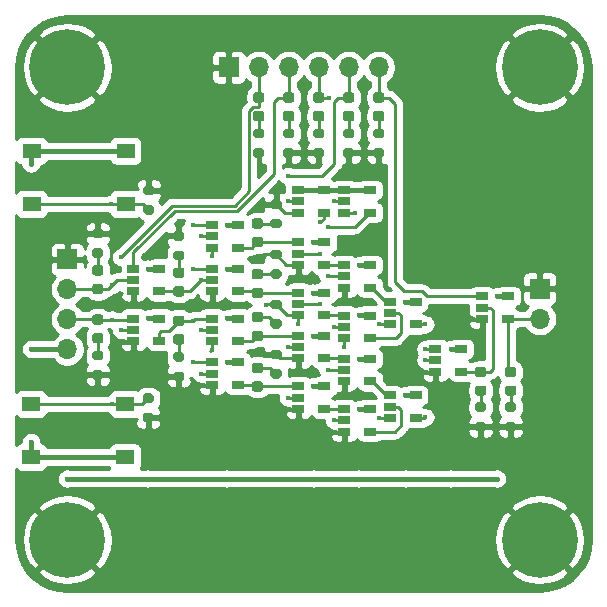
<source format=gbr>
%TF.GenerationSoftware,KiCad,Pcbnew,(5.1.9)-1*%
%TF.CreationDate,2021-04-27T12:28:50+01:00*%
%TF.ProjectId,LLC-003,4c4c432d-3030-4332-9e6b-696361645f70,1.0*%
%TF.SameCoordinates,Original*%
%TF.FileFunction,Copper,L1,Top*%
%TF.FilePolarity,Positive*%
%FSLAX46Y46*%
G04 Gerber Fmt 4.6, Leading zero omitted, Abs format (unit mm)*
G04 Created by KiCad (PCBNEW (5.1.9)-1) date 2021-04-27 12:28:50*
%MOMM*%
%LPD*%
G01*
G04 APERTURE LIST*
%TA.AperFunction,SMDPad,CuDef*%
%ADD10R,1.550000X1.300000*%
%TD*%
%TA.AperFunction,SMDPad,CuDef*%
%ADD11R,1.060000X0.650000*%
%TD*%
%TA.AperFunction,ComponentPad*%
%ADD12O,1.700000X1.700000*%
%TD*%
%TA.AperFunction,ComponentPad*%
%ADD13R,1.700000X1.700000*%
%TD*%
%TA.AperFunction,ComponentPad*%
%ADD14C,0.800000*%
%TD*%
%TA.AperFunction,ComponentPad*%
%ADD15C,6.400000*%
%TD*%
%TA.AperFunction,ViaPad*%
%ADD16C,0.450000*%
%TD*%
%TA.AperFunction,Conductor*%
%ADD17C,0.250000*%
%TD*%
%TA.AperFunction,Conductor*%
%ADD18C,0.400000*%
%TD*%
%TA.AperFunction,Conductor*%
%ADD19C,0.254000*%
%TD*%
%TA.AperFunction,Conductor*%
%ADD20C,0.100000*%
%TD*%
G04 APERTURE END LIST*
D10*
%TO.P,SW2,2*%
%TO.N,VCC*%
X116985200Y-77066800D03*
%TO.P,SW2,1*%
%TO.N,/INB*%
X116985200Y-81566800D03*
X124945200Y-81566800D03*
%TO.P,SW2,2*%
%TO.N,VCC*%
X124945200Y-77066800D03*
%TD*%
%TO.P,SW1,2*%
%TO.N,VCC*%
X124894400Y-103004400D03*
%TO.P,SW1,1*%
%TO.N,/INA*%
X124894400Y-98504400D03*
X116934400Y-98504400D03*
%TO.P,SW1,2*%
%TO.N,VCC*%
X116934400Y-103004400D03*
%TD*%
%TO.P,R17,2*%
%TO.N,GND*%
%TA.AperFunction,SMDPad,CuDef*%
G36*
G01*
X127183800Y-80810000D02*
X126633800Y-80810000D01*
G75*
G02*
X126433800Y-80610000I0J200000D01*
G01*
X126433800Y-80210000D01*
G75*
G02*
X126633800Y-80010000I200000J0D01*
G01*
X127183800Y-80010000D01*
G75*
G02*
X127383800Y-80210000I0J-200000D01*
G01*
X127383800Y-80610000D01*
G75*
G02*
X127183800Y-80810000I-200000J0D01*
G01*
G37*
%TD.AperFunction*%
%TO.P,R17,1*%
%TO.N,/INB*%
%TA.AperFunction,SMDPad,CuDef*%
G36*
G01*
X127183800Y-82460000D02*
X126633800Y-82460000D01*
G75*
G02*
X126433800Y-82260000I0J200000D01*
G01*
X126433800Y-81860000D01*
G75*
G02*
X126633800Y-81660000I200000J0D01*
G01*
X127183800Y-81660000D01*
G75*
G02*
X127383800Y-81860000I0J-200000D01*
G01*
X127383800Y-82260000D01*
G75*
G02*
X127183800Y-82460000I-200000J0D01*
G01*
G37*
%TD.AperFunction*%
%TD*%
%TO.P,R16,2*%
%TO.N,GND*%
%TA.AperFunction,SMDPad,CuDef*%
G36*
G01*
X126583000Y-99261200D02*
X127133000Y-99261200D01*
G75*
G02*
X127333000Y-99461200I0J-200000D01*
G01*
X127333000Y-99861200D01*
G75*
G02*
X127133000Y-100061200I-200000J0D01*
G01*
X126583000Y-100061200D01*
G75*
G02*
X126383000Y-99861200I0J200000D01*
G01*
X126383000Y-99461200D01*
G75*
G02*
X126583000Y-99261200I200000J0D01*
G01*
G37*
%TD.AperFunction*%
%TO.P,R16,1*%
%TO.N,/INA*%
%TA.AperFunction,SMDPad,CuDef*%
G36*
G01*
X126583000Y-97611200D02*
X127133000Y-97611200D01*
G75*
G02*
X127333000Y-97811200I0J-200000D01*
G01*
X127333000Y-98211200D01*
G75*
G02*
X127133000Y-98411200I-200000J0D01*
G01*
X126583000Y-98411200D01*
G75*
G02*
X126383000Y-98211200I0J200000D01*
G01*
X126383000Y-97811200D01*
G75*
G02*
X126583000Y-97611200I200000J0D01*
G01*
G37*
%TD.AperFunction*%
%TD*%
D11*
%TO.P,U20,5*%
%TO.N,VCC*%
X157320400Y-89390400D03*
%TO.P,U20,4*%
%TO.N,Net-(D15-Pad2)*%
X157320400Y-91290400D03*
%TO.P,U20,3*%
%TO.N,GND*%
X155120400Y-91290400D03*
%TO.P,U20,2*%
%TO.N,Net-(D14-Pad2)*%
X155120400Y-90340400D03*
%TO.P,U20,1*%
%TO.N,/~OUT*%
X155120400Y-89390400D03*
%TD*%
%TO.P,U19,5*%
%TO.N,VCC*%
X153358000Y-93860800D03*
%TO.P,U19,4*%
%TO.N,Net-(D14-Pad2)*%
X153358000Y-95760800D03*
%TO.P,U19,3*%
%TO.N,GND*%
X151158000Y-95760800D03*
%TO.P,U19,2*%
%TO.N,Net-(U18-Pad4)*%
X151158000Y-94810800D03*
%TO.P,U19,1*%
%TO.N,Net-(U17-Pad4)*%
X151158000Y-93860800D03*
%TD*%
%TO.P,U18,5*%
%TO.N,VCC*%
X149497200Y-97772400D03*
%TO.P,U18,4*%
%TO.N,Net-(U18-Pad4)*%
X149497200Y-99672400D03*
%TO.P,U18,3*%
%TO.N,GND*%
X147297200Y-99672400D03*
%TO.P,U18,2*%
%TO.N,Net-(U16-Pad4)*%
X147297200Y-98722400D03*
%TO.P,U18,1*%
%TO.N,Net-(U15-Pad4)*%
X147297200Y-97772400D03*
%TD*%
%TO.P,U17,5*%
%TO.N,VCC*%
X149497200Y-89847600D03*
%TO.P,U17,4*%
%TO.N,Net-(U17-Pad4)*%
X149497200Y-91747600D03*
%TO.P,U17,3*%
%TO.N,GND*%
X147297200Y-91747600D03*
%TO.P,U17,2*%
%TO.N,Net-(U14-Pad4)*%
X147297200Y-90797600D03*
%TO.P,U17,1*%
%TO.N,Net-(U13-Pad4)*%
X147297200Y-89847600D03*
%TD*%
%TO.P,U16,5*%
%TO.N,VCC*%
X145636400Y-98940800D03*
%TO.P,U16,4*%
%TO.N,Net-(U16-Pad4)*%
X145636400Y-100840800D03*
%TO.P,U16,3*%
%TO.N,GND*%
X143436400Y-100840800D03*
%TO.P,U16,2*%
%TO.N,/A_MUX*%
X143436400Y-99890800D03*
%TO.P,U16,1*%
%TO.N,Net-(U12-Pad4)*%
X143436400Y-98940800D03*
%TD*%
%TO.P,U15,5*%
%TO.N,VCC*%
X145636400Y-94673600D03*
%TO.P,U15,4*%
%TO.N,Net-(U15-Pad4)*%
X145636400Y-96573600D03*
%TO.P,U15,3*%
%TO.N,GND*%
X143436400Y-96573600D03*
%TO.P,U15,2*%
%TO.N,Net-(U13-Pad2)*%
X143436400Y-95623600D03*
%TO.P,U15,1*%
%TO.N,Net-(U11-Pad4)*%
X143436400Y-94673600D03*
%TD*%
%TO.P,U14,5*%
%TO.N,VCC*%
X145636400Y-91016000D03*
%TO.P,U14,4*%
%TO.N,Net-(U14-Pad4)*%
X145636400Y-92916000D03*
%TO.P,U14,3*%
%TO.N,GND*%
X143436400Y-92916000D03*
%TO.P,U14,2*%
%TO.N,/A_MUX*%
X143436400Y-91966000D03*
%TO.P,U14,1*%
%TO.N,Net-(U10-Pad4)*%
X143436400Y-91016000D03*
%TD*%
%TO.P,U13,5*%
%TO.N,VCC*%
X145636400Y-86748800D03*
%TO.P,U13,4*%
%TO.N,Net-(U13-Pad4)*%
X145636400Y-88648800D03*
%TO.P,U13,3*%
%TO.N,GND*%
X143436400Y-88648800D03*
%TO.P,U13,2*%
%TO.N,Net-(U13-Pad2)*%
X143436400Y-87698800D03*
%TO.P,U13,1*%
%TO.N,Net-(U13-Pad1)*%
X143436400Y-86748800D03*
%TD*%
%TO.P,U12,5*%
%TO.N,VCC*%
X141775600Y-97010400D03*
%TO.P,U12,4*%
%TO.N,Net-(U12-Pad4)*%
X141775600Y-98910400D03*
%TO.P,U12,3*%
%TO.N,GND*%
X139575600Y-98910400D03*
%TO.P,U12,2*%
%TO.N,/B_MUX*%
X139575600Y-97960400D03*
%TO.P,U12,1*%
%TO.N,Net-(D8-Pad2)*%
X139575600Y-97010400D03*
%TD*%
%TO.P,U11,5*%
%TO.N,VCC*%
X141775600Y-92743200D03*
%TO.P,U11,4*%
%TO.N,Net-(U11-Pad4)*%
X141775600Y-94643200D03*
%TO.P,U11,3*%
%TO.N,GND*%
X139575600Y-94643200D03*
%TO.P,U11,2*%
%TO.N,/B_MUX*%
X139575600Y-93693200D03*
%TO.P,U11,1*%
%TO.N,Net-(D7-Pad2)*%
X139575600Y-92743200D03*
%TD*%
%TO.P,U10,5*%
%TO.N,VCC*%
X141775600Y-89085600D03*
%TO.P,U10,4*%
%TO.N,Net-(U10-Pad4)*%
X141775600Y-90985600D03*
%TO.P,U10,3*%
%TO.N,GND*%
X139575600Y-90985600D03*
%TO.P,U10,2*%
%TO.N,Net-(U10-Pad2)*%
X139575600Y-90035600D03*
%TO.P,U10,1*%
%TO.N,Net-(D6-Pad2)*%
X139575600Y-89085600D03*
%TD*%
%TO.P,U9,5*%
%TO.N,VCC*%
X141775600Y-84818400D03*
%TO.P,U9,4*%
%TO.N,Net-(U13-Pad1)*%
X141775600Y-86718400D03*
%TO.P,U9,3*%
%TO.N,GND*%
X139575600Y-86718400D03*
%TO.P,U9,2*%
%TO.N,Net-(U10-Pad2)*%
X139575600Y-85768400D03*
%TO.P,U9,1*%
%TO.N,Net-(D5-Pad2)*%
X139575600Y-84818400D03*
%TD*%
%TO.P,U8,5*%
%TO.N,VCC*%
X145636400Y-80398800D03*
%TO.P,U8,4*%
%TO.N,Net-(U13-Pad2)*%
X145636400Y-82298800D03*
%TO.P,U8,3*%
%TO.N,GND*%
X143436400Y-82298800D03*
%TO.P,U8,2*%
%TO.N,/A_MUX*%
X143436400Y-81348800D03*
%TO.P,U8,1*%
%TO.N,VCC*%
X143436400Y-80398800D03*
%TD*%
%TO.P,U7,5*%
%TO.N,VCC*%
X141758000Y-80398800D03*
%TO.P,U7,4*%
%TO.N,Net-(U10-Pad2)*%
X141758000Y-82298800D03*
%TO.P,U7,3*%
%TO.N,GND*%
X139558000Y-82298800D03*
%TO.P,U7,2*%
%TO.N,/B_MUX*%
X139558000Y-81348800D03*
%TO.P,U7,1*%
%TO.N,VCC*%
X139558000Y-80398800D03*
%TD*%
%TO.P,U6,5*%
%TO.N,VCC*%
X134460400Y-94978400D03*
%TO.P,U6,4*%
%TO.N,Net-(D8-Pad2)*%
X134460400Y-96878400D03*
%TO.P,U6,3*%
%TO.N,GND*%
X132260400Y-96878400D03*
%TO.P,U6,2*%
%TO.N,Net-(D3-Pad2)*%
X132260400Y-95928400D03*
%TO.P,U6,1*%
%TO.N,Net-(D4-Pad2)*%
X132260400Y-94978400D03*
%TD*%
%TO.P,U5,5*%
%TO.N,VCC*%
X134460400Y-91270000D03*
%TO.P,U5,4*%
%TO.N,Net-(D7-Pad2)*%
X134460400Y-93170000D03*
%TO.P,U5,3*%
%TO.N,GND*%
X132260400Y-93170000D03*
%TO.P,U5,2*%
%TO.N,Net-(D3-Pad2)*%
X132260400Y-92220000D03*
%TO.P,U5,1*%
%TO.N,Net-(D4-Pad2)*%
X132260400Y-91270000D03*
%TD*%
%TO.P,U4,5*%
%TO.N,VCC*%
X134460400Y-87053600D03*
%TO.P,U4,4*%
%TO.N,Net-(D6-Pad2)*%
X134460400Y-88953600D03*
%TO.P,U4,3*%
%TO.N,GND*%
X132260400Y-88953600D03*
%TO.P,U4,2*%
%TO.N,Net-(D3-Pad2)*%
X132260400Y-88003600D03*
%TO.P,U4,1*%
%TO.N,Net-(D4-Pad2)*%
X132260400Y-87053600D03*
%TD*%
%TO.P,U3,5*%
%TO.N,VCC*%
X134460400Y-83360400D03*
%TO.P,U3,4*%
%TO.N,Net-(D5-Pad2)*%
X134460400Y-85260400D03*
%TO.P,U3,3*%
%TO.N,GND*%
X132260400Y-85260400D03*
%TO.P,U3,2*%
%TO.N,Net-(D3-Pad2)*%
X132260400Y-84310400D03*
%TO.P,U3,1*%
%TO.N,Net-(D4-Pad2)*%
X132260400Y-83360400D03*
%TD*%
%TO.P,U2,5*%
%TO.N,VCC*%
X127805600Y-87053600D03*
%TO.P,U2,4*%
%TO.N,Net-(D3-Pad2)*%
X127805600Y-88953600D03*
%TO.P,U2,3*%
%TO.N,GND*%
X125605600Y-88953600D03*
%TO.P,U2,2*%
%TO.N,/INB*%
X125605600Y-88003600D03*
%TO.P,U2,1*%
%TO.N,/~IN_B*%
X125605600Y-87053600D03*
%TD*%
%TO.P,U1,5*%
%TO.N,VCC*%
X127805600Y-91270000D03*
%TO.P,U1,4*%
%TO.N,Net-(D4-Pad2)*%
X127805600Y-93170000D03*
%TO.P,U1,3*%
%TO.N,GND*%
X125605600Y-93170000D03*
%TO.P,U1,2*%
%TO.N,/~IN_A*%
X125605600Y-92220000D03*
%TO.P,U1,1*%
%TO.N,/INA*%
X125605600Y-91270000D03*
%TD*%
%TO.P,R15,2*%
%TO.N,GND*%
%TA.AperFunction,SMDPad,CuDef*%
G36*
G01*
X157266200Y-100023200D02*
X157816200Y-100023200D01*
G75*
G02*
X158016200Y-100223200I0J-200000D01*
G01*
X158016200Y-100623200D01*
G75*
G02*
X157816200Y-100823200I-200000J0D01*
G01*
X157266200Y-100823200D01*
G75*
G02*
X157066200Y-100623200I0J200000D01*
G01*
X157066200Y-100223200D01*
G75*
G02*
X157266200Y-100023200I200000J0D01*
G01*
G37*
%TD.AperFunction*%
%TO.P,R15,1*%
%TO.N,Net-(D15-Pad1)*%
%TA.AperFunction,SMDPad,CuDef*%
G36*
G01*
X157266200Y-98373200D02*
X157816200Y-98373200D01*
G75*
G02*
X158016200Y-98573200I0J-200000D01*
G01*
X158016200Y-98973200D01*
G75*
G02*
X157816200Y-99173200I-200000J0D01*
G01*
X157266200Y-99173200D01*
G75*
G02*
X157066200Y-98973200I0J200000D01*
G01*
X157066200Y-98573200D01*
G75*
G02*
X157266200Y-98373200I200000J0D01*
G01*
G37*
%TD.AperFunction*%
%TD*%
%TO.P,R14,2*%
%TO.N,GND*%
%TA.AperFunction,SMDPad,CuDef*%
G36*
G01*
X154726200Y-100023200D02*
X155276200Y-100023200D01*
G75*
G02*
X155476200Y-100223200I0J-200000D01*
G01*
X155476200Y-100623200D01*
G75*
G02*
X155276200Y-100823200I-200000J0D01*
G01*
X154726200Y-100823200D01*
G75*
G02*
X154526200Y-100623200I0J200000D01*
G01*
X154526200Y-100223200D01*
G75*
G02*
X154726200Y-100023200I200000J0D01*
G01*
G37*
%TD.AperFunction*%
%TO.P,R14,1*%
%TO.N,Net-(D14-Pad1)*%
%TA.AperFunction,SMDPad,CuDef*%
G36*
G01*
X154726200Y-98373200D02*
X155276200Y-98373200D01*
G75*
G02*
X155476200Y-98573200I0J-200000D01*
G01*
X155476200Y-98973200D01*
G75*
G02*
X155276200Y-99173200I-200000J0D01*
G01*
X154726200Y-99173200D01*
G75*
G02*
X154526200Y-98973200I0J200000D01*
G01*
X154526200Y-98573200D01*
G75*
G02*
X154726200Y-98373200I200000J0D01*
G01*
G37*
%TD.AperFunction*%
%TD*%
%TO.P,R13,2*%
%TO.N,GND*%
%TA.AperFunction,SMDPad,CuDef*%
G36*
G01*
X146090200Y-76846200D02*
X146640200Y-76846200D01*
G75*
G02*
X146840200Y-77046200I0J-200000D01*
G01*
X146840200Y-77446200D01*
G75*
G02*
X146640200Y-77646200I-200000J0D01*
G01*
X146090200Y-77646200D01*
G75*
G02*
X145890200Y-77446200I0J200000D01*
G01*
X145890200Y-77046200D01*
G75*
G02*
X146090200Y-76846200I200000J0D01*
G01*
G37*
%TD.AperFunction*%
%TO.P,R13,1*%
%TO.N,Net-(D13-Pad1)*%
%TA.AperFunction,SMDPad,CuDef*%
G36*
G01*
X146090200Y-75196200D02*
X146640200Y-75196200D01*
G75*
G02*
X146840200Y-75396200I0J-200000D01*
G01*
X146840200Y-75796200D01*
G75*
G02*
X146640200Y-75996200I-200000J0D01*
G01*
X146090200Y-75996200D01*
G75*
G02*
X145890200Y-75796200I0J200000D01*
G01*
X145890200Y-75396200D01*
G75*
G02*
X146090200Y-75196200I200000J0D01*
G01*
G37*
%TD.AperFunction*%
%TD*%
%TO.P,R12,2*%
%TO.N,GND*%
%TA.AperFunction,SMDPad,CuDef*%
G36*
G01*
X143550200Y-76846200D02*
X144100200Y-76846200D01*
G75*
G02*
X144300200Y-77046200I0J-200000D01*
G01*
X144300200Y-77446200D01*
G75*
G02*
X144100200Y-77646200I-200000J0D01*
G01*
X143550200Y-77646200D01*
G75*
G02*
X143350200Y-77446200I0J200000D01*
G01*
X143350200Y-77046200D01*
G75*
G02*
X143550200Y-76846200I200000J0D01*
G01*
G37*
%TD.AperFunction*%
%TO.P,R12,1*%
%TO.N,Net-(D12-Pad1)*%
%TA.AperFunction,SMDPad,CuDef*%
G36*
G01*
X143550200Y-75196200D02*
X144100200Y-75196200D01*
G75*
G02*
X144300200Y-75396200I0J-200000D01*
G01*
X144300200Y-75796200D01*
G75*
G02*
X144100200Y-75996200I-200000J0D01*
G01*
X143550200Y-75996200D01*
G75*
G02*
X143350200Y-75796200I0J200000D01*
G01*
X143350200Y-75396200D01*
G75*
G02*
X143550200Y-75196200I200000J0D01*
G01*
G37*
%TD.AperFunction*%
%TD*%
%TO.P,R11,2*%
%TO.N,GND*%
%TA.AperFunction,SMDPad,CuDef*%
G36*
G01*
X141010200Y-76846200D02*
X141560200Y-76846200D01*
G75*
G02*
X141760200Y-77046200I0J-200000D01*
G01*
X141760200Y-77446200D01*
G75*
G02*
X141560200Y-77646200I-200000J0D01*
G01*
X141010200Y-77646200D01*
G75*
G02*
X140810200Y-77446200I0J200000D01*
G01*
X140810200Y-77046200D01*
G75*
G02*
X141010200Y-76846200I200000J0D01*
G01*
G37*
%TD.AperFunction*%
%TO.P,R11,1*%
%TO.N,Net-(D11-Pad1)*%
%TA.AperFunction,SMDPad,CuDef*%
G36*
G01*
X141010200Y-75196200D02*
X141560200Y-75196200D01*
G75*
G02*
X141760200Y-75396200I0J-200000D01*
G01*
X141760200Y-75796200D01*
G75*
G02*
X141560200Y-75996200I-200000J0D01*
G01*
X141010200Y-75996200D01*
G75*
G02*
X140810200Y-75796200I0J200000D01*
G01*
X140810200Y-75396200D01*
G75*
G02*
X141010200Y-75196200I200000J0D01*
G01*
G37*
%TD.AperFunction*%
%TD*%
%TO.P,R10,2*%
%TO.N,GND*%
%TA.AperFunction,SMDPad,CuDef*%
G36*
G01*
X138470200Y-76846200D02*
X139020200Y-76846200D01*
G75*
G02*
X139220200Y-77046200I0J-200000D01*
G01*
X139220200Y-77446200D01*
G75*
G02*
X139020200Y-77646200I-200000J0D01*
G01*
X138470200Y-77646200D01*
G75*
G02*
X138270200Y-77446200I0J200000D01*
G01*
X138270200Y-77046200D01*
G75*
G02*
X138470200Y-76846200I200000J0D01*
G01*
G37*
%TD.AperFunction*%
%TO.P,R10,1*%
%TO.N,Net-(D10-Pad1)*%
%TA.AperFunction,SMDPad,CuDef*%
G36*
G01*
X138470200Y-75196200D02*
X139020200Y-75196200D01*
G75*
G02*
X139220200Y-75396200I0J-200000D01*
G01*
X139220200Y-75796200D01*
G75*
G02*
X139020200Y-75996200I-200000J0D01*
G01*
X138470200Y-75996200D01*
G75*
G02*
X138270200Y-75796200I0J200000D01*
G01*
X138270200Y-75396200D01*
G75*
G02*
X138470200Y-75196200I200000J0D01*
G01*
G37*
%TD.AperFunction*%
%TD*%
%TO.P,R9,2*%
%TO.N,GND*%
%TA.AperFunction,SMDPad,CuDef*%
G36*
G01*
X135930200Y-76846200D02*
X136480200Y-76846200D01*
G75*
G02*
X136680200Y-77046200I0J-200000D01*
G01*
X136680200Y-77446200D01*
G75*
G02*
X136480200Y-77646200I-200000J0D01*
G01*
X135930200Y-77646200D01*
G75*
G02*
X135730200Y-77446200I0J200000D01*
G01*
X135730200Y-77046200D01*
G75*
G02*
X135930200Y-76846200I200000J0D01*
G01*
G37*
%TD.AperFunction*%
%TO.P,R9,1*%
%TO.N,Net-(D9-Pad1)*%
%TA.AperFunction,SMDPad,CuDef*%
G36*
G01*
X135930200Y-75196200D02*
X136480200Y-75196200D01*
G75*
G02*
X136680200Y-75396200I0J-200000D01*
G01*
X136680200Y-75796200D01*
G75*
G02*
X136480200Y-75996200I-200000J0D01*
G01*
X135930200Y-75996200D01*
G75*
G02*
X135730200Y-75796200I0J200000D01*
G01*
X135730200Y-75396200D01*
G75*
G02*
X135930200Y-75196200I200000J0D01*
G01*
G37*
%TD.AperFunction*%
%TD*%
%TO.P,R8,2*%
%TO.N,GND*%
%TA.AperFunction,SMDPad,CuDef*%
G36*
G01*
X137953400Y-94702800D02*
X137403400Y-94702800D01*
G75*
G02*
X137203400Y-94502800I0J200000D01*
G01*
X137203400Y-94102800D01*
G75*
G02*
X137403400Y-93902800I200000J0D01*
G01*
X137953400Y-93902800D01*
G75*
G02*
X138153400Y-94102800I0J-200000D01*
G01*
X138153400Y-94502800D01*
G75*
G02*
X137953400Y-94702800I-200000J0D01*
G01*
G37*
%TD.AperFunction*%
%TO.P,R8,1*%
%TO.N,Net-(D8-Pad1)*%
%TA.AperFunction,SMDPad,CuDef*%
G36*
G01*
X137953400Y-96352800D02*
X137403400Y-96352800D01*
G75*
G02*
X137203400Y-96152800I0J200000D01*
G01*
X137203400Y-95752800D01*
G75*
G02*
X137403400Y-95552800I200000J0D01*
G01*
X137953400Y-95552800D01*
G75*
G02*
X138153400Y-95752800I0J-200000D01*
G01*
X138153400Y-96152800D01*
G75*
G02*
X137953400Y-96352800I-200000J0D01*
G01*
G37*
%TD.AperFunction*%
%TD*%
%TO.P,R7,2*%
%TO.N,GND*%
%TA.AperFunction,SMDPad,CuDef*%
G36*
G01*
X137953400Y-90462000D02*
X137403400Y-90462000D01*
G75*
G02*
X137203400Y-90262000I0J200000D01*
G01*
X137203400Y-89862000D01*
G75*
G02*
X137403400Y-89662000I200000J0D01*
G01*
X137953400Y-89662000D01*
G75*
G02*
X138153400Y-89862000I0J-200000D01*
G01*
X138153400Y-90262000D01*
G75*
G02*
X137953400Y-90462000I-200000J0D01*
G01*
G37*
%TD.AperFunction*%
%TO.P,R7,1*%
%TO.N,Net-(D7-Pad1)*%
%TA.AperFunction,SMDPad,CuDef*%
G36*
G01*
X137953400Y-92112000D02*
X137403400Y-92112000D01*
G75*
G02*
X137203400Y-91912000I0J200000D01*
G01*
X137203400Y-91512000D01*
G75*
G02*
X137403400Y-91312000I200000J0D01*
G01*
X137953400Y-91312000D01*
G75*
G02*
X138153400Y-91512000I0J-200000D01*
G01*
X138153400Y-91912000D01*
G75*
G02*
X137953400Y-92112000I-200000J0D01*
G01*
G37*
%TD.AperFunction*%
%TD*%
%TO.P,R6,2*%
%TO.N,GND*%
%TA.AperFunction,SMDPad,CuDef*%
G36*
G01*
X137953400Y-86245600D02*
X137403400Y-86245600D01*
G75*
G02*
X137203400Y-86045600I0J200000D01*
G01*
X137203400Y-85645600D01*
G75*
G02*
X137403400Y-85445600I200000J0D01*
G01*
X137953400Y-85445600D01*
G75*
G02*
X138153400Y-85645600I0J-200000D01*
G01*
X138153400Y-86045600D01*
G75*
G02*
X137953400Y-86245600I-200000J0D01*
G01*
G37*
%TD.AperFunction*%
%TO.P,R6,1*%
%TO.N,Net-(D6-Pad1)*%
%TA.AperFunction,SMDPad,CuDef*%
G36*
G01*
X137953400Y-87895600D02*
X137403400Y-87895600D01*
G75*
G02*
X137203400Y-87695600I0J200000D01*
G01*
X137203400Y-87295600D01*
G75*
G02*
X137403400Y-87095600I200000J0D01*
G01*
X137953400Y-87095600D01*
G75*
G02*
X138153400Y-87295600I0J-200000D01*
G01*
X138153400Y-87695600D01*
G75*
G02*
X137953400Y-87895600I-200000J0D01*
G01*
G37*
%TD.AperFunction*%
%TD*%
%TO.P,R5,2*%
%TO.N,GND*%
%TA.AperFunction,SMDPad,CuDef*%
G36*
G01*
X137953400Y-81978400D02*
X137403400Y-81978400D01*
G75*
G02*
X137203400Y-81778400I0J200000D01*
G01*
X137203400Y-81378400D01*
G75*
G02*
X137403400Y-81178400I200000J0D01*
G01*
X137953400Y-81178400D01*
G75*
G02*
X138153400Y-81378400I0J-200000D01*
G01*
X138153400Y-81778400D01*
G75*
G02*
X137953400Y-81978400I-200000J0D01*
G01*
G37*
%TD.AperFunction*%
%TO.P,R5,1*%
%TO.N,Net-(D5-Pad1)*%
%TA.AperFunction,SMDPad,CuDef*%
G36*
G01*
X137953400Y-83628400D02*
X137403400Y-83628400D01*
G75*
G02*
X137203400Y-83428400I0J200000D01*
G01*
X137203400Y-83028400D01*
G75*
G02*
X137403400Y-82828400I200000J0D01*
G01*
X137953400Y-82828400D01*
G75*
G02*
X138153400Y-83028400I0J-200000D01*
G01*
X138153400Y-83428400D01*
G75*
G02*
X137953400Y-83628400I-200000J0D01*
G01*
G37*
%TD.AperFunction*%
%TD*%
%TO.P,R4,2*%
%TO.N,GND*%
%TA.AperFunction,SMDPad,CuDef*%
G36*
G01*
X129173800Y-95756000D02*
X129723800Y-95756000D01*
G75*
G02*
X129923800Y-95956000I0J-200000D01*
G01*
X129923800Y-96356000D01*
G75*
G02*
X129723800Y-96556000I-200000J0D01*
G01*
X129173800Y-96556000D01*
G75*
G02*
X128973800Y-96356000I0J200000D01*
G01*
X128973800Y-95956000D01*
G75*
G02*
X129173800Y-95756000I200000J0D01*
G01*
G37*
%TD.AperFunction*%
%TO.P,R4,1*%
%TO.N,Net-(D4-Pad1)*%
%TA.AperFunction,SMDPad,CuDef*%
G36*
G01*
X129173800Y-94106000D02*
X129723800Y-94106000D01*
G75*
G02*
X129923800Y-94306000I0J-200000D01*
G01*
X129923800Y-94706000D01*
G75*
G02*
X129723800Y-94906000I-200000J0D01*
G01*
X129173800Y-94906000D01*
G75*
G02*
X128973800Y-94706000I0J200000D01*
G01*
X128973800Y-94306000D01*
G75*
G02*
X129173800Y-94106000I200000J0D01*
G01*
G37*
%TD.AperFunction*%
%TD*%
%TO.P,R3,2*%
%TO.N,GND*%
%TA.AperFunction,SMDPad,CuDef*%
G36*
G01*
X129723800Y-84670800D02*
X129173800Y-84670800D01*
G75*
G02*
X128973800Y-84470800I0J200000D01*
G01*
X128973800Y-84070800D01*
G75*
G02*
X129173800Y-83870800I200000J0D01*
G01*
X129723800Y-83870800D01*
G75*
G02*
X129923800Y-84070800I0J-200000D01*
G01*
X129923800Y-84470800D01*
G75*
G02*
X129723800Y-84670800I-200000J0D01*
G01*
G37*
%TD.AperFunction*%
%TO.P,R3,1*%
%TO.N,Net-(D3-Pad1)*%
%TA.AperFunction,SMDPad,CuDef*%
G36*
G01*
X129723800Y-86320800D02*
X129173800Y-86320800D01*
G75*
G02*
X128973800Y-86120800I0J200000D01*
G01*
X128973800Y-85720800D01*
G75*
G02*
X129173800Y-85520800I200000J0D01*
G01*
X129723800Y-85520800D01*
G75*
G02*
X129923800Y-85720800I0J-200000D01*
G01*
X129923800Y-86120800D01*
G75*
G02*
X129723800Y-86320800I-200000J0D01*
G01*
G37*
%TD.AperFunction*%
%TD*%
%TO.P,R2,2*%
%TO.N,GND*%
%TA.AperFunction,SMDPad,CuDef*%
G36*
G01*
X122865800Y-84467600D02*
X122315800Y-84467600D01*
G75*
G02*
X122115800Y-84267600I0J200000D01*
G01*
X122115800Y-83867600D01*
G75*
G02*
X122315800Y-83667600I200000J0D01*
G01*
X122865800Y-83667600D01*
G75*
G02*
X123065800Y-83867600I0J-200000D01*
G01*
X123065800Y-84267600D01*
G75*
G02*
X122865800Y-84467600I-200000J0D01*
G01*
G37*
%TD.AperFunction*%
%TO.P,R2,1*%
%TO.N,Net-(D2-Pad1)*%
%TA.AperFunction,SMDPad,CuDef*%
G36*
G01*
X122865800Y-86117600D02*
X122315800Y-86117600D01*
G75*
G02*
X122115800Y-85917600I0J200000D01*
G01*
X122115800Y-85517600D01*
G75*
G02*
X122315800Y-85317600I200000J0D01*
G01*
X122865800Y-85317600D01*
G75*
G02*
X123065800Y-85517600I0J-200000D01*
G01*
X123065800Y-85917600D01*
G75*
G02*
X122865800Y-86117600I-200000J0D01*
G01*
G37*
%TD.AperFunction*%
%TD*%
%TO.P,R1,2*%
%TO.N,GND*%
%TA.AperFunction,SMDPad,CuDef*%
G36*
G01*
X122315800Y-95642200D02*
X122865800Y-95642200D01*
G75*
G02*
X123065800Y-95842200I0J-200000D01*
G01*
X123065800Y-96242200D01*
G75*
G02*
X122865800Y-96442200I-200000J0D01*
G01*
X122315800Y-96442200D01*
G75*
G02*
X122115800Y-96242200I0J200000D01*
G01*
X122115800Y-95842200D01*
G75*
G02*
X122315800Y-95642200I200000J0D01*
G01*
G37*
%TD.AperFunction*%
%TO.P,R1,1*%
%TO.N,Net-(D1-Pad1)*%
%TA.AperFunction,SMDPad,CuDef*%
G36*
G01*
X122315800Y-93992200D02*
X122865800Y-93992200D01*
G75*
G02*
X123065800Y-94192200I0J-200000D01*
G01*
X123065800Y-94592200D01*
G75*
G02*
X122865800Y-94792200I-200000J0D01*
G01*
X122315800Y-94792200D01*
G75*
G02*
X122115800Y-94592200I0J200000D01*
G01*
X122115800Y-94192200D01*
G75*
G02*
X122315800Y-93992200I200000J0D01*
G01*
G37*
%TD.AperFunction*%
%TD*%
D12*
%TO.P,J3,2*%
%TO.N,Net-(D15-Pad2)*%
X160000000Y-91290000D03*
D13*
%TO.P,J3,1*%
%TO.N,GND*%
X160000000Y-88750000D03*
%TD*%
D12*
%TO.P,J2,6*%
%TO.N,/~OUT*%
X146365200Y-70000000D03*
%TO.P,J2,5*%
%TO.N,/B_MUX*%
X143825200Y-70000000D03*
%TO.P,J2,4*%
%TO.N,/A_MUX*%
X141285200Y-70000000D03*
%TO.P,J2,3*%
%TO.N,/~IN_B*%
X138745200Y-70000000D03*
%TO.P,J2,2*%
%TO.N,/~IN_A*%
X136205200Y-70000000D03*
D13*
%TO.P,J2,1*%
%TO.N,GND*%
X133665200Y-70000000D03*
%TD*%
D12*
%TO.P,J1,4*%
%TO.N,VCC*%
X120000000Y-93870000D03*
%TO.P,J1,3*%
%TO.N,/INA*%
X120000000Y-91330000D03*
%TO.P,J1,2*%
%TO.N,/INB*%
X120000000Y-88790000D03*
D13*
%TO.P,J1,1*%
%TO.N,GND*%
X120000000Y-86250000D03*
%TD*%
D14*
%TO.P,H4,1*%
%TO.N,GND*%
X161697056Y-108302944D03*
X160000000Y-107600000D03*
X158302944Y-108302944D03*
X157600000Y-110000000D03*
X158302944Y-111697056D03*
X160000000Y-112400000D03*
X161697056Y-111697056D03*
X162400000Y-110000000D03*
D15*
X160000000Y-110000000D03*
%TD*%
D14*
%TO.P,H3,1*%
%TO.N,GND*%
X161697056Y-68302944D03*
X160000000Y-67600000D03*
X158302944Y-68302944D03*
X157600000Y-70000000D03*
X158302944Y-71697056D03*
X160000000Y-72400000D03*
X161697056Y-71697056D03*
X162400000Y-70000000D03*
D15*
X160000000Y-70000000D03*
%TD*%
D14*
%TO.P,H2,1*%
%TO.N,GND*%
X121697056Y-68302944D03*
X120000000Y-67600000D03*
X118302944Y-68302944D03*
X117600000Y-70000000D03*
X118302944Y-71697056D03*
X120000000Y-72400000D03*
X121697056Y-71697056D03*
X122400000Y-70000000D03*
D15*
X120000000Y-70000000D03*
%TD*%
D14*
%TO.P,H1,1*%
%TO.N,GND*%
X121697056Y-108302944D03*
X120000000Y-107600000D03*
X118302944Y-108302944D03*
X117600000Y-110000000D03*
X118302944Y-111697056D03*
X120000000Y-112400000D03*
X121697056Y-111697056D03*
X122400000Y-110000000D03*
D15*
X120000000Y-110000000D03*
%TD*%
%TO.P,D15,2*%
%TO.N,Net-(D15-Pad2)*%
%TA.AperFunction,SMDPad,CuDef*%
G36*
G01*
X157797450Y-96238800D02*
X157284950Y-96238800D01*
G75*
G02*
X157066200Y-96020050I0J218750D01*
G01*
X157066200Y-95582550D01*
G75*
G02*
X157284950Y-95363800I218750J0D01*
G01*
X157797450Y-95363800D01*
G75*
G02*
X158016200Y-95582550I0J-218750D01*
G01*
X158016200Y-96020050D01*
G75*
G02*
X157797450Y-96238800I-218750J0D01*
G01*
G37*
%TD.AperFunction*%
%TO.P,D15,1*%
%TO.N,Net-(D15-Pad1)*%
%TA.AperFunction,SMDPad,CuDef*%
G36*
G01*
X157797450Y-97813800D02*
X157284950Y-97813800D01*
G75*
G02*
X157066200Y-97595050I0J218750D01*
G01*
X157066200Y-97157550D01*
G75*
G02*
X157284950Y-96938800I218750J0D01*
G01*
X157797450Y-96938800D01*
G75*
G02*
X158016200Y-97157550I0J-218750D01*
G01*
X158016200Y-97595050D01*
G75*
G02*
X157797450Y-97813800I-218750J0D01*
G01*
G37*
%TD.AperFunction*%
%TD*%
%TO.P,D14,2*%
%TO.N,Net-(D14-Pad2)*%
%TA.AperFunction,SMDPad,CuDef*%
G36*
G01*
X155257450Y-96238800D02*
X154744950Y-96238800D01*
G75*
G02*
X154526200Y-96020050I0J218750D01*
G01*
X154526200Y-95582550D01*
G75*
G02*
X154744950Y-95363800I218750J0D01*
G01*
X155257450Y-95363800D01*
G75*
G02*
X155476200Y-95582550I0J-218750D01*
G01*
X155476200Y-96020050D01*
G75*
G02*
X155257450Y-96238800I-218750J0D01*
G01*
G37*
%TD.AperFunction*%
%TO.P,D14,1*%
%TO.N,Net-(D14-Pad1)*%
%TA.AperFunction,SMDPad,CuDef*%
G36*
G01*
X155257450Y-97813800D02*
X154744950Y-97813800D01*
G75*
G02*
X154526200Y-97595050I0J218750D01*
G01*
X154526200Y-97157550D01*
G75*
G02*
X154744950Y-96938800I218750J0D01*
G01*
X155257450Y-96938800D01*
G75*
G02*
X155476200Y-97157550I0J-218750D01*
G01*
X155476200Y-97595050D01*
G75*
G02*
X155257450Y-97813800I-218750J0D01*
G01*
G37*
%TD.AperFunction*%
%TD*%
%TO.P,D13,2*%
%TO.N,/~OUT*%
%TA.AperFunction,SMDPad,CuDef*%
G36*
G01*
X146621450Y-72997700D02*
X146108950Y-72997700D01*
G75*
G02*
X145890200Y-72778950I0J218750D01*
G01*
X145890200Y-72341450D01*
G75*
G02*
X146108950Y-72122700I218750J0D01*
G01*
X146621450Y-72122700D01*
G75*
G02*
X146840200Y-72341450I0J-218750D01*
G01*
X146840200Y-72778950D01*
G75*
G02*
X146621450Y-72997700I-218750J0D01*
G01*
G37*
%TD.AperFunction*%
%TO.P,D13,1*%
%TO.N,Net-(D13-Pad1)*%
%TA.AperFunction,SMDPad,CuDef*%
G36*
G01*
X146621450Y-74572700D02*
X146108950Y-74572700D01*
G75*
G02*
X145890200Y-74353950I0J218750D01*
G01*
X145890200Y-73916450D01*
G75*
G02*
X146108950Y-73697700I218750J0D01*
G01*
X146621450Y-73697700D01*
G75*
G02*
X146840200Y-73916450I0J-218750D01*
G01*
X146840200Y-74353950D01*
G75*
G02*
X146621450Y-74572700I-218750J0D01*
G01*
G37*
%TD.AperFunction*%
%TD*%
%TO.P,D12,2*%
%TO.N,/B_MUX*%
%TA.AperFunction,SMDPad,CuDef*%
G36*
G01*
X144081450Y-72997900D02*
X143568950Y-72997900D01*
G75*
G02*
X143350200Y-72779150I0J218750D01*
G01*
X143350200Y-72341650D01*
G75*
G02*
X143568950Y-72122900I218750J0D01*
G01*
X144081450Y-72122900D01*
G75*
G02*
X144300200Y-72341650I0J-218750D01*
G01*
X144300200Y-72779150D01*
G75*
G02*
X144081450Y-72997900I-218750J0D01*
G01*
G37*
%TD.AperFunction*%
%TO.P,D12,1*%
%TO.N,Net-(D12-Pad1)*%
%TA.AperFunction,SMDPad,CuDef*%
G36*
G01*
X144081450Y-74572900D02*
X143568950Y-74572900D01*
G75*
G02*
X143350200Y-74354150I0J218750D01*
G01*
X143350200Y-73916650D01*
G75*
G02*
X143568950Y-73697900I218750J0D01*
G01*
X144081450Y-73697900D01*
G75*
G02*
X144300200Y-73916650I0J-218750D01*
G01*
X144300200Y-74354150D01*
G75*
G02*
X144081450Y-74572900I-218750J0D01*
G01*
G37*
%TD.AperFunction*%
%TD*%
%TO.P,D11,2*%
%TO.N,/A_MUX*%
%TA.AperFunction,SMDPad,CuDef*%
G36*
G01*
X141541450Y-72997900D02*
X141028950Y-72997900D01*
G75*
G02*
X140810200Y-72779150I0J218750D01*
G01*
X140810200Y-72341650D01*
G75*
G02*
X141028950Y-72122900I218750J0D01*
G01*
X141541450Y-72122900D01*
G75*
G02*
X141760200Y-72341650I0J-218750D01*
G01*
X141760200Y-72779150D01*
G75*
G02*
X141541450Y-72997900I-218750J0D01*
G01*
G37*
%TD.AperFunction*%
%TO.P,D11,1*%
%TO.N,Net-(D11-Pad1)*%
%TA.AperFunction,SMDPad,CuDef*%
G36*
G01*
X141541450Y-74572900D02*
X141028950Y-74572900D01*
G75*
G02*
X140810200Y-74354150I0J218750D01*
G01*
X140810200Y-73916650D01*
G75*
G02*
X141028950Y-73697900I218750J0D01*
G01*
X141541450Y-73697900D01*
G75*
G02*
X141760200Y-73916650I0J-218750D01*
G01*
X141760200Y-74354150D01*
G75*
G02*
X141541450Y-74572900I-218750J0D01*
G01*
G37*
%TD.AperFunction*%
%TD*%
%TO.P,D10,2*%
%TO.N,/~IN_B*%
%TA.AperFunction,SMDPad,CuDef*%
G36*
G01*
X139001450Y-72997700D02*
X138488950Y-72997700D01*
G75*
G02*
X138270200Y-72778950I0J218750D01*
G01*
X138270200Y-72341450D01*
G75*
G02*
X138488950Y-72122700I218750J0D01*
G01*
X139001450Y-72122700D01*
G75*
G02*
X139220200Y-72341450I0J-218750D01*
G01*
X139220200Y-72778950D01*
G75*
G02*
X139001450Y-72997700I-218750J0D01*
G01*
G37*
%TD.AperFunction*%
%TO.P,D10,1*%
%TO.N,Net-(D10-Pad1)*%
%TA.AperFunction,SMDPad,CuDef*%
G36*
G01*
X139001450Y-74572700D02*
X138488950Y-74572700D01*
G75*
G02*
X138270200Y-74353950I0J218750D01*
G01*
X138270200Y-73916450D01*
G75*
G02*
X138488950Y-73697700I218750J0D01*
G01*
X139001450Y-73697700D01*
G75*
G02*
X139220200Y-73916450I0J-218750D01*
G01*
X139220200Y-74353950D01*
G75*
G02*
X139001450Y-74572700I-218750J0D01*
G01*
G37*
%TD.AperFunction*%
%TD*%
%TO.P,D9,2*%
%TO.N,/~IN_A*%
%TA.AperFunction,SMDPad,CuDef*%
G36*
G01*
X136461450Y-72997900D02*
X135948950Y-72997900D01*
G75*
G02*
X135730200Y-72779150I0J218750D01*
G01*
X135730200Y-72341650D01*
G75*
G02*
X135948950Y-72122900I218750J0D01*
G01*
X136461450Y-72122900D01*
G75*
G02*
X136680200Y-72341650I0J-218750D01*
G01*
X136680200Y-72779150D01*
G75*
G02*
X136461450Y-72997900I-218750J0D01*
G01*
G37*
%TD.AperFunction*%
%TO.P,D9,1*%
%TO.N,Net-(D9-Pad1)*%
%TA.AperFunction,SMDPad,CuDef*%
G36*
G01*
X136461450Y-74572900D02*
X135948950Y-74572900D01*
G75*
G02*
X135730200Y-74354150I0J218750D01*
G01*
X135730200Y-73916650D01*
G75*
G02*
X135948950Y-73697900I218750J0D01*
G01*
X136461450Y-73697900D01*
G75*
G02*
X136680200Y-73916650I0J-218750D01*
G01*
X136680200Y-74354150D01*
G75*
G02*
X136461450Y-74572900I-218750J0D01*
G01*
G37*
%TD.AperFunction*%
%TD*%
%TO.P,D8,2*%
%TO.N,Net-(D8-Pad2)*%
%TA.AperFunction,SMDPad,CuDef*%
G36*
G01*
X135847350Y-96583200D02*
X136359850Y-96583200D01*
G75*
G02*
X136578600Y-96801950I0J-218750D01*
G01*
X136578600Y-97239450D01*
G75*
G02*
X136359850Y-97458200I-218750J0D01*
G01*
X135847350Y-97458200D01*
G75*
G02*
X135628600Y-97239450I0J218750D01*
G01*
X135628600Y-96801950D01*
G75*
G02*
X135847350Y-96583200I218750J0D01*
G01*
G37*
%TD.AperFunction*%
%TO.P,D8,1*%
%TO.N,Net-(D8-Pad1)*%
%TA.AperFunction,SMDPad,CuDef*%
G36*
G01*
X135847350Y-95008200D02*
X136359850Y-95008200D01*
G75*
G02*
X136578600Y-95226950I0J-218750D01*
G01*
X136578600Y-95664450D01*
G75*
G02*
X136359850Y-95883200I-218750J0D01*
G01*
X135847350Y-95883200D01*
G75*
G02*
X135628600Y-95664450I0J218750D01*
G01*
X135628600Y-95226950D01*
G75*
G02*
X135847350Y-95008200I218750J0D01*
G01*
G37*
%TD.AperFunction*%
%TD*%
%TO.P,D7,2*%
%TO.N,Net-(D7-Pad2)*%
%TA.AperFunction,SMDPad,CuDef*%
G36*
G01*
X135847350Y-92290500D02*
X136359850Y-92290500D01*
G75*
G02*
X136578600Y-92509250I0J-218750D01*
G01*
X136578600Y-92946750D01*
G75*
G02*
X136359850Y-93165500I-218750J0D01*
G01*
X135847350Y-93165500D01*
G75*
G02*
X135628600Y-92946750I0J218750D01*
G01*
X135628600Y-92509250D01*
G75*
G02*
X135847350Y-92290500I218750J0D01*
G01*
G37*
%TD.AperFunction*%
%TO.P,D7,1*%
%TO.N,Net-(D7-Pad1)*%
%TA.AperFunction,SMDPad,CuDef*%
G36*
G01*
X135847350Y-90715500D02*
X136359850Y-90715500D01*
G75*
G02*
X136578600Y-90934250I0J-218750D01*
G01*
X136578600Y-91371750D01*
G75*
G02*
X136359850Y-91590500I-218750J0D01*
G01*
X135847350Y-91590500D01*
G75*
G02*
X135628600Y-91371750I0J218750D01*
G01*
X135628600Y-90934250D01*
G75*
G02*
X135847350Y-90715500I218750J0D01*
G01*
G37*
%TD.AperFunction*%
%TD*%
%TO.P,D6,2*%
%TO.N,Net-(D6-Pad2)*%
%TA.AperFunction,SMDPad,CuDef*%
G36*
G01*
X135847350Y-88658400D02*
X136359850Y-88658400D01*
G75*
G02*
X136578600Y-88877150I0J-218750D01*
G01*
X136578600Y-89314650D01*
G75*
G02*
X136359850Y-89533400I-218750J0D01*
G01*
X135847350Y-89533400D01*
G75*
G02*
X135628600Y-89314650I0J218750D01*
G01*
X135628600Y-88877150D01*
G75*
G02*
X135847350Y-88658400I218750J0D01*
G01*
G37*
%TD.AperFunction*%
%TO.P,D6,1*%
%TO.N,Net-(D6-Pad1)*%
%TA.AperFunction,SMDPad,CuDef*%
G36*
G01*
X135847350Y-87083400D02*
X136359850Y-87083400D01*
G75*
G02*
X136578600Y-87302150I0J-218750D01*
G01*
X136578600Y-87739650D01*
G75*
G02*
X136359850Y-87958400I-218750J0D01*
G01*
X135847350Y-87958400D01*
G75*
G02*
X135628600Y-87739650I0J218750D01*
G01*
X135628600Y-87302150D01*
G75*
G02*
X135847350Y-87083400I218750J0D01*
G01*
G37*
%TD.AperFunction*%
%TD*%
%TO.P,D5,2*%
%TO.N,Net-(D5-Pad2)*%
%TA.AperFunction,SMDPad,CuDef*%
G36*
G01*
X135847350Y-84365700D02*
X136359850Y-84365700D01*
G75*
G02*
X136578600Y-84584450I0J-218750D01*
G01*
X136578600Y-85021950D01*
G75*
G02*
X136359850Y-85240700I-218750J0D01*
G01*
X135847350Y-85240700D01*
G75*
G02*
X135628600Y-85021950I0J218750D01*
G01*
X135628600Y-84584450D01*
G75*
G02*
X135847350Y-84365700I218750J0D01*
G01*
G37*
%TD.AperFunction*%
%TO.P,D5,1*%
%TO.N,Net-(D5-Pad1)*%
%TA.AperFunction,SMDPad,CuDef*%
G36*
G01*
X135847350Y-82790700D02*
X136359850Y-82790700D01*
G75*
G02*
X136578600Y-83009450I0J-218750D01*
G01*
X136578600Y-83446950D01*
G75*
G02*
X136359850Y-83665700I-218750J0D01*
G01*
X135847350Y-83665700D01*
G75*
G02*
X135628600Y-83446950I0J218750D01*
G01*
X135628600Y-83009450D01*
G75*
G02*
X135847350Y-82790700I218750J0D01*
G01*
G37*
%TD.AperFunction*%
%TD*%
%TO.P,D4,2*%
%TO.N,Net-(D4-Pad2)*%
%TA.AperFunction,SMDPad,CuDef*%
G36*
G01*
X129705050Y-91895300D02*
X129192550Y-91895300D01*
G75*
G02*
X128973800Y-91676550I0J218750D01*
G01*
X128973800Y-91239050D01*
G75*
G02*
X129192550Y-91020300I218750J0D01*
G01*
X129705050Y-91020300D01*
G75*
G02*
X129923800Y-91239050I0J-218750D01*
G01*
X129923800Y-91676550D01*
G75*
G02*
X129705050Y-91895300I-218750J0D01*
G01*
G37*
%TD.AperFunction*%
%TO.P,D4,1*%
%TO.N,Net-(D4-Pad1)*%
%TA.AperFunction,SMDPad,CuDef*%
G36*
G01*
X129705050Y-93470300D02*
X129192550Y-93470300D01*
G75*
G02*
X128973800Y-93251550I0J218750D01*
G01*
X128973800Y-92814050D01*
G75*
G02*
X129192550Y-92595300I218750J0D01*
G01*
X129705050Y-92595300D01*
G75*
G02*
X129923800Y-92814050I0J-218750D01*
G01*
X129923800Y-93251550D01*
G75*
G02*
X129705050Y-93470300I-218750J0D01*
G01*
G37*
%TD.AperFunction*%
%TD*%
%TO.P,D3,2*%
%TO.N,Net-(D3-Pad2)*%
%TA.AperFunction,SMDPad,CuDef*%
G36*
G01*
X129192550Y-88531500D02*
X129705050Y-88531500D01*
G75*
G02*
X129923800Y-88750250I0J-218750D01*
G01*
X129923800Y-89187750D01*
G75*
G02*
X129705050Y-89406500I-218750J0D01*
G01*
X129192550Y-89406500D01*
G75*
G02*
X128973800Y-89187750I0J218750D01*
G01*
X128973800Y-88750250D01*
G75*
G02*
X129192550Y-88531500I218750J0D01*
G01*
G37*
%TD.AperFunction*%
%TO.P,D3,1*%
%TO.N,Net-(D3-Pad1)*%
%TA.AperFunction,SMDPad,CuDef*%
G36*
G01*
X129192550Y-86956500D02*
X129705050Y-86956500D01*
G75*
G02*
X129923800Y-87175250I0J-218750D01*
G01*
X129923800Y-87612750D01*
G75*
G02*
X129705050Y-87831500I-218750J0D01*
G01*
X129192550Y-87831500D01*
G75*
G02*
X128973800Y-87612750I0J218750D01*
G01*
X128973800Y-87175250D01*
G75*
G02*
X129192550Y-86956500I218750J0D01*
G01*
G37*
%TD.AperFunction*%
%TD*%
%TO.P,D2,2*%
%TO.N,/INB*%
%TA.AperFunction,SMDPad,CuDef*%
G36*
G01*
X122334550Y-88328300D02*
X122847050Y-88328300D01*
G75*
G02*
X123065800Y-88547050I0J-218750D01*
G01*
X123065800Y-88984550D01*
G75*
G02*
X122847050Y-89203300I-218750J0D01*
G01*
X122334550Y-89203300D01*
G75*
G02*
X122115800Y-88984550I0J218750D01*
G01*
X122115800Y-88547050D01*
G75*
G02*
X122334550Y-88328300I218750J0D01*
G01*
G37*
%TD.AperFunction*%
%TO.P,D2,1*%
%TO.N,Net-(D2-Pad1)*%
%TA.AperFunction,SMDPad,CuDef*%
G36*
G01*
X122334550Y-86753300D02*
X122847050Y-86753300D01*
G75*
G02*
X123065800Y-86972050I0J-218750D01*
G01*
X123065800Y-87409550D01*
G75*
G02*
X122847050Y-87628300I-218750J0D01*
G01*
X122334550Y-87628300D01*
G75*
G02*
X122115800Y-87409550I0J218750D01*
G01*
X122115800Y-86972050D01*
G75*
G02*
X122334550Y-86753300I218750J0D01*
G01*
G37*
%TD.AperFunction*%
%TD*%
%TO.P,D1,2*%
%TO.N,/INA*%
%TA.AperFunction,SMDPad,CuDef*%
G36*
G01*
X122847050Y-91793900D02*
X122334550Y-91793900D01*
G75*
G02*
X122115800Y-91575150I0J218750D01*
G01*
X122115800Y-91137650D01*
G75*
G02*
X122334550Y-90918900I218750J0D01*
G01*
X122847050Y-90918900D01*
G75*
G02*
X123065800Y-91137650I0J-218750D01*
G01*
X123065800Y-91575150D01*
G75*
G02*
X122847050Y-91793900I-218750J0D01*
G01*
G37*
%TD.AperFunction*%
%TO.P,D1,1*%
%TO.N,Net-(D1-Pad1)*%
%TA.AperFunction,SMDPad,CuDef*%
G36*
G01*
X122847050Y-93368900D02*
X122334550Y-93368900D01*
G75*
G02*
X122115800Y-93150150I0J218750D01*
G01*
X122115800Y-92712650D01*
G75*
G02*
X122334550Y-92493900I218750J0D01*
G01*
X122847050Y-92493900D01*
G75*
G02*
X123065800Y-92712650I0J-218750D01*
G01*
X123065800Y-93150150D01*
G75*
G02*
X122847050Y-93368900I-218750J0D01*
G01*
G37*
%TD.AperFunction*%
%TD*%
D16*
%TO.N,Net-(D3-Pad2)*%
X131328400Y-95928400D03*
X131328400Y-92220000D03*
X131328400Y-88003600D03*
X131328400Y-84295200D03*
%TO.N,/~IN_A*%
X124572000Y-92220000D03*
X124572000Y-86073194D03*
%TO.N,/A_MUX*%
X142606000Y-81348800D03*
X142188408Y-72558064D03*
X142606000Y-91966000D03*
X142606000Y-99890800D03*
%TO.N,/B_MUX*%
X138694400Y-93693200D03*
X138694400Y-97960400D03*
X138694400Y-81348800D03*
X138694400Y-79215200D03*
%TO.N,GND*%
X126908800Y-79621600D03*
X122590800Y-96893600D03*
X124622800Y-93185200D03*
X129448800Y-96995200D03*
X131328400Y-96893600D03*
X132242800Y-93947200D03*
X132242800Y-89730800D03*
X125588000Y-89680000D03*
X122590800Y-83279200D03*
X129448800Y-83431600D03*
X132242800Y-85971600D03*
X136764000Y-85870000D03*
X136764000Y-81602800D03*
X136814800Y-90086400D03*
X136764000Y-94302800D03*
X138709594Y-98910400D03*
X139558000Y-95369600D03*
X139558000Y-91712000D03*
X139558000Y-87495600D03*
X144384000Y-82314000D03*
X143418800Y-89375200D03*
X143418800Y-93642400D03*
X143418800Y-97300000D03*
X142555200Y-100856000D03*
X146416000Y-99687600D03*
X146365200Y-91762800D03*
X151140400Y-96487200D03*
X154137600Y-100449600D03*
X154188400Y-91305600D03*
X136205200Y-78046800D03*
X138745200Y-78046800D03*
X141285200Y-78046800D03*
X143825200Y-78046800D03*
X146365200Y-78046800D03*
X127772400Y-99687600D03*
%TO.N,VCC*%
X126807200Y-87038400D03*
X126807200Y-91254800D03*
X133512800Y-83380800D03*
X133512800Y-87038400D03*
X133512800Y-91254800D03*
X133512800Y-94963200D03*
X140777200Y-80383600D03*
X140777200Y-84803200D03*
X140777200Y-89070400D03*
X140777200Y-92728000D03*
X140777200Y-96995200D03*
X144739600Y-98925600D03*
X144739600Y-94658400D03*
X144739600Y-91000800D03*
X144739600Y-86733600D03*
X144688800Y-104818400D03*
X156372800Y-89375200D03*
X156372800Y-104818400D03*
X152461200Y-93845600D03*
X152410400Y-104818400D03*
X140828000Y-104818400D03*
X133512800Y-104818400D03*
X126756400Y-104818400D03*
X120000000Y-104818400D03*
X148600400Y-89832400D03*
X148600400Y-97757200D03*
X148600400Y-104818400D03*
X116952000Y-101719600D03*
X116952000Y-78148400D03*
X116952000Y-93845600D03*
%TO.N,Net-(U10-Pad2)*%
X141437600Y-90035600D03*
X141437600Y-85768400D03*
X141437600Y-83126800D03*
%TO.N,Net-(U13-Pad2)*%
X142047200Y-95623600D03*
X142047200Y-87698800D03*
X142047200Y-83482400D03*
%TO.N,Net-(U17-Pad4)*%
X150327600Y-93845600D03*
X150327600Y-91762800D03*
%TO.N,Net-(U18-Pad4)*%
X150327600Y-99636800D03*
X150327600Y-94810800D03*
%TO.N,Net-(D4-Pad2)*%
X130617200Y-83380800D03*
X130617200Y-87038400D03*
X130617400Y-91457800D03*
X130617200Y-94963200D03*
%TO.N,/INA*%
X123810000Y-91356400D03*
X123795200Y-98504400D03*
%TO.N,/INB*%
X123708400Y-81552000D03*
X123810000Y-88410000D03*
%TD*%
D17*
%TO.N,Net-(D1-Pad1)*%
X122590800Y-94392200D02*
X122590800Y-92931400D01*
%TO.N,Net-(D2-Pad1)*%
X122590800Y-85717600D02*
X122590800Y-87190800D01*
%TO.N,Net-(D3-Pad2)*%
X129433400Y-88953600D02*
X129448800Y-88969000D01*
X127805600Y-88953600D02*
X129433400Y-88953600D01*
X129448800Y-88969000D02*
X130363000Y-88969000D01*
X131328400Y-88003600D02*
X132260400Y-88003600D01*
X130363000Y-88969000D02*
X131328400Y-88003600D01*
X132260400Y-95928400D02*
X131328400Y-95928400D01*
X131328400Y-92220000D02*
X132260400Y-92220000D01*
X131343600Y-84310400D02*
X131328400Y-84295200D01*
X132260400Y-84310400D02*
X131343600Y-84310400D01*
%TO.N,Net-(D3-Pad1)*%
X129448800Y-87394000D02*
X129448800Y-85920800D01*
%TO.N,Net-(D4-Pad1)*%
X129448800Y-93032800D02*
X129448800Y-94506000D01*
%TO.N,Net-(D5-Pad2)*%
X135646400Y-85260400D02*
X136103600Y-84803200D01*
X134460400Y-85260400D02*
X135646400Y-85260400D01*
X139560400Y-84803200D02*
X139575600Y-84818400D01*
X136103600Y-84803200D02*
X139560400Y-84803200D01*
%TO.N,Net-(D5-Pad1)*%
X137678200Y-83228200D02*
X137678400Y-83228400D01*
X136103600Y-83228200D02*
X137678200Y-83228200D01*
%TO.N,Net-(D6-Pad2)*%
X135961300Y-88953600D02*
X136103600Y-89095900D01*
X134460400Y-88953600D02*
X135961300Y-88953600D01*
X139565300Y-89095900D02*
X139575600Y-89085600D01*
X136103600Y-89095900D02*
X139565300Y-89095900D01*
%TO.N,Net-(D6-Pad1)*%
X137653100Y-87520900D02*
X137678400Y-87495600D01*
X136103600Y-87520900D02*
X137653100Y-87520900D01*
%TO.N,Net-(D7-Pad2)*%
X135661600Y-93170000D02*
X136103600Y-92728000D01*
X134460400Y-93170000D02*
X135661600Y-93170000D01*
X136118800Y-92743200D02*
X136103600Y-92728000D01*
X139575600Y-92743200D02*
X136118800Y-92743200D01*
%TO.N,Net-(D7-Pad1)*%
X137119400Y-91153000D02*
X137678400Y-91712000D01*
X136103600Y-91153000D02*
X137119400Y-91153000D01*
%TO.N,Net-(D8-Pad2)*%
X135961300Y-96878400D02*
X136103600Y-97020700D01*
X134460400Y-96878400D02*
X135961300Y-96878400D01*
X139565300Y-97020700D02*
X139575600Y-97010400D01*
X136103600Y-97020700D02*
X139565300Y-97020700D01*
%TO.N,Net-(D8-Pad1)*%
X137171300Y-95445700D02*
X137678400Y-95952800D01*
X136103600Y-95445700D02*
X137171300Y-95445700D01*
%TO.N,/~IN_A*%
X136205200Y-72560400D02*
X136205200Y-70000000D01*
X125605600Y-92220000D02*
X124572000Y-92220000D01*
X124572000Y-86022400D02*
X124572000Y-86073194D01*
X134166010Y-81711590D02*
X128882810Y-81711590D01*
X128882810Y-81711590D02*
X124572000Y-86022400D01*
X135405190Y-80472410D02*
X134166010Y-81711590D01*
X135723716Y-73372890D02*
X135405190Y-73691416D01*
X135405190Y-73691416D02*
X135405190Y-80472410D01*
X136205200Y-73372890D02*
X135723716Y-73372890D01*
X136205200Y-72560400D02*
X136205200Y-73372890D01*
%TO.N,Net-(D9-Pad1)*%
X136205200Y-75596200D02*
X136205200Y-74135400D01*
%TO.N,/~IN_B*%
X138745200Y-72560200D02*
X138745200Y-70000000D01*
X125605600Y-85649200D02*
X125605600Y-87053600D01*
X129093200Y-82161600D02*
X125605600Y-85649200D01*
X134376400Y-82161600D02*
X129093200Y-82161600D01*
X137475200Y-79062800D02*
X134376400Y-82161600D01*
X137831000Y-72560200D02*
X137475200Y-72916000D01*
X137475200Y-72916000D02*
X137475200Y-79062800D01*
X138745200Y-72560200D02*
X137831000Y-72560200D01*
%TO.N,Net-(D10-Pad1)*%
X138745200Y-75596200D02*
X138745200Y-74135200D01*
%TO.N,/A_MUX*%
X141285200Y-72560400D02*
X141285200Y-70000000D01*
X143436400Y-81348800D02*
X142606000Y-81348800D01*
X141287536Y-72558064D02*
X141285200Y-72560400D01*
X142188408Y-72558064D02*
X141287536Y-72558064D01*
X142606000Y-91966000D02*
X143436400Y-91966000D01*
X142606000Y-99890800D02*
X143436400Y-99890800D01*
%TO.N,Net-(D11-Pad1)*%
X141285200Y-74135400D02*
X141285200Y-75596200D01*
%TO.N,/B_MUX*%
X143825200Y-72560400D02*
X143825200Y-70000000D01*
X139575600Y-93693200D02*
X138694400Y-93693200D01*
X138694400Y-97960400D02*
X139575600Y-97960400D01*
X138694400Y-81348800D02*
X139558000Y-81348800D01*
X143825200Y-72560400D02*
X142961600Y-72560400D01*
X142961600Y-72560400D02*
X142606000Y-72916000D01*
X142606000Y-72916000D02*
X142606000Y-78148400D01*
X141539200Y-79215200D02*
X138694400Y-79215200D01*
X142606000Y-78148400D02*
X141539200Y-79215200D01*
%TO.N,Net-(D12-Pad1)*%
X143825200Y-75596200D02*
X143825200Y-74135400D01*
%TO.N,/~OUT*%
X146365200Y-72560200D02*
X146365200Y-70000000D01*
X146365200Y-72560200D02*
X147228600Y-72560200D01*
X147228600Y-72560200D02*
X147736800Y-73068400D01*
X155052000Y-89322000D02*
X155120400Y-89390400D01*
X147736800Y-73068400D02*
X147736800Y-88156000D01*
X147736800Y-88156000D02*
X148549600Y-88968800D01*
X150480002Y-89390400D02*
X155120400Y-89390400D01*
X150058402Y-88968800D02*
X150480002Y-89390400D01*
X148549600Y-88968800D02*
X150058402Y-88968800D01*
%TO.N,Net-(D13-Pad1)*%
X146365200Y-75596200D02*
X146365200Y-74135200D01*
%TO.N,Net-(D14-Pad2)*%
X154960700Y-95760800D02*
X155001200Y-95801300D01*
X153358000Y-95760800D02*
X154960700Y-95760800D01*
X155120400Y-90340400D02*
X155814000Y-90340400D01*
X155814000Y-90340400D02*
X156017200Y-90543600D01*
X156017200Y-90543600D02*
X156017200Y-95572800D01*
X155788700Y-95801300D02*
X155001200Y-95801300D01*
X156017200Y-95572800D02*
X155788700Y-95801300D01*
%TO.N,Net-(D14-Pad1)*%
X155001200Y-97376300D02*
X155001200Y-98773200D01*
%TO.N,Net-(D15-Pad2)*%
X159999600Y-91290400D02*
X160000000Y-91290000D01*
X157320400Y-91290400D02*
X159999600Y-91290400D01*
X157320400Y-95580500D02*
X157541200Y-95801300D01*
X157320400Y-91290400D02*
X157320400Y-95580500D01*
%TO.N,Net-(D15-Pad1)*%
X157541200Y-98773200D02*
X157541200Y-97376300D01*
%TO.N,GND*%
X126908800Y-80410000D02*
X126908800Y-79621600D01*
X122590800Y-96042200D02*
X122590800Y-96893600D01*
X124638000Y-93170000D02*
X124622800Y-93185200D01*
X125605600Y-93170000D02*
X124638000Y-93170000D01*
X129448800Y-96156000D02*
X129448800Y-96995200D01*
X131343600Y-96878400D02*
X131328400Y-96893600D01*
X132260400Y-96878400D02*
X131343600Y-96878400D01*
X132260400Y-93929600D02*
X132242800Y-93947200D01*
X132260400Y-93170000D02*
X132260400Y-93929600D01*
X132260400Y-89713200D02*
X132242800Y-89730800D01*
X132260400Y-88953600D02*
X132260400Y-89713200D01*
X125605600Y-89662400D02*
X125588000Y-89680000D01*
X125605600Y-88953600D02*
X125605600Y-89662400D01*
X122590800Y-84067600D02*
X122590800Y-83279200D01*
X129448800Y-84270800D02*
X129448800Y-83431600D01*
X132260400Y-85954000D02*
X132242800Y-85971600D01*
X132260400Y-85260400D02*
X132260400Y-85954000D01*
X138551200Y-86718400D02*
X139575600Y-86718400D01*
X137678400Y-85845600D02*
X138551200Y-86718400D01*
X136788400Y-85845600D02*
X136764000Y-85870000D01*
X137678400Y-85845600D02*
X136788400Y-85845600D01*
X138398800Y-82298800D02*
X139558000Y-82298800D01*
X137678400Y-81578400D02*
X138398800Y-82298800D01*
X136788400Y-81578400D02*
X136764000Y-81602800D01*
X137678400Y-81578400D02*
X136788400Y-81578400D01*
X138602000Y-90985600D02*
X137678400Y-90062000D01*
X139575600Y-90985600D02*
X138602000Y-90985600D01*
X136839200Y-90062000D02*
X136814800Y-90086400D01*
X137678400Y-90062000D02*
X136839200Y-90062000D01*
X138018800Y-94643200D02*
X137678400Y-94302800D01*
X139575600Y-94643200D02*
X138018800Y-94643200D01*
X137678400Y-94302800D02*
X136764000Y-94302800D01*
X139575600Y-98910400D02*
X138709594Y-98910400D01*
X139575600Y-95352000D02*
X139558000Y-95369600D01*
X139575600Y-94643200D02*
X139575600Y-95352000D01*
X139575600Y-91694400D02*
X139558000Y-91712000D01*
X139575600Y-90985600D02*
X139575600Y-91694400D01*
X139575600Y-87478000D02*
X139558000Y-87495600D01*
X139575600Y-86718400D02*
X139575600Y-87478000D01*
X144368800Y-82298800D02*
X144384000Y-82314000D01*
X143436400Y-82298800D02*
X144368800Y-82298800D01*
X143436400Y-89357600D02*
X143418800Y-89375200D01*
X143436400Y-88648800D02*
X143436400Y-89357600D01*
X143436400Y-93624800D02*
X143418800Y-93642400D01*
X143436400Y-92916000D02*
X143436400Y-93624800D01*
X143436400Y-97282400D02*
X143418800Y-97300000D01*
X143436400Y-96573600D02*
X143436400Y-97282400D01*
X142570400Y-100840800D02*
X142555200Y-100856000D01*
X143436400Y-100840800D02*
X142570400Y-100840800D01*
X146431200Y-99672400D02*
X146416000Y-99687600D01*
X147297200Y-99672400D02*
X146431200Y-99672400D01*
X146380400Y-91747600D02*
X146365200Y-91762800D01*
X147297200Y-91747600D02*
X146380400Y-91747600D01*
X151158000Y-96469600D02*
X151140400Y-96487200D01*
X151158000Y-95760800D02*
X151158000Y-96469600D01*
X155001200Y-100423200D02*
X157541200Y-100423200D01*
X154164000Y-100423200D02*
X154137600Y-100449600D01*
X155001200Y-100423200D02*
X154164000Y-100423200D01*
X154203600Y-91290400D02*
X154188400Y-91305600D01*
X155120400Y-91290400D02*
X154203600Y-91290400D01*
X136205200Y-77246200D02*
X136205200Y-78046800D01*
X138745200Y-77246200D02*
X138745200Y-78046800D01*
X141285200Y-77246200D02*
X141285200Y-78046800D01*
X143825200Y-77246200D02*
X143825200Y-78046800D01*
X146365200Y-77246200D02*
X146365200Y-78046800D01*
X127746000Y-99661200D02*
X127772400Y-99687600D01*
X126858000Y-99661200D02*
X127746000Y-99661200D01*
D18*
%TO.N,VCC*%
X126822400Y-87053600D02*
X126807200Y-87038400D01*
X127805600Y-87053600D02*
X126822400Y-87053600D01*
X127790400Y-91254800D02*
X127805600Y-91270000D01*
X126807200Y-91254800D02*
X127790400Y-91254800D01*
X133533200Y-83360400D02*
X133512800Y-83380800D01*
X134460400Y-83360400D02*
X133533200Y-83360400D01*
X134445200Y-87038400D02*
X134460400Y-87053600D01*
X133512800Y-87038400D02*
X134445200Y-87038400D01*
X134445200Y-91254800D02*
X134460400Y-91270000D01*
X133512800Y-91254800D02*
X134445200Y-91254800D01*
X134445200Y-94963200D02*
X134460400Y-94978400D01*
X133512800Y-94963200D02*
X134445200Y-94963200D01*
X140792400Y-80398800D02*
X140777200Y-80383600D01*
X141758000Y-80398800D02*
X140792400Y-80398800D01*
X141760400Y-84803200D02*
X141775600Y-84818400D01*
X140777200Y-84803200D02*
X141760400Y-84803200D01*
X141760400Y-89070400D02*
X141775600Y-89085600D01*
X140777200Y-89070400D02*
X141760400Y-89070400D01*
X141760400Y-92728000D02*
X141775600Y-92743200D01*
X140777200Y-92728000D02*
X141760400Y-92728000D01*
X141760400Y-96995200D02*
X141775600Y-97010400D01*
X140777200Y-96995200D02*
X141760400Y-96995200D01*
X140762000Y-80398800D02*
X140777200Y-80383600D01*
X139558000Y-80398800D02*
X140762000Y-80398800D01*
X141758000Y-80398800D02*
X145636400Y-80398800D01*
X144754800Y-98940800D02*
X144739600Y-98925600D01*
X145636400Y-98940800D02*
X144754800Y-98940800D01*
X145621200Y-94658400D02*
X145636400Y-94673600D01*
X144739600Y-94658400D02*
X145621200Y-94658400D01*
X145621200Y-91000800D02*
X145636400Y-91016000D01*
X144739600Y-91000800D02*
X145621200Y-91000800D01*
X145621200Y-86733600D02*
X145636400Y-86748800D01*
X144739600Y-86733600D02*
X145621200Y-86733600D01*
X156388000Y-89390400D02*
X156372800Y-89375200D01*
X157320400Y-89390400D02*
X156388000Y-89390400D01*
X152476400Y-93860800D02*
X152461200Y-93845600D01*
X153358000Y-93860800D02*
X152476400Y-93860800D01*
X156372800Y-104818400D02*
X152410400Y-104818400D01*
X144688800Y-104818400D02*
X140828000Y-104818400D01*
X140828000Y-104818400D02*
X133512800Y-104818400D01*
X133512800Y-104818400D02*
X126756400Y-104818400D01*
X126756400Y-104818400D02*
X120000000Y-104818400D01*
X148615600Y-89847600D02*
X148600400Y-89832400D01*
X149497200Y-89847600D02*
X148615600Y-89847600D01*
X149482000Y-97757200D02*
X149497200Y-97772400D01*
X148600400Y-97757200D02*
X149482000Y-97757200D01*
X148600400Y-104818400D02*
X144688800Y-104818400D01*
X152410400Y-104818400D02*
X148600400Y-104818400D01*
X124945200Y-77066800D02*
X116985200Y-77066800D01*
X124894400Y-103004400D02*
X116934400Y-103004400D01*
X116934400Y-101737200D02*
X116952000Y-101719600D01*
X116934400Y-103004400D02*
X116934400Y-101737200D01*
X116952000Y-77100000D02*
X116985200Y-77066800D01*
X116952000Y-78148400D02*
X116952000Y-77100000D01*
X116976400Y-93870000D02*
X116952000Y-93845600D01*
X120000000Y-93870000D02*
X116976400Y-93870000D01*
D17*
%TO.N,Net-(U10-Pad2)*%
X139575600Y-90035600D02*
X141437600Y-90035600D01*
X141437600Y-85768400D02*
X139575600Y-85768400D01*
X141758000Y-82806400D02*
X141758000Y-82298800D01*
X141437600Y-83126800D02*
X141758000Y-82806400D01*
%TO.N,Net-(U13-Pad2)*%
X143436400Y-95623600D02*
X142047200Y-95623600D01*
X142047200Y-87698800D02*
X143436400Y-87698800D01*
X142047200Y-83482400D02*
X144333200Y-83482400D01*
X145516800Y-82298800D02*
X145636400Y-82298800D01*
X144333200Y-83482400D02*
X145516800Y-82298800D01*
%TO.N,Net-(U13-Pad1)*%
X143406000Y-86718400D02*
X143436400Y-86748800D01*
X141775600Y-86718400D02*
X143406000Y-86718400D01*
%TO.N,Net-(U10-Pad4)*%
X143406000Y-90985600D02*
X143436400Y-91016000D01*
X141775600Y-90985600D02*
X143406000Y-90985600D01*
%TO.N,Net-(U11-Pad4)*%
X143406000Y-94643200D02*
X143436400Y-94673600D01*
X141775600Y-94643200D02*
X143406000Y-94643200D01*
%TO.N,Net-(U12-Pad4)*%
X143406000Y-98910400D02*
X143436400Y-98940800D01*
X141775600Y-98910400D02*
X143406000Y-98910400D01*
%TO.N,Net-(U13-Pad4)*%
X145636400Y-88648800D02*
X145791200Y-88648800D01*
X146990000Y-89847600D02*
X147297200Y-89847600D01*
X145791200Y-88648800D02*
X146990000Y-89847600D01*
%TO.N,Net-(U14-Pad4)*%
X147297200Y-90797600D02*
X148041600Y-90797600D01*
X148041600Y-90797600D02*
X148244800Y-91000800D01*
X148244800Y-91000800D02*
X148244800Y-92474000D01*
X147802800Y-92916000D02*
X145636400Y-92916000D01*
X148244800Y-92474000D02*
X147802800Y-92916000D01*
%TO.N,Net-(U15-Pad4)*%
X145636400Y-96573600D02*
X145791200Y-96573600D01*
X146990000Y-97772400D02*
X147297200Y-97772400D01*
X145791200Y-96573600D02*
X146990000Y-97772400D01*
%TO.N,Net-(U16-Pad4)*%
X145636400Y-100840800D02*
X145821600Y-100840800D01*
X148041600Y-98722400D02*
X147297200Y-98722400D01*
X148295600Y-98976400D02*
X148041600Y-98722400D01*
X148295600Y-100297200D02*
X148295600Y-98976400D01*
X147752000Y-100840800D02*
X148295600Y-100297200D01*
X145636400Y-100840800D02*
X147752000Y-100840800D01*
%TO.N,Net-(U17-Pad4)*%
X149497200Y-91747600D02*
X149652000Y-91747600D01*
X150342800Y-93860800D02*
X150327600Y-93845600D01*
X151158000Y-93860800D02*
X150342800Y-93860800D01*
X149512400Y-91762800D02*
X149497200Y-91747600D01*
X150327600Y-91762800D02*
X149512400Y-91762800D01*
%TO.N,Net-(U18-Pad4)*%
X150292000Y-99672400D02*
X150327600Y-99636800D01*
X149497200Y-99672400D02*
X150292000Y-99672400D01*
X150327600Y-94810800D02*
X151158000Y-94810800D01*
%TO.N,Net-(D4-Pad2)*%
X127805600Y-93170000D02*
X127805600Y-92491600D01*
X127805600Y-92491600D02*
X127975600Y-92321600D01*
X128585000Y-92321600D02*
X129448800Y-91457800D01*
X127975600Y-92321600D02*
X128585000Y-92321600D01*
X129448800Y-91457800D02*
X130617400Y-91457800D01*
X130805200Y-91270000D02*
X132260400Y-91270000D01*
X130617400Y-91457800D02*
X130805200Y-91270000D01*
X132240000Y-83380800D02*
X132260400Y-83360400D01*
X130637600Y-83360400D02*
X130617200Y-83380800D01*
X132260400Y-83360400D02*
X130637600Y-83360400D01*
X132245200Y-87038400D02*
X132260400Y-87053600D01*
X130617200Y-87038400D02*
X132245200Y-87038400D01*
X132245200Y-94963200D02*
X132260400Y-94978400D01*
X130617200Y-94963200D02*
X132245200Y-94963200D01*
%TO.N,/INA*%
X122564400Y-91330000D02*
X122590800Y-91356400D01*
X120000000Y-91330000D02*
X122564400Y-91330000D01*
X125519200Y-91356400D02*
X125605600Y-91270000D01*
X126364800Y-98504400D02*
X126858000Y-98011200D01*
X124894400Y-98504400D02*
X126364800Y-98504400D01*
X122590800Y-91356400D02*
X123810000Y-91356400D01*
X123810000Y-91356400D02*
X125519200Y-91356400D01*
X123795200Y-98504400D02*
X124894400Y-98504400D01*
X116934400Y-98504400D02*
X123795200Y-98504400D01*
%TO.N,/INB*%
X122566600Y-88790000D02*
X122590800Y-88765800D01*
X120000000Y-88790000D02*
X122566600Y-88790000D01*
X122590800Y-88765800D02*
X123454200Y-88765800D01*
X124216400Y-88003600D02*
X125605600Y-88003600D01*
X126415600Y-81566800D02*
X126908800Y-82060000D01*
X124945200Y-81566800D02*
X126415600Y-81566800D01*
X123723200Y-81566800D02*
X123708400Y-81552000D01*
X116985200Y-81566800D02*
X123723200Y-81566800D01*
X123723200Y-81566800D02*
X124945200Y-81566800D01*
X123810000Y-88410000D02*
X124216400Y-88003600D01*
X123454200Y-88765800D02*
X123810000Y-88410000D01*
%TD*%
D19*
%TO.N,GND*%
X160768083Y-65731173D02*
X161511891Y-65934656D01*
X162207905Y-66266638D01*
X162834130Y-66716626D01*
X163370777Y-67270403D01*
X163800871Y-67910451D01*
X164110829Y-68616553D01*
X164292065Y-69371457D01*
X164340001Y-70024220D01*
X164340000Y-109970608D01*
X164268827Y-110768083D01*
X164065344Y-111511890D01*
X163733363Y-112207904D01*
X163283374Y-112834130D01*
X162729597Y-113370777D01*
X162089549Y-113800871D01*
X161383447Y-114110829D01*
X160628543Y-114292065D01*
X159975793Y-114340000D01*
X120029392Y-114340000D01*
X119231917Y-114268827D01*
X118488110Y-114065344D01*
X117792096Y-113733363D01*
X117165870Y-113283374D01*
X116629223Y-112729597D01*
X116609927Y-112700881D01*
X117478724Y-112700881D01*
X117838912Y-113190548D01*
X118502882Y-113550849D01*
X119224385Y-113774694D01*
X119975695Y-113853480D01*
X120727938Y-113784178D01*
X121452208Y-113569452D01*
X122120670Y-113217555D01*
X122161088Y-113190548D01*
X122521276Y-112700881D01*
X157478724Y-112700881D01*
X157838912Y-113190548D01*
X158502882Y-113550849D01*
X159224385Y-113774694D01*
X159975695Y-113853480D01*
X160727938Y-113784178D01*
X161452208Y-113569452D01*
X162120670Y-113217555D01*
X162161088Y-113190548D01*
X162521276Y-112700881D01*
X160000000Y-110179605D01*
X157478724Y-112700881D01*
X122521276Y-112700881D01*
X120000000Y-110179605D01*
X117478724Y-112700881D01*
X116609927Y-112700881D01*
X116199129Y-112089549D01*
X115889171Y-111383447D01*
X115707935Y-110628543D01*
X115660000Y-109975793D01*
X115660000Y-109975695D01*
X116146520Y-109975695D01*
X116215822Y-110727938D01*
X116430548Y-111452208D01*
X116782445Y-112120670D01*
X116809452Y-112161088D01*
X117299119Y-112521276D01*
X119820395Y-110000000D01*
X120179605Y-110000000D01*
X122700881Y-112521276D01*
X123190548Y-112161088D01*
X123550849Y-111497118D01*
X123774694Y-110775615D01*
X123853480Y-110024305D01*
X123849002Y-109975695D01*
X156146520Y-109975695D01*
X156215822Y-110727938D01*
X156430548Y-111452208D01*
X156782445Y-112120670D01*
X156809452Y-112161088D01*
X157299119Y-112521276D01*
X159820395Y-110000000D01*
X160179605Y-110000000D01*
X162700881Y-112521276D01*
X163190548Y-112161088D01*
X163550849Y-111497118D01*
X163774694Y-110775615D01*
X163853480Y-110024305D01*
X163784178Y-109272062D01*
X163569452Y-108547792D01*
X163217555Y-107879330D01*
X163190548Y-107838912D01*
X162700881Y-107478724D01*
X160179605Y-110000000D01*
X159820395Y-110000000D01*
X157299119Y-107478724D01*
X156809452Y-107838912D01*
X156449151Y-108502882D01*
X156225306Y-109224385D01*
X156146520Y-109975695D01*
X123849002Y-109975695D01*
X123784178Y-109272062D01*
X123569452Y-108547792D01*
X123217555Y-107879330D01*
X123190548Y-107838912D01*
X122700881Y-107478724D01*
X120179605Y-110000000D01*
X119820395Y-110000000D01*
X117299119Y-107478724D01*
X116809452Y-107838912D01*
X116449151Y-108502882D01*
X116225306Y-109224385D01*
X116146520Y-109975695D01*
X115660000Y-109975695D01*
X115660000Y-107299119D01*
X117478724Y-107299119D01*
X120000000Y-109820395D01*
X122521276Y-107299119D01*
X157478724Y-107299119D01*
X160000000Y-109820395D01*
X162521276Y-107299119D01*
X162161088Y-106809452D01*
X161497118Y-106449151D01*
X160775615Y-106225306D01*
X160024305Y-106146520D01*
X159272062Y-106215822D01*
X158547792Y-106430548D01*
X157879330Y-106782445D01*
X157838912Y-106809452D01*
X157478724Y-107299119D01*
X122521276Y-107299119D01*
X122161088Y-106809452D01*
X121497118Y-106449151D01*
X120775615Y-106225306D01*
X120024305Y-106146520D01*
X119272062Y-106215822D01*
X118547792Y-106430548D01*
X117879330Y-106782445D01*
X117838912Y-106809452D01*
X117478724Y-107299119D01*
X115660000Y-107299119D01*
X115660000Y-104046835D01*
X115708215Y-104105585D01*
X115804906Y-104184937D01*
X115915220Y-104243902D01*
X116034918Y-104280212D01*
X116159400Y-104292472D01*
X117709400Y-104292472D01*
X117833882Y-104280212D01*
X117953580Y-104243902D01*
X118063894Y-104184937D01*
X118160585Y-104105585D01*
X118239937Y-104008894D01*
X118298902Y-103898580D01*
X118316854Y-103839400D01*
X123511946Y-103839400D01*
X123529898Y-103898580D01*
X123575236Y-103983400D01*
X120210388Y-103983400D01*
X120084703Y-103958400D01*
X119915297Y-103958400D01*
X119749147Y-103991449D01*
X119592637Y-104056278D01*
X119451782Y-104150395D01*
X119331995Y-104270182D01*
X119237878Y-104411037D01*
X119173049Y-104567547D01*
X119140000Y-104733697D01*
X119140000Y-104903103D01*
X119173049Y-105069253D01*
X119237878Y-105225763D01*
X119331995Y-105366618D01*
X119451782Y-105486405D01*
X119592637Y-105580522D01*
X119749147Y-105645351D01*
X119915297Y-105678400D01*
X120084703Y-105678400D01*
X120210388Y-105653400D01*
X126546012Y-105653400D01*
X126671697Y-105678400D01*
X126841103Y-105678400D01*
X126966788Y-105653400D01*
X133302412Y-105653400D01*
X133428097Y-105678400D01*
X133597503Y-105678400D01*
X133723188Y-105653400D01*
X140617612Y-105653400D01*
X140743297Y-105678400D01*
X140912703Y-105678400D01*
X141038388Y-105653400D01*
X144478412Y-105653400D01*
X144604097Y-105678400D01*
X144773503Y-105678400D01*
X144899188Y-105653400D01*
X148390012Y-105653400D01*
X148515697Y-105678400D01*
X148685103Y-105678400D01*
X148810788Y-105653400D01*
X152200012Y-105653400D01*
X152325697Y-105678400D01*
X152495103Y-105678400D01*
X152620788Y-105653400D01*
X156162412Y-105653400D01*
X156288097Y-105678400D01*
X156457503Y-105678400D01*
X156623653Y-105645351D01*
X156780163Y-105580522D01*
X156921018Y-105486405D01*
X157040805Y-105366618D01*
X157134922Y-105225763D01*
X157199751Y-105069253D01*
X157232800Y-104903103D01*
X157232800Y-104733697D01*
X157199751Y-104567547D01*
X157134922Y-104411037D01*
X157040805Y-104270182D01*
X156921018Y-104150395D01*
X156780163Y-104056278D01*
X156623653Y-103991449D01*
X156457503Y-103958400D01*
X156288097Y-103958400D01*
X156162412Y-103983400D01*
X152620788Y-103983400D01*
X152495103Y-103958400D01*
X152325697Y-103958400D01*
X152200012Y-103983400D01*
X148810788Y-103983400D01*
X148685103Y-103958400D01*
X148515697Y-103958400D01*
X148390012Y-103983400D01*
X144899188Y-103983400D01*
X144773503Y-103958400D01*
X144604097Y-103958400D01*
X144478412Y-103983400D01*
X141038388Y-103983400D01*
X140912703Y-103958400D01*
X140743297Y-103958400D01*
X140617612Y-103983400D01*
X133723188Y-103983400D01*
X133597503Y-103958400D01*
X133428097Y-103958400D01*
X133302412Y-103983400D01*
X126966788Y-103983400D01*
X126841103Y-103958400D01*
X126671697Y-103958400D01*
X126546012Y-103983400D01*
X126213564Y-103983400D01*
X126258902Y-103898580D01*
X126295212Y-103778882D01*
X126307472Y-103654400D01*
X126307472Y-102354400D01*
X126295212Y-102229918D01*
X126258902Y-102110220D01*
X126199937Y-101999906D01*
X126120585Y-101903215D01*
X126023894Y-101823863D01*
X125913580Y-101764898D01*
X125793882Y-101728588D01*
X125669400Y-101716328D01*
X124119400Y-101716328D01*
X123994918Y-101728588D01*
X123875220Y-101764898D01*
X123764906Y-101823863D01*
X123668215Y-101903215D01*
X123588863Y-101999906D01*
X123529898Y-102110220D01*
X123511946Y-102169400D01*
X118316854Y-102169400D01*
X118298902Y-102110220D01*
X118239937Y-101999906D01*
X118160585Y-101903215D01*
X118063894Y-101823863D01*
X117953580Y-101764898D01*
X117833882Y-101728588D01*
X117812000Y-101726433D01*
X117812000Y-101634897D01*
X117778951Y-101468747D01*
X117714122Y-101312237D01*
X117620005Y-101171382D01*
X117614423Y-101165800D01*
X142268328Y-101165800D01*
X142280588Y-101290282D01*
X142316898Y-101409980D01*
X142375863Y-101520294D01*
X142455215Y-101616985D01*
X142551906Y-101696337D01*
X142662220Y-101755302D01*
X142781918Y-101791612D01*
X142906400Y-101803872D01*
X143150650Y-101800800D01*
X143309400Y-101642050D01*
X143309400Y-100967800D01*
X142430150Y-100967800D01*
X142271400Y-101126550D01*
X142268328Y-101165800D01*
X117614423Y-101165800D01*
X117500218Y-101051595D01*
X117359363Y-100957478D01*
X117202853Y-100892649D01*
X117036703Y-100859600D01*
X116867297Y-100859600D01*
X116701147Y-100892649D01*
X116544637Y-100957478D01*
X116403782Y-101051595D01*
X116283995Y-101171382D01*
X116189878Y-101312237D01*
X116125049Y-101468747D01*
X116092000Y-101634897D01*
X116092000Y-101722966D01*
X116034918Y-101728588D01*
X115915220Y-101764898D01*
X115804906Y-101823863D01*
X115708215Y-101903215D01*
X115660000Y-101961965D01*
X115660000Y-99546835D01*
X115708215Y-99605585D01*
X115804906Y-99684937D01*
X115915220Y-99743902D01*
X116034918Y-99780212D01*
X116159400Y-99792472D01*
X117709400Y-99792472D01*
X117833882Y-99780212D01*
X117953580Y-99743902D01*
X118063894Y-99684937D01*
X118160585Y-99605585D01*
X118239937Y-99508894D01*
X118298902Y-99398580D01*
X118335212Y-99278882D01*
X118336638Y-99264400D01*
X123384661Y-99264400D01*
X123387837Y-99266522D01*
X123504497Y-99314845D01*
X123529898Y-99398580D01*
X123588863Y-99508894D01*
X123668215Y-99605585D01*
X123764906Y-99684937D01*
X123875220Y-99743902D01*
X123994918Y-99780212D01*
X124119400Y-99792472D01*
X125669400Y-99792472D01*
X125748000Y-99784731D01*
X125748000Y-99788202D01*
X125906748Y-99788202D01*
X125748000Y-99946950D01*
X125744928Y-100061200D01*
X125757188Y-100185682D01*
X125793498Y-100305380D01*
X125852463Y-100415694D01*
X125931815Y-100512385D01*
X126028506Y-100591737D01*
X126138820Y-100650702D01*
X126258518Y-100687012D01*
X126383000Y-100699272D01*
X126572250Y-100696200D01*
X126731000Y-100537450D01*
X126731000Y-99788200D01*
X126985000Y-99788200D01*
X126985000Y-100537450D01*
X127143750Y-100696200D01*
X127333000Y-100699272D01*
X127457482Y-100687012D01*
X127577180Y-100650702D01*
X127687494Y-100591737D01*
X127784185Y-100512385D01*
X127863537Y-100415694D01*
X127922502Y-100305380D01*
X127958812Y-100185682D01*
X127971072Y-100061200D01*
X127968000Y-99946950D01*
X127809250Y-99788200D01*
X126985000Y-99788200D01*
X126731000Y-99788200D01*
X126711000Y-99788200D01*
X126711000Y-99534200D01*
X126731000Y-99534200D01*
X126731000Y-99514200D01*
X126985000Y-99514200D01*
X126985000Y-99534200D01*
X127809250Y-99534200D01*
X127968000Y-99375450D01*
X127971072Y-99261200D01*
X127968532Y-99235400D01*
X138407528Y-99235400D01*
X138419788Y-99359882D01*
X138456098Y-99479580D01*
X138515063Y-99589894D01*
X138594415Y-99686585D01*
X138691106Y-99765937D01*
X138801420Y-99824902D01*
X138921118Y-99861212D01*
X139045600Y-99873472D01*
X139289850Y-99870400D01*
X139448600Y-99711650D01*
X139448600Y-99037400D01*
X138569350Y-99037400D01*
X138410600Y-99196150D01*
X138407528Y-99235400D01*
X127968532Y-99235400D01*
X127958812Y-99136718D01*
X127922502Y-99017020D01*
X127863537Y-98906706D01*
X127784185Y-98810015D01*
X127746137Y-98778790D01*
X127829831Y-98676808D01*
X127907278Y-98531916D01*
X127954969Y-98374700D01*
X127971072Y-98211200D01*
X127971072Y-97811200D01*
X127954969Y-97647700D01*
X127907278Y-97490484D01*
X127829831Y-97345592D01*
X127725606Y-97218594D01*
X127707093Y-97203400D01*
X131092328Y-97203400D01*
X131104588Y-97327882D01*
X131140898Y-97447580D01*
X131199863Y-97557894D01*
X131279215Y-97654585D01*
X131375906Y-97733937D01*
X131486220Y-97792902D01*
X131605918Y-97829212D01*
X131730400Y-97841472D01*
X131974650Y-97838400D01*
X132133400Y-97679650D01*
X132133400Y-97005400D01*
X131254150Y-97005400D01*
X131095400Y-97164150D01*
X131092328Y-97203400D01*
X127707093Y-97203400D01*
X127598608Y-97114369D01*
X127453716Y-97036922D01*
X127296500Y-96989231D01*
X127133000Y-96973128D01*
X126583000Y-96973128D01*
X126419500Y-96989231D01*
X126262284Y-97036922D01*
X126117392Y-97114369D01*
X125990394Y-97218594D01*
X125940558Y-97279319D01*
X125913580Y-97264898D01*
X125793882Y-97228588D01*
X125669400Y-97216328D01*
X124119400Y-97216328D01*
X123994918Y-97228588D01*
X123875220Y-97264898D01*
X123764906Y-97323863D01*
X123668215Y-97403215D01*
X123588863Y-97499906D01*
X123529898Y-97610220D01*
X123504497Y-97693955D01*
X123387837Y-97742278D01*
X123384661Y-97744400D01*
X118336638Y-97744400D01*
X118335212Y-97729918D01*
X118298902Y-97610220D01*
X118239937Y-97499906D01*
X118160585Y-97403215D01*
X118063894Y-97323863D01*
X117953580Y-97264898D01*
X117833882Y-97228588D01*
X117709400Y-97216328D01*
X116159400Y-97216328D01*
X116034918Y-97228588D01*
X115915220Y-97264898D01*
X115804906Y-97323863D01*
X115708215Y-97403215D01*
X115660000Y-97461965D01*
X115660000Y-96442200D01*
X121477728Y-96442200D01*
X121489988Y-96566682D01*
X121526298Y-96686380D01*
X121585263Y-96796694D01*
X121664615Y-96893385D01*
X121761306Y-96972737D01*
X121871620Y-97031702D01*
X121991318Y-97068012D01*
X122115800Y-97080272D01*
X122305050Y-97077200D01*
X122463800Y-96918450D01*
X122463800Y-96169200D01*
X122717800Y-96169200D01*
X122717800Y-96918450D01*
X122876550Y-97077200D01*
X123065800Y-97080272D01*
X123190282Y-97068012D01*
X123309980Y-97031702D01*
X123420294Y-96972737D01*
X123516985Y-96893385D01*
X123596337Y-96796694D01*
X123655302Y-96686380D01*
X123691612Y-96566682D01*
X123692664Y-96556000D01*
X128335728Y-96556000D01*
X128347988Y-96680482D01*
X128384298Y-96800180D01*
X128443263Y-96910494D01*
X128522615Y-97007185D01*
X128619306Y-97086537D01*
X128729620Y-97145502D01*
X128849318Y-97181812D01*
X128973800Y-97194072D01*
X129163050Y-97191000D01*
X129321800Y-97032250D01*
X129321800Y-96283000D01*
X128497550Y-96283000D01*
X128338800Y-96441750D01*
X128335728Y-96556000D01*
X123692664Y-96556000D01*
X123703872Y-96442200D01*
X123700800Y-96327950D01*
X123542050Y-96169200D01*
X122717800Y-96169200D01*
X122463800Y-96169200D01*
X121639550Y-96169200D01*
X121480800Y-96327950D01*
X121477728Y-96442200D01*
X115660000Y-96442200D01*
X115660000Y-85400000D01*
X118511928Y-85400000D01*
X118515000Y-85964250D01*
X118673750Y-86123000D01*
X119873000Y-86123000D01*
X119873000Y-84923750D01*
X119714250Y-84765000D01*
X119150000Y-84761928D01*
X119025518Y-84774188D01*
X118905820Y-84810498D01*
X118795506Y-84869463D01*
X118698815Y-84948815D01*
X118619463Y-85045506D01*
X118560498Y-85155820D01*
X118524188Y-85275518D01*
X118511928Y-85400000D01*
X115660000Y-85400000D01*
X115660000Y-83667600D01*
X121477728Y-83667600D01*
X121480800Y-83781850D01*
X121639550Y-83940600D01*
X122463800Y-83940600D01*
X122463800Y-83191350D01*
X122717800Y-83191350D01*
X122717800Y-83940600D01*
X123542050Y-83940600D01*
X123700800Y-83781850D01*
X123703872Y-83667600D01*
X123691612Y-83543118D01*
X123655302Y-83423420D01*
X123596337Y-83313106D01*
X123516985Y-83216415D01*
X123420294Y-83137063D01*
X123309980Y-83078098D01*
X123190282Y-83041788D01*
X123065800Y-83029528D01*
X122876550Y-83032600D01*
X122717800Y-83191350D01*
X122463800Y-83191350D01*
X122305050Y-83032600D01*
X122115800Y-83029528D01*
X121991318Y-83041788D01*
X121871620Y-83078098D01*
X121761306Y-83137063D01*
X121664615Y-83216415D01*
X121585263Y-83313106D01*
X121526298Y-83423420D01*
X121489988Y-83543118D01*
X121477728Y-83667600D01*
X115660000Y-83667600D01*
X115660000Y-82534508D01*
X115679663Y-82571294D01*
X115759015Y-82667985D01*
X115855706Y-82747337D01*
X115966020Y-82806302D01*
X116085718Y-82842612D01*
X116210200Y-82854872D01*
X117760200Y-82854872D01*
X117884682Y-82842612D01*
X118004380Y-82806302D01*
X118114694Y-82747337D01*
X118211385Y-82667985D01*
X118290737Y-82571294D01*
X118349702Y-82460980D01*
X118386012Y-82341282D01*
X118387438Y-82326800D01*
X123331644Y-82326800D01*
X123457547Y-82378951D01*
X123562125Y-82399753D01*
X123580698Y-82460980D01*
X123639663Y-82571294D01*
X123719015Y-82667985D01*
X123815706Y-82747337D01*
X123926020Y-82806302D01*
X124045718Y-82842612D01*
X124170200Y-82854872D01*
X125720200Y-82854872D01*
X125844682Y-82842612D01*
X125964380Y-82806302D01*
X125991358Y-82791881D01*
X126041194Y-82852606D01*
X126168192Y-82956831D01*
X126313084Y-83034278D01*
X126445233Y-83074365D01*
X124239562Y-85280037D01*
X124164637Y-85311072D01*
X124023782Y-85405189D01*
X123903995Y-85524976D01*
X123809878Y-85665831D01*
X123745049Y-85822341D01*
X123712000Y-85988491D01*
X123712000Y-86157897D01*
X123745049Y-86324047D01*
X123809878Y-86480557D01*
X123903995Y-86621412D01*
X124023782Y-86741199D01*
X124164637Y-86835316D01*
X124321147Y-86900145D01*
X124437528Y-86923294D01*
X124437528Y-87243600D01*
X124253722Y-87243600D01*
X124216399Y-87239924D01*
X124179076Y-87243600D01*
X124179067Y-87243600D01*
X124067414Y-87254597D01*
X123924153Y-87298054D01*
X123792124Y-87368626D01*
X123700496Y-87443823D01*
X123703872Y-87409550D01*
X123703872Y-86972050D01*
X123687408Y-86804892D01*
X123638650Y-86644158D01*
X123559471Y-86496025D01*
X123514758Y-86441541D01*
X123562631Y-86383208D01*
X123640078Y-86238316D01*
X123687769Y-86081100D01*
X123703872Y-85917600D01*
X123703872Y-85517600D01*
X123687769Y-85354100D01*
X123640078Y-85196884D01*
X123562631Y-85051992D01*
X123478937Y-84950010D01*
X123516985Y-84918785D01*
X123596337Y-84822094D01*
X123655302Y-84711780D01*
X123691612Y-84592082D01*
X123703872Y-84467600D01*
X123700800Y-84353350D01*
X123542050Y-84194600D01*
X122717800Y-84194600D01*
X122717800Y-84214600D01*
X122463800Y-84214600D01*
X122463800Y-84194600D01*
X121639550Y-84194600D01*
X121480800Y-84353350D01*
X121477728Y-84467600D01*
X121489988Y-84592082D01*
X121526298Y-84711780D01*
X121585263Y-84822094D01*
X121664615Y-84918785D01*
X121702663Y-84950010D01*
X121618969Y-85051992D01*
X121541522Y-85196884D01*
X121493831Y-85354100D01*
X121488000Y-85413309D01*
X121488072Y-85400000D01*
X121475812Y-85275518D01*
X121439502Y-85155820D01*
X121380537Y-85045506D01*
X121301185Y-84948815D01*
X121204494Y-84869463D01*
X121094180Y-84810498D01*
X120974482Y-84774188D01*
X120850000Y-84761928D01*
X120285750Y-84765000D01*
X120127000Y-84923750D01*
X120127000Y-86123000D01*
X121326250Y-86123000D01*
X121482563Y-85966687D01*
X121493831Y-86081100D01*
X121541522Y-86238316D01*
X121618969Y-86383208D01*
X121666842Y-86441541D01*
X121622129Y-86496025D01*
X121542950Y-86644158D01*
X121494192Y-86804892D01*
X121486870Y-86879231D01*
X121485000Y-86535750D01*
X121326250Y-86377000D01*
X120127000Y-86377000D01*
X120127000Y-86397000D01*
X119873000Y-86397000D01*
X119873000Y-86377000D01*
X118673750Y-86377000D01*
X118515000Y-86535750D01*
X118511928Y-87100000D01*
X118524188Y-87224482D01*
X118560498Y-87344180D01*
X118619463Y-87454494D01*
X118698815Y-87551185D01*
X118795506Y-87630537D01*
X118905820Y-87689502D01*
X118978380Y-87711513D01*
X118846525Y-87843368D01*
X118684010Y-88086589D01*
X118572068Y-88356842D01*
X118515000Y-88643740D01*
X118515000Y-88936260D01*
X118572068Y-89223158D01*
X118684010Y-89493411D01*
X118846525Y-89736632D01*
X119053368Y-89943475D01*
X119227760Y-90060000D01*
X119053368Y-90176525D01*
X118846525Y-90383368D01*
X118684010Y-90626589D01*
X118572068Y-90896842D01*
X118515000Y-91183740D01*
X118515000Y-91476260D01*
X118572068Y-91763158D01*
X118684010Y-92033411D01*
X118846525Y-92276632D01*
X119053368Y-92483475D01*
X119227760Y-92600000D01*
X119053368Y-92716525D01*
X118846525Y-92923368D01*
X118771935Y-93035000D01*
X117242328Y-93035000D01*
X117202853Y-93018649D01*
X117036703Y-92985600D01*
X116867297Y-92985600D01*
X116701147Y-93018649D01*
X116544637Y-93083478D01*
X116403782Y-93177595D01*
X116283995Y-93297382D01*
X116189878Y-93438237D01*
X116125049Y-93594747D01*
X116092000Y-93760897D01*
X116092000Y-93930303D01*
X116125049Y-94096453D01*
X116189878Y-94252963D01*
X116283995Y-94393818D01*
X116403782Y-94513605D01*
X116544637Y-94607722D01*
X116701147Y-94672551D01*
X116867297Y-94705600D01*
X116941473Y-94705600D01*
X116976400Y-94709040D01*
X117011327Y-94705600D01*
X117036703Y-94705600D01*
X117039719Y-94705000D01*
X118771935Y-94705000D01*
X118846525Y-94816632D01*
X119053368Y-95023475D01*
X119296589Y-95185990D01*
X119566842Y-95297932D01*
X119853740Y-95355000D01*
X120146260Y-95355000D01*
X120433158Y-95297932D01*
X120703411Y-95185990D01*
X120946632Y-95023475D01*
X121153475Y-94816632D01*
X121315990Y-94573411D01*
X121427932Y-94303158D01*
X121485000Y-94016260D01*
X121485000Y-93723740D01*
X121427932Y-93436842D01*
X121315990Y-93166589D01*
X121153475Y-92923368D01*
X120946632Y-92716525D01*
X120772240Y-92600000D01*
X120946632Y-92483475D01*
X121153475Y-92276632D01*
X121278178Y-92090000D01*
X121653992Y-92090000D01*
X121698226Y-92143900D01*
X121622129Y-92236625D01*
X121542950Y-92384758D01*
X121494192Y-92545492D01*
X121477728Y-92712650D01*
X121477728Y-93150150D01*
X121494192Y-93317308D01*
X121542950Y-93478042D01*
X121622129Y-93626175D01*
X121661754Y-93674459D01*
X121618969Y-93726592D01*
X121541522Y-93871484D01*
X121493831Y-94028700D01*
X121477728Y-94192200D01*
X121477728Y-94592200D01*
X121493831Y-94755700D01*
X121541522Y-94912916D01*
X121618969Y-95057808D01*
X121702663Y-95159790D01*
X121664615Y-95191015D01*
X121585263Y-95287706D01*
X121526298Y-95398020D01*
X121489988Y-95517718D01*
X121477728Y-95642200D01*
X121480800Y-95756450D01*
X121639550Y-95915200D01*
X122463800Y-95915200D01*
X122463800Y-95895200D01*
X122717800Y-95895200D01*
X122717800Y-95915200D01*
X123542050Y-95915200D01*
X123700800Y-95756450D01*
X123703872Y-95642200D01*
X123691612Y-95517718D01*
X123655302Y-95398020D01*
X123596337Y-95287706D01*
X123516985Y-95191015D01*
X123478937Y-95159790D01*
X123562631Y-95057808D01*
X123640078Y-94912916D01*
X123687769Y-94755700D01*
X123703872Y-94592200D01*
X123703872Y-94192200D01*
X123687769Y-94028700D01*
X123640078Y-93871484D01*
X123562631Y-93726592D01*
X123519846Y-93674459D01*
X123559471Y-93626175D01*
X123629585Y-93495000D01*
X124437528Y-93495000D01*
X124449788Y-93619482D01*
X124486098Y-93739180D01*
X124545063Y-93849494D01*
X124624415Y-93946185D01*
X124721106Y-94025537D01*
X124831420Y-94084502D01*
X124951118Y-94120812D01*
X125075600Y-94133072D01*
X125319850Y-94130000D01*
X125478600Y-93971250D01*
X125478600Y-93297000D01*
X124599350Y-93297000D01*
X124440600Y-93455750D01*
X124437528Y-93495000D01*
X123629585Y-93495000D01*
X123638650Y-93478042D01*
X123687408Y-93317308D01*
X123703872Y-93150150D01*
X123703872Y-92712650D01*
X123687408Y-92545492D01*
X123638650Y-92384758D01*
X123559471Y-92236625D01*
X123493401Y-92156118D01*
X123559147Y-92183351D01*
X123712000Y-92213755D01*
X123712000Y-92304703D01*
X123745049Y-92470853D01*
X123809878Y-92627363D01*
X123903995Y-92768218D01*
X124023782Y-92888005D01*
X124164637Y-92982122D01*
X124321147Y-93046951D01*
X124487297Y-93080000D01*
X124656703Y-93080000D01*
X124712919Y-93068818D01*
X124721106Y-93075537D01*
X124831420Y-93134502D01*
X124951118Y-93170812D01*
X125075600Y-93183072D01*
X125752600Y-93183072D01*
X125752600Y-93297000D01*
X125732600Y-93297000D01*
X125732600Y-93971250D01*
X125891350Y-94130000D01*
X126135600Y-94133072D01*
X126260082Y-94120812D01*
X126379780Y-94084502D01*
X126490094Y-94025537D01*
X126586785Y-93946185D01*
X126666137Y-93849494D01*
X126705600Y-93775665D01*
X126745063Y-93849494D01*
X126824415Y-93946185D01*
X126921106Y-94025537D01*
X127031420Y-94084502D01*
X127151118Y-94120812D01*
X127275600Y-94133072D01*
X128335600Y-94133072D01*
X128355279Y-94131134D01*
X128351831Y-94142500D01*
X128335728Y-94306000D01*
X128335728Y-94706000D01*
X128351831Y-94869500D01*
X128399522Y-95026716D01*
X128476969Y-95171608D01*
X128560663Y-95273590D01*
X128522615Y-95304815D01*
X128443263Y-95401506D01*
X128384298Y-95511820D01*
X128347988Y-95631518D01*
X128335728Y-95756000D01*
X128338800Y-95870250D01*
X128497550Y-96029000D01*
X129321800Y-96029000D01*
X129321800Y-96009000D01*
X129575800Y-96009000D01*
X129575800Y-96029000D01*
X129595800Y-96029000D01*
X129595800Y-96283000D01*
X129575800Y-96283000D01*
X129575800Y-97032250D01*
X129734550Y-97191000D01*
X129923800Y-97194072D01*
X130048282Y-97181812D01*
X130167980Y-97145502D01*
X130278294Y-97086537D01*
X130374985Y-97007185D01*
X130454337Y-96910494D01*
X130513302Y-96800180D01*
X130549612Y-96680482D01*
X130561872Y-96556000D01*
X130558800Y-96441750D01*
X130400052Y-96283002D01*
X130544424Y-96283002D01*
X130566278Y-96335763D01*
X130660395Y-96476618D01*
X130780182Y-96596405D01*
X130921037Y-96690522D01*
X131077547Y-96755351D01*
X131243697Y-96788400D01*
X131384256Y-96788400D01*
X131486220Y-96842902D01*
X131605918Y-96879212D01*
X131730400Y-96891472D01*
X132407400Y-96891472D01*
X132407400Y-97005400D01*
X132387400Y-97005400D01*
X132387400Y-97679650D01*
X132546150Y-97838400D01*
X132790400Y-97841472D01*
X132914882Y-97829212D01*
X133034580Y-97792902D01*
X133144894Y-97733937D01*
X133241585Y-97654585D01*
X133320937Y-97557894D01*
X133360400Y-97484065D01*
X133399863Y-97557894D01*
X133479215Y-97654585D01*
X133575906Y-97733937D01*
X133686220Y-97792902D01*
X133805918Y-97829212D01*
X133930400Y-97841472D01*
X134990400Y-97841472D01*
X135114882Y-97829212D01*
X135205669Y-97801672D01*
X135241485Y-97845315D01*
X135371325Y-97951871D01*
X135519458Y-98031050D01*
X135680192Y-98079808D01*
X135847350Y-98096272D01*
X136359850Y-98096272D01*
X136527008Y-98079808D01*
X136687742Y-98031050D01*
X136835875Y-97951871D01*
X136965715Y-97845315D01*
X137018743Y-97780700D01*
X137853296Y-97780700D01*
X137834400Y-97875697D01*
X137834400Y-98045103D01*
X137867449Y-98211253D01*
X137932278Y-98367763D01*
X138026395Y-98508618D01*
X138146182Y-98628405D01*
X138287037Y-98722522D01*
X138443547Y-98787351D01*
X138609697Y-98820400D01*
X138699456Y-98820400D01*
X138801420Y-98874902D01*
X138921118Y-98911212D01*
X139045600Y-98923472D01*
X139722600Y-98923472D01*
X139722600Y-99037400D01*
X139702600Y-99037400D01*
X139702600Y-99711650D01*
X139861350Y-99870400D01*
X140105600Y-99873472D01*
X140230082Y-99861212D01*
X140349780Y-99824902D01*
X140460094Y-99765937D01*
X140556785Y-99686585D01*
X140636137Y-99589894D01*
X140675600Y-99516065D01*
X140715063Y-99589894D01*
X140794415Y-99686585D01*
X140891106Y-99765937D01*
X141001420Y-99824902D01*
X141121118Y-99861212D01*
X141245600Y-99873472D01*
X141746000Y-99873472D01*
X141746000Y-99975503D01*
X141779049Y-100141653D01*
X141843878Y-100298163D01*
X141937995Y-100439018D01*
X142057782Y-100558805D01*
X142198637Y-100652922D01*
X142355147Y-100717751D01*
X142521297Y-100750800D01*
X142560256Y-100750800D01*
X142662220Y-100805302D01*
X142781918Y-100841612D01*
X142906400Y-100853872D01*
X143583400Y-100853872D01*
X143583400Y-100967800D01*
X143563400Y-100967800D01*
X143563400Y-101642050D01*
X143722150Y-101800800D01*
X143966400Y-101803872D01*
X144090882Y-101791612D01*
X144210580Y-101755302D01*
X144320894Y-101696337D01*
X144417585Y-101616985D01*
X144496937Y-101520294D01*
X144536400Y-101446465D01*
X144575863Y-101520294D01*
X144655215Y-101616985D01*
X144751906Y-101696337D01*
X144862220Y-101755302D01*
X144981918Y-101791612D01*
X145106400Y-101803872D01*
X146166400Y-101803872D01*
X146290882Y-101791612D01*
X146410580Y-101755302D01*
X146520894Y-101696337D01*
X146617585Y-101616985D01*
X146630868Y-101600800D01*
X147714678Y-101600800D01*
X147752000Y-101604476D01*
X147789322Y-101600800D01*
X147789333Y-101600800D01*
X147900986Y-101589803D01*
X148044247Y-101546346D01*
X148176276Y-101475774D01*
X148292001Y-101380801D01*
X148315803Y-101351798D01*
X148806609Y-100860994D01*
X148835601Y-100837201D01*
X148847091Y-100823200D01*
X153888128Y-100823200D01*
X153900388Y-100947682D01*
X153936698Y-101067380D01*
X153995663Y-101177694D01*
X154075015Y-101274385D01*
X154171706Y-101353737D01*
X154282020Y-101412702D01*
X154401718Y-101449012D01*
X154526200Y-101461272D01*
X154715450Y-101458200D01*
X154874200Y-101299450D01*
X154874200Y-100550200D01*
X155128200Y-100550200D01*
X155128200Y-101299450D01*
X155286950Y-101458200D01*
X155476200Y-101461272D01*
X155600682Y-101449012D01*
X155720380Y-101412702D01*
X155830694Y-101353737D01*
X155927385Y-101274385D01*
X156006737Y-101177694D01*
X156065702Y-101067380D01*
X156102012Y-100947682D01*
X156114272Y-100823200D01*
X156428128Y-100823200D01*
X156440388Y-100947682D01*
X156476698Y-101067380D01*
X156535663Y-101177694D01*
X156615015Y-101274385D01*
X156711706Y-101353737D01*
X156822020Y-101412702D01*
X156941718Y-101449012D01*
X157066200Y-101461272D01*
X157255450Y-101458200D01*
X157414200Y-101299450D01*
X157414200Y-100550200D01*
X157668200Y-100550200D01*
X157668200Y-101299450D01*
X157826950Y-101458200D01*
X158016200Y-101461272D01*
X158140682Y-101449012D01*
X158260380Y-101412702D01*
X158370694Y-101353737D01*
X158467385Y-101274385D01*
X158546737Y-101177694D01*
X158605702Y-101067380D01*
X158642012Y-100947682D01*
X158654272Y-100823200D01*
X158651200Y-100708950D01*
X158492450Y-100550200D01*
X157668200Y-100550200D01*
X157414200Y-100550200D01*
X156589950Y-100550200D01*
X156431200Y-100708950D01*
X156428128Y-100823200D01*
X156114272Y-100823200D01*
X156111200Y-100708950D01*
X155952450Y-100550200D01*
X155128200Y-100550200D01*
X154874200Y-100550200D01*
X154049950Y-100550200D01*
X153891200Y-100708950D01*
X153888128Y-100823200D01*
X148847091Y-100823200D01*
X148859395Y-100808208D01*
X148859399Y-100808204D01*
X148930573Y-100721477D01*
X148930574Y-100721476D01*
X148976545Y-100635472D01*
X150027200Y-100635472D01*
X150151682Y-100623212D01*
X150271380Y-100586902D01*
X150381694Y-100527937D01*
X150421980Y-100494875D01*
X150578453Y-100463751D01*
X150734963Y-100398922D01*
X150875818Y-100304805D01*
X150995605Y-100185018D01*
X151089722Y-100044163D01*
X151154551Y-99887653D01*
X151187600Y-99721503D01*
X151187600Y-99552097D01*
X151154551Y-99385947D01*
X151089722Y-99229437D01*
X150995605Y-99088582D01*
X150875818Y-98968795D01*
X150734963Y-98874678D01*
X150578453Y-98809849D01*
X150412303Y-98776800D01*
X150306743Y-98776800D01*
X150271380Y-98757898D01*
X150154359Y-98722400D01*
X150271380Y-98686902D01*
X150381694Y-98627937D01*
X150478385Y-98548585D01*
X150557737Y-98451894D01*
X150616702Y-98341580D01*
X150653012Y-98221882D01*
X150665272Y-98097400D01*
X150665272Y-97447400D01*
X150653012Y-97322918D01*
X150616702Y-97203220D01*
X150557737Y-97092906D01*
X150478385Y-96996215D01*
X150381694Y-96916863D01*
X150271380Y-96857898D01*
X150151682Y-96821588D01*
X150027200Y-96809328D01*
X148967200Y-96809328D01*
X148842718Y-96821588D01*
X148723020Y-96857898D01*
X148649492Y-96897200D01*
X148515697Y-96897200D01*
X148349547Y-96930249D01*
X148248836Y-96971965D01*
X148181694Y-96916863D01*
X148071380Y-96857898D01*
X147951682Y-96821588D01*
X147827200Y-96809328D01*
X147101730Y-96809328D01*
X146804472Y-96512071D01*
X146804472Y-96248600D01*
X146792212Y-96124118D01*
X146780589Y-96085800D01*
X149989928Y-96085800D01*
X150002188Y-96210282D01*
X150038498Y-96329980D01*
X150097463Y-96440294D01*
X150176815Y-96536985D01*
X150273506Y-96616337D01*
X150383820Y-96675302D01*
X150503518Y-96711612D01*
X150628000Y-96723872D01*
X150872250Y-96720800D01*
X151031000Y-96562050D01*
X151031000Y-95887800D01*
X150151750Y-95887800D01*
X149993000Y-96046550D01*
X149989928Y-96085800D01*
X146780589Y-96085800D01*
X146755902Y-96004420D01*
X146696937Y-95894106D01*
X146617585Y-95797415D01*
X146520894Y-95718063D01*
X146410580Y-95659098D01*
X146293559Y-95623600D01*
X146410580Y-95588102D01*
X146520894Y-95529137D01*
X146617585Y-95449785D01*
X146696937Y-95353094D01*
X146755902Y-95242780D01*
X146792212Y-95123082D01*
X146804472Y-94998600D01*
X146804472Y-94348600D01*
X146792212Y-94224118D01*
X146755902Y-94104420D01*
X146696937Y-93994106D01*
X146617585Y-93897415D01*
X146520894Y-93818063D01*
X146477373Y-93794800D01*
X146520894Y-93771537D01*
X146617585Y-93692185D01*
X146630868Y-93676000D01*
X147765478Y-93676000D01*
X147802800Y-93679676D01*
X147840122Y-93676000D01*
X147840133Y-93676000D01*
X147951786Y-93665003D01*
X148095047Y-93621546D01*
X148227076Y-93550974D01*
X148342801Y-93456001D01*
X148366603Y-93426998D01*
X148755802Y-93037800D01*
X148784801Y-93014001D01*
X148879774Y-92898276D01*
X148950346Y-92766247D01*
X148967204Y-92710672D01*
X150027200Y-92710672D01*
X150151682Y-92698412D01*
X150271380Y-92662102D01*
X150344908Y-92622800D01*
X150412303Y-92622800D01*
X150578453Y-92589751D01*
X150734963Y-92524922D01*
X150875818Y-92430805D01*
X150995605Y-92311018D01*
X151089722Y-92170163D01*
X151154551Y-92013653D01*
X151187600Y-91847503D01*
X151187600Y-91678097D01*
X151175129Y-91615400D01*
X153952328Y-91615400D01*
X153964588Y-91739882D01*
X154000898Y-91859580D01*
X154059863Y-91969894D01*
X154139215Y-92066585D01*
X154235906Y-92145937D01*
X154346220Y-92204902D01*
X154465918Y-92241212D01*
X154590400Y-92253472D01*
X154834650Y-92250400D01*
X154993400Y-92091650D01*
X154993400Y-91417400D01*
X154114150Y-91417400D01*
X153955400Y-91576150D01*
X153952328Y-91615400D01*
X151175129Y-91615400D01*
X151154551Y-91511947D01*
X151089722Y-91355437D01*
X150995605Y-91214582D01*
X150875818Y-91094795D01*
X150734963Y-91000678D01*
X150578453Y-90935849D01*
X150412303Y-90902800D01*
X150394777Y-90902800D01*
X150381694Y-90892063D01*
X150271380Y-90833098D01*
X150154359Y-90797600D01*
X150271380Y-90762102D01*
X150381694Y-90703137D01*
X150478385Y-90623785D01*
X150557737Y-90527094D01*
X150616702Y-90416780D01*
X150653012Y-90297082D01*
X150665272Y-90172600D01*
X150665272Y-90150400D01*
X153952328Y-90150400D01*
X153952328Y-90665400D01*
X153964588Y-90789882D01*
X153972329Y-90815400D01*
X153964588Y-90840918D01*
X153952328Y-90965400D01*
X153955400Y-91004650D01*
X154114150Y-91163400D01*
X154196259Y-91163400D01*
X154235906Y-91195937D01*
X154346220Y-91254902D01*
X154465918Y-91291212D01*
X154590400Y-91303472D01*
X155257200Y-91303472D01*
X155257200Y-91417400D01*
X155247400Y-91417400D01*
X155247400Y-92091650D01*
X155257200Y-92101450D01*
X155257201Y-94725728D01*
X154744950Y-94725728D01*
X154577792Y-94742192D01*
X154417058Y-94790950D01*
X154268925Y-94870129D01*
X154232574Y-94899961D01*
X154132180Y-94846298D01*
X154015159Y-94810800D01*
X154132180Y-94775302D01*
X154242494Y-94716337D01*
X154339185Y-94636985D01*
X154418537Y-94540294D01*
X154477502Y-94429980D01*
X154513812Y-94310282D01*
X154526072Y-94185800D01*
X154526072Y-93535800D01*
X154513812Y-93411318D01*
X154477502Y-93291620D01*
X154418537Y-93181306D01*
X154339185Y-93084615D01*
X154242494Y-93005263D01*
X154132180Y-92946298D01*
X154012482Y-92909988D01*
X153888000Y-92897728D01*
X152828000Y-92897728D01*
X152703518Y-92909988D01*
X152583820Y-92946298D01*
X152510292Y-92985600D01*
X152376497Y-92985600D01*
X152210347Y-93018649D01*
X152109636Y-93060365D01*
X152042494Y-93005263D01*
X151932180Y-92946298D01*
X151812482Y-92909988D01*
X151688000Y-92897728D01*
X150628000Y-92897728D01*
X150503518Y-92909988D01*
X150383820Y-92946298D01*
X150310292Y-92985600D01*
X150242897Y-92985600D01*
X150076747Y-93018649D01*
X149920237Y-93083478D01*
X149779382Y-93177595D01*
X149659595Y-93297382D01*
X149565478Y-93438237D01*
X149500649Y-93594747D01*
X149467600Y-93760897D01*
X149467600Y-93930303D01*
X149500649Y-94096453D01*
X149565478Y-94252963D01*
X149615750Y-94328200D01*
X149565478Y-94403437D01*
X149500649Y-94559947D01*
X149467600Y-94726097D01*
X149467600Y-94895503D01*
X149500649Y-95061653D01*
X149565478Y-95218163D01*
X149659595Y-95359018D01*
X149779382Y-95478805D01*
X149920237Y-95572922D01*
X150076747Y-95637751D01*
X150242897Y-95670800D01*
X150281856Y-95670800D01*
X150383820Y-95725302D01*
X150503518Y-95761612D01*
X150628000Y-95773872D01*
X151305000Y-95773872D01*
X151305000Y-95887800D01*
X151285000Y-95887800D01*
X151285000Y-96562050D01*
X151443750Y-96720800D01*
X151688000Y-96723872D01*
X151812482Y-96711612D01*
X151932180Y-96675302D01*
X152042494Y-96616337D01*
X152139185Y-96536985D01*
X152218537Y-96440294D01*
X152258000Y-96366465D01*
X152297463Y-96440294D01*
X152376815Y-96536985D01*
X152473506Y-96616337D01*
X152583820Y-96675302D01*
X152703518Y-96711612D01*
X152828000Y-96723872D01*
X153888000Y-96723872D01*
X154012482Y-96711612D01*
X154017214Y-96710176D01*
X153953350Y-96829658D01*
X153904592Y-96990392D01*
X153888128Y-97157550D01*
X153888128Y-97595050D01*
X153904592Y-97762208D01*
X153953350Y-97922942D01*
X154032529Y-98071075D01*
X154045933Y-98087408D01*
X154029369Y-98107592D01*
X153951922Y-98252484D01*
X153904231Y-98409700D01*
X153888128Y-98573200D01*
X153888128Y-98973200D01*
X153904231Y-99136700D01*
X153951922Y-99293916D01*
X154029369Y-99438808D01*
X154113063Y-99540790D01*
X154075015Y-99572015D01*
X153995663Y-99668706D01*
X153936698Y-99779020D01*
X153900388Y-99898718D01*
X153888128Y-100023200D01*
X153891200Y-100137450D01*
X154049950Y-100296200D01*
X154874200Y-100296200D01*
X154874200Y-100276200D01*
X155128200Y-100276200D01*
X155128200Y-100296200D01*
X155952450Y-100296200D01*
X156111200Y-100137450D01*
X156114272Y-100023200D01*
X156102012Y-99898718D01*
X156065702Y-99779020D01*
X156006737Y-99668706D01*
X155927385Y-99572015D01*
X155889337Y-99540790D01*
X155973031Y-99438808D01*
X156050478Y-99293916D01*
X156098169Y-99136700D01*
X156114272Y-98973200D01*
X156114272Y-98573200D01*
X156098169Y-98409700D01*
X156050478Y-98252484D01*
X155973031Y-98107592D01*
X155956467Y-98087408D01*
X155969871Y-98071075D01*
X156049050Y-97922942D01*
X156097808Y-97762208D01*
X156114272Y-97595050D01*
X156114272Y-97157550D01*
X156097808Y-96990392D01*
X156049050Y-96829658D01*
X155969871Y-96681525D01*
X155893774Y-96588800D01*
X155924284Y-96551623D01*
X155937686Y-96550303D01*
X156080947Y-96506846D01*
X156212976Y-96436274D01*
X156328701Y-96341301D01*
X156352504Y-96312297D01*
X156452273Y-96212528D01*
X156493350Y-96347942D01*
X156572529Y-96496075D01*
X156648626Y-96588800D01*
X156572529Y-96681525D01*
X156493350Y-96829658D01*
X156444592Y-96990392D01*
X156428128Y-97157550D01*
X156428128Y-97595050D01*
X156444592Y-97762208D01*
X156493350Y-97922942D01*
X156572529Y-98071075D01*
X156585933Y-98087408D01*
X156569369Y-98107592D01*
X156491922Y-98252484D01*
X156444231Y-98409700D01*
X156428128Y-98573200D01*
X156428128Y-98973200D01*
X156444231Y-99136700D01*
X156491922Y-99293916D01*
X156569369Y-99438808D01*
X156653063Y-99540790D01*
X156615015Y-99572015D01*
X156535663Y-99668706D01*
X156476698Y-99779020D01*
X156440388Y-99898718D01*
X156428128Y-100023200D01*
X156431200Y-100137450D01*
X156589950Y-100296200D01*
X157414200Y-100296200D01*
X157414200Y-100276200D01*
X157668200Y-100276200D01*
X157668200Y-100296200D01*
X158492450Y-100296200D01*
X158651200Y-100137450D01*
X158654272Y-100023200D01*
X158642012Y-99898718D01*
X158605702Y-99779020D01*
X158546737Y-99668706D01*
X158467385Y-99572015D01*
X158429337Y-99540790D01*
X158513031Y-99438808D01*
X158590478Y-99293916D01*
X158638169Y-99136700D01*
X158654272Y-98973200D01*
X158654272Y-98573200D01*
X158638169Y-98409700D01*
X158590478Y-98252484D01*
X158513031Y-98107592D01*
X158496467Y-98087408D01*
X158509871Y-98071075D01*
X158589050Y-97922942D01*
X158637808Y-97762208D01*
X158654272Y-97595050D01*
X158654272Y-97157550D01*
X158637808Y-96990392D01*
X158589050Y-96829658D01*
X158509871Y-96681525D01*
X158433774Y-96588800D01*
X158509871Y-96496075D01*
X158589050Y-96347942D01*
X158637808Y-96187208D01*
X158654272Y-96020050D01*
X158654272Y-95582550D01*
X158637808Y-95415392D01*
X158589050Y-95254658D01*
X158509871Y-95106525D01*
X158403315Y-94976685D01*
X158273475Y-94870129D01*
X158125342Y-94790950D01*
X158080400Y-94777317D01*
X158080400Y-92209203D01*
X158094580Y-92204902D01*
X158204894Y-92145937D01*
X158301585Y-92066585D01*
X158314868Y-92050400D01*
X158722089Y-92050400D01*
X158846525Y-92236632D01*
X159053368Y-92443475D01*
X159296589Y-92605990D01*
X159566842Y-92717932D01*
X159853740Y-92775000D01*
X160146260Y-92775000D01*
X160433158Y-92717932D01*
X160703411Y-92605990D01*
X160946632Y-92443475D01*
X161153475Y-92236632D01*
X161315990Y-91993411D01*
X161427932Y-91723158D01*
X161485000Y-91436260D01*
X161485000Y-91143740D01*
X161427932Y-90856842D01*
X161315990Y-90586589D01*
X161153475Y-90343368D01*
X161021620Y-90211513D01*
X161094180Y-90189502D01*
X161204494Y-90130537D01*
X161301185Y-90051185D01*
X161380537Y-89954494D01*
X161439502Y-89844180D01*
X161475812Y-89724482D01*
X161488072Y-89600000D01*
X161485000Y-89035750D01*
X161326250Y-88877000D01*
X160127000Y-88877000D01*
X160127000Y-88897000D01*
X159873000Y-88897000D01*
X159873000Y-88877000D01*
X158673750Y-88877000D01*
X158515000Y-89035750D01*
X158511928Y-89600000D01*
X158524188Y-89724482D01*
X158560498Y-89844180D01*
X158619463Y-89954494D01*
X158698815Y-90051185D01*
X158795506Y-90130537D01*
X158905820Y-90189502D01*
X158978380Y-90211513D01*
X158846525Y-90343368D01*
X158721554Y-90530400D01*
X158314868Y-90530400D01*
X158301585Y-90514215D01*
X158204894Y-90434863D01*
X158094580Y-90375898D01*
X157977559Y-90340400D01*
X158094580Y-90304902D01*
X158204894Y-90245937D01*
X158301585Y-90166585D01*
X158380937Y-90069894D01*
X158439902Y-89959580D01*
X158476212Y-89839882D01*
X158488472Y-89715400D01*
X158488472Y-89065400D01*
X158476212Y-88940918D01*
X158439902Y-88821220D01*
X158380937Y-88710906D01*
X158301585Y-88614215D01*
X158204894Y-88534863D01*
X158094580Y-88475898D01*
X157974882Y-88439588D01*
X157850400Y-88427328D01*
X156790400Y-88427328D01*
X156665918Y-88439588D01*
X156546220Y-88475898D01*
X156468573Y-88517402D01*
X156457503Y-88515200D01*
X156288097Y-88515200D01*
X156121947Y-88548249D01*
X156054997Y-88575981D01*
X156004894Y-88534863D01*
X155894580Y-88475898D01*
X155774882Y-88439588D01*
X155650400Y-88427328D01*
X154590400Y-88427328D01*
X154465918Y-88439588D01*
X154346220Y-88475898D01*
X154235906Y-88534863D01*
X154139215Y-88614215D01*
X154125932Y-88630400D01*
X150794803Y-88630400D01*
X150622205Y-88457802D01*
X150598403Y-88428799D01*
X150482678Y-88333826D01*
X150350649Y-88263254D01*
X150207388Y-88219797D01*
X150095735Y-88208800D01*
X150095724Y-88208800D01*
X150058402Y-88205124D01*
X150021080Y-88208800D01*
X148864402Y-88208800D01*
X148555602Y-87900000D01*
X158511928Y-87900000D01*
X158515000Y-88464250D01*
X158673750Y-88623000D01*
X159873000Y-88623000D01*
X159873000Y-87423750D01*
X160127000Y-87423750D01*
X160127000Y-88623000D01*
X161326250Y-88623000D01*
X161485000Y-88464250D01*
X161488072Y-87900000D01*
X161475812Y-87775518D01*
X161439502Y-87655820D01*
X161380537Y-87545506D01*
X161301185Y-87448815D01*
X161204494Y-87369463D01*
X161094180Y-87310498D01*
X160974482Y-87274188D01*
X160850000Y-87261928D01*
X160285750Y-87265000D01*
X160127000Y-87423750D01*
X159873000Y-87423750D01*
X159714250Y-87265000D01*
X159150000Y-87261928D01*
X159025518Y-87274188D01*
X158905820Y-87310498D01*
X158795506Y-87369463D01*
X158698815Y-87448815D01*
X158619463Y-87545506D01*
X158560498Y-87655820D01*
X158524188Y-87775518D01*
X158511928Y-87900000D01*
X148555602Y-87900000D01*
X148496800Y-87841199D01*
X148496800Y-73105722D01*
X148500476Y-73068399D01*
X148496800Y-73031076D01*
X148496800Y-73031067D01*
X148485803Y-72919414D01*
X148442346Y-72776153D01*
X148402112Y-72700881D01*
X157478724Y-72700881D01*
X157838912Y-73190548D01*
X158502882Y-73550849D01*
X159224385Y-73774694D01*
X159975695Y-73853480D01*
X160727938Y-73784178D01*
X161452208Y-73569452D01*
X162120670Y-73217555D01*
X162161088Y-73190548D01*
X162521276Y-72700881D01*
X160000000Y-70179605D01*
X157478724Y-72700881D01*
X148402112Y-72700881D01*
X148371774Y-72644124D01*
X148276801Y-72528399D01*
X148247798Y-72504597D01*
X147792404Y-72049203D01*
X147768601Y-72020199D01*
X147652876Y-71925226D01*
X147520847Y-71854654D01*
X147377586Y-71811197D01*
X147281610Y-71801744D01*
X147227315Y-71735585D01*
X147125200Y-71651782D01*
X147125200Y-71278178D01*
X147311832Y-71153475D01*
X147518675Y-70946632D01*
X147681190Y-70703411D01*
X147793132Y-70433158D01*
X147850200Y-70146260D01*
X147850200Y-69975695D01*
X156146520Y-69975695D01*
X156215822Y-70727938D01*
X156430548Y-71452208D01*
X156782445Y-72120670D01*
X156809452Y-72161088D01*
X157299119Y-72521276D01*
X159820395Y-70000000D01*
X160179605Y-70000000D01*
X162700881Y-72521276D01*
X163190548Y-72161088D01*
X163550849Y-71497118D01*
X163774694Y-70775615D01*
X163853480Y-70024305D01*
X163784178Y-69272062D01*
X163569452Y-68547792D01*
X163217555Y-67879330D01*
X163190548Y-67838912D01*
X162700881Y-67478724D01*
X160179605Y-70000000D01*
X159820395Y-70000000D01*
X157299119Y-67478724D01*
X156809452Y-67838912D01*
X156449151Y-68502882D01*
X156225306Y-69224385D01*
X156146520Y-69975695D01*
X147850200Y-69975695D01*
X147850200Y-69853740D01*
X147793132Y-69566842D01*
X147681190Y-69296589D01*
X147518675Y-69053368D01*
X147311832Y-68846525D01*
X147068611Y-68684010D01*
X146798358Y-68572068D01*
X146511460Y-68515000D01*
X146218940Y-68515000D01*
X145932042Y-68572068D01*
X145661789Y-68684010D01*
X145418568Y-68846525D01*
X145211725Y-69053368D01*
X145095200Y-69227760D01*
X144978675Y-69053368D01*
X144771832Y-68846525D01*
X144528611Y-68684010D01*
X144258358Y-68572068D01*
X143971460Y-68515000D01*
X143678940Y-68515000D01*
X143392042Y-68572068D01*
X143121789Y-68684010D01*
X142878568Y-68846525D01*
X142671725Y-69053368D01*
X142555200Y-69227760D01*
X142438675Y-69053368D01*
X142231832Y-68846525D01*
X141988611Y-68684010D01*
X141718358Y-68572068D01*
X141431460Y-68515000D01*
X141138940Y-68515000D01*
X140852042Y-68572068D01*
X140581789Y-68684010D01*
X140338568Y-68846525D01*
X140131725Y-69053368D01*
X140015200Y-69227760D01*
X139898675Y-69053368D01*
X139691832Y-68846525D01*
X139448611Y-68684010D01*
X139178358Y-68572068D01*
X138891460Y-68515000D01*
X138598940Y-68515000D01*
X138312042Y-68572068D01*
X138041789Y-68684010D01*
X137798568Y-68846525D01*
X137591725Y-69053368D01*
X137475200Y-69227760D01*
X137358675Y-69053368D01*
X137151832Y-68846525D01*
X136908611Y-68684010D01*
X136638358Y-68572068D01*
X136351460Y-68515000D01*
X136058940Y-68515000D01*
X135772042Y-68572068D01*
X135501789Y-68684010D01*
X135258568Y-68846525D01*
X135126713Y-68978380D01*
X135104702Y-68905820D01*
X135045737Y-68795506D01*
X134966385Y-68698815D01*
X134869694Y-68619463D01*
X134759380Y-68560498D01*
X134639682Y-68524188D01*
X134515200Y-68511928D01*
X133950950Y-68515000D01*
X133792200Y-68673750D01*
X133792200Y-69873000D01*
X133812200Y-69873000D01*
X133812200Y-70127000D01*
X133792200Y-70127000D01*
X133792200Y-71326250D01*
X133950950Y-71485000D01*
X134515200Y-71488072D01*
X134639682Y-71475812D01*
X134759380Y-71439502D01*
X134869694Y-71380537D01*
X134966385Y-71301185D01*
X135045737Y-71204494D01*
X135104702Y-71094180D01*
X135126713Y-71021620D01*
X135258568Y-71153475D01*
X135445201Y-71278179D01*
X135445200Y-71651982D01*
X135343085Y-71735785D01*
X135236529Y-71865625D01*
X135157350Y-72013758D01*
X135108592Y-72174492D01*
X135092128Y-72341650D01*
X135092128Y-72779150D01*
X135105625Y-72916180D01*
X134894193Y-73127612D01*
X134865189Y-73151415D01*
X134811049Y-73217385D01*
X134770216Y-73267140D01*
X134731124Y-73340276D01*
X134699644Y-73399170D01*
X134656187Y-73542431D01*
X134645190Y-73654084D01*
X134645190Y-73654094D01*
X134641514Y-73691416D01*
X134645190Y-73728739D01*
X134645191Y-80157607D01*
X133851209Y-80951590D01*
X128920133Y-80951590D01*
X128882810Y-80947914D01*
X128845487Y-80951590D01*
X128845477Y-80951590D01*
X128733824Y-80962587D01*
X128600595Y-81003001D01*
X128590563Y-81006044D01*
X128458533Y-81076616D01*
X128378225Y-81142524D01*
X128342809Y-81171589D01*
X128319011Y-81200587D01*
X127963253Y-81556345D01*
X127958078Y-81539284D01*
X127880631Y-81394392D01*
X127796937Y-81292410D01*
X127834985Y-81261185D01*
X127914337Y-81164494D01*
X127973302Y-81054180D01*
X128009612Y-80934482D01*
X128021872Y-80810000D01*
X128018800Y-80695750D01*
X127860050Y-80537000D01*
X127035800Y-80537000D01*
X127035800Y-80557000D01*
X126781800Y-80557000D01*
X126781800Y-80537000D01*
X126761800Y-80537000D01*
X126761800Y-80283000D01*
X126781800Y-80283000D01*
X126781800Y-79533750D01*
X127035800Y-79533750D01*
X127035800Y-80283000D01*
X127860050Y-80283000D01*
X128018800Y-80124250D01*
X128021872Y-80010000D01*
X128009612Y-79885518D01*
X127973302Y-79765820D01*
X127914337Y-79655506D01*
X127834985Y-79558815D01*
X127738294Y-79479463D01*
X127627980Y-79420498D01*
X127508282Y-79384188D01*
X127383800Y-79371928D01*
X127194550Y-79375000D01*
X127035800Y-79533750D01*
X126781800Y-79533750D01*
X126623050Y-79375000D01*
X126433800Y-79371928D01*
X126309318Y-79384188D01*
X126189620Y-79420498D01*
X126079306Y-79479463D01*
X125982615Y-79558815D01*
X125903263Y-79655506D01*
X125844298Y-79765820D01*
X125807988Y-79885518D01*
X125795728Y-80010000D01*
X125798800Y-80124250D01*
X125957548Y-80282998D01*
X125798800Y-80282998D01*
X125798800Y-80286469D01*
X125720200Y-80278728D01*
X124170200Y-80278728D01*
X124045718Y-80290988D01*
X123926020Y-80327298D01*
X123815706Y-80386263D01*
X123719015Y-80465615D01*
X123639663Y-80562306D01*
X123580698Y-80672620D01*
X123571681Y-80702347D01*
X123457547Y-80725049D01*
X123301037Y-80789878D01*
X123275712Y-80806800D01*
X118387438Y-80806800D01*
X118386012Y-80792318D01*
X118349702Y-80672620D01*
X118290737Y-80562306D01*
X118211385Y-80465615D01*
X118114694Y-80386263D01*
X118004380Y-80327298D01*
X117884682Y-80290988D01*
X117760200Y-80278728D01*
X116210200Y-80278728D01*
X116085718Y-80290988D01*
X115966020Y-80327298D01*
X115855706Y-80386263D01*
X115759015Y-80465615D01*
X115679663Y-80562306D01*
X115660000Y-80599092D01*
X115660000Y-78034508D01*
X115679663Y-78071294D01*
X115759015Y-78167985D01*
X115855706Y-78247337D01*
X115966020Y-78306302D01*
X116085718Y-78342612D01*
X116114343Y-78345431D01*
X116125049Y-78399253D01*
X116189878Y-78555763D01*
X116283995Y-78696618D01*
X116403782Y-78816405D01*
X116544637Y-78910522D01*
X116701147Y-78975351D01*
X116867297Y-79008400D01*
X117036703Y-79008400D01*
X117202853Y-78975351D01*
X117359363Y-78910522D01*
X117500218Y-78816405D01*
X117620005Y-78696618D01*
X117714122Y-78555763D01*
X117778951Y-78399253D01*
X117788330Y-78352102D01*
X117884682Y-78342612D01*
X118004380Y-78306302D01*
X118114694Y-78247337D01*
X118211385Y-78167985D01*
X118290737Y-78071294D01*
X118349702Y-77960980D01*
X118367654Y-77901800D01*
X123562746Y-77901800D01*
X123580698Y-77960980D01*
X123639663Y-78071294D01*
X123719015Y-78167985D01*
X123815706Y-78247337D01*
X123926020Y-78306302D01*
X124045718Y-78342612D01*
X124170200Y-78354872D01*
X125720200Y-78354872D01*
X125844682Y-78342612D01*
X125964380Y-78306302D01*
X126074694Y-78247337D01*
X126171385Y-78167985D01*
X126250737Y-78071294D01*
X126309702Y-77960980D01*
X126346012Y-77841282D01*
X126358272Y-77716800D01*
X126358272Y-76416800D01*
X126346012Y-76292318D01*
X126309702Y-76172620D01*
X126250737Y-76062306D01*
X126171385Y-75965615D01*
X126074694Y-75886263D01*
X125964380Y-75827298D01*
X125844682Y-75790988D01*
X125720200Y-75778728D01*
X124170200Y-75778728D01*
X124045718Y-75790988D01*
X123926020Y-75827298D01*
X123815706Y-75886263D01*
X123719015Y-75965615D01*
X123639663Y-76062306D01*
X123580698Y-76172620D01*
X123562746Y-76231800D01*
X118367654Y-76231800D01*
X118349702Y-76172620D01*
X118290737Y-76062306D01*
X118211385Y-75965615D01*
X118114694Y-75886263D01*
X118004380Y-75827298D01*
X117884682Y-75790988D01*
X117760200Y-75778728D01*
X116210200Y-75778728D01*
X116085718Y-75790988D01*
X115966020Y-75827298D01*
X115855706Y-75886263D01*
X115759015Y-75965615D01*
X115679663Y-76062306D01*
X115660000Y-76099092D01*
X115660000Y-72700881D01*
X117478724Y-72700881D01*
X117838912Y-73190548D01*
X118502882Y-73550849D01*
X119224385Y-73774694D01*
X119975695Y-73853480D01*
X120727938Y-73784178D01*
X121452208Y-73569452D01*
X122120670Y-73217555D01*
X122161088Y-73190548D01*
X122521276Y-72700881D01*
X120000000Y-70179605D01*
X117478724Y-72700881D01*
X115660000Y-72700881D01*
X115660000Y-70029392D01*
X115664792Y-69975695D01*
X116146520Y-69975695D01*
X116215822Y-70727938D01*
X116430548Y-71452208D01*
X116782445Y-72120670D01*
X116809452Y-72161088D01*
X117299119Y-72521276D01*
X119820395Y-70000000D01*
X120179605Y-70000000D01*
X122700881Y-72521276D01*
X123190548Y-72161088D01*
X123550849Y-71497118D01*
X123751616Y-70850000D01*
X132177128Y-70850000D01*
X132189388Y-70974482D01*
X132225698Y-71094180D01*
X132284663Y-71204494D01*
X132364015Y-71301185D01*
X132460706Y-71380537D01*
X132571020Y-71439502D01*
X132690718Y-71475812D01*
X132815200Y-71488072D01*
X133379450Y-71485000D01*
X133538200Y-71326250D01*
X133538200Y-70127000D01*
X132338950Y-70127000D01*
X132180200Y-70285750D01*
X132177128Y-70850000D01*
X123751616Y-70850000D01*
X123774694Y-70775615D01*
X123853480Y-70024305D01*
X123784178Y-69272062D01*
X123747990Y-69150000D01*
X132177128Y-69150000D01*
X132180200Y-69714250D01*
X132338950Y-69873000D01*
X133538200Y-69873000D01*
X133538200Y-68673750D01*
X133379450Y-68515000D01*
X132815200Y-68511928D01*
X132690718Y-68524188D01*
X132571020Y-68560498D01*
X132460706Y-68619463D01*
X132364015Y-68698815D01*
X132284663Y-68795506D01*
X132225698Y-68905820D01*
X132189388Y-69025518D01*
X132177128Y-69150000D01*
X123747990Y-69150000D01*
X123569452Y-68547792D01*
X123217555Y-67879330D01*
X123190548Y-67838912D01*
X122700881Y-67478724D01*
X120179605Y-70000000D01*
X119820395Y-70000000D01*
X117299119Y-67478724D01*
X116809452Y-67838912D01*
X116449151Y-68502882D01*
X116225306Y-69224385D01*
X116146520Y-69975695D01*
X115664792Y-69975695D01*
X115731173Y-69231917D01*
X115934656Y-68488109D01*
X116266638Y-67792095D01*
X116620876Y-67299119D01*
X117478724Y-67299119D01*
X120000000Y-69820395D01*
X122521276Y-67299119D01*
X157478724Y-67299119D01*
X160000000Y-69820395D01*
X162521276Y-67299119D01*
X162161088Y-66809452D01*
X161497118Y-66449151D01*
X160775615Y-66225306D01*
X160024305Y-66146520D01*
X159272062Y-66215822D01*
X158547792Y-66430548D01*
X157879330Y-66782445D01*
X157838912Y-66809452D01*
X157478724Y-67299119D01*
X122521276Y-67299119D01*
X122161088Y-66809452D01*
X121497118Y-66449151D01*
X120775615Y-66225306D01*
X120024305Y-66146520D01*
X119272062Y-66215822D01*
X118547792Y-66430548D01*
X117879330Y-66782445D01*
X117838912Y-66809452D01*
X117478724Y-67299119D01*
X116620876Y-67299119D01*
X116716626Y-67165870D01*
X117270403Y-66629223D01*
X117910451Y-66199129D01*
X118616553Y-65889171D01*
X119371457Y-65707935D01*
X120024207Y-65660000D01*
X159970608Y-65660000D01*
X160768083Y-65731173D01*
%TA.AperFunction,Conductor*%
D20*
G36*
X160768083Y-65731173D02*
G01*
X161511891Y-65934656D01*
X162207905Y-66266638D01*
X162834130Y-66716626D01*
X163370777Y-67270403D01*
X163800871Y-67910451D01*
X164110829Y-68616553D01*
X164292065Y-69371457D01*
X164340001Y-70024220D01*
X164340000Y-109970608D01*
X164268827Y-110768083D01*
X164065344Y-111511890D01*
X163733363Y-112207904D01*
X163283374Y-112834130D01*
X162729597Y-113370777D01*
X162089549Y-113800871D01*
X161383447Y-114110829D01*
X160628543Y-114292065D01*
X159975793Y-114340000D01*
X120029392Y-114340000D01*
X119231917Y-114268827D01*
X118488110Y-114065344D01*
X117792096Y-113733363D01*
X117165870Y-113283374D01*
X116629223Y-112729597D01*
X116609927Y-112700881D01*
X117478724Y-112700881D01*
X117838912Y-113190548D01*
X118502882Y-113550849D01*
X119224385Y-113774694D01*
X119975695Y-113853480D01*
X120727938Y-113784178D01*
X121452208Y-113569452D01*
X122120670Y-113217555D01*
X122161088Y-113190548D01*
X122521276Y-112700881D01*
X157478724Y-112700881D01*
X157838912Y-113190548D01*
X158502882Y-113550849D01*
X159224385Y-113774694D01*
X159975695Y-113853480D01*
X160727938Y-113784178D01*
X161452208Y-113569452D01*
X162120670Y-113217555D01*
X162161088Y-113190548D01*
X162521276Y-112700881D01*
X160000000Y-110179605D01*
X157478724Y-112700881D01*
X122521276Y-112700881D01*
X120000000Y-110179605D01*
X117478724Y-112700881D01*
X116609927Y-112700881D01*
X116199129Y-112089549D01*
X115889171Y-111383447D01*
X115707935Y-110628543D01*
X115660000Y-109975793D01*
X115660000Y-109975695D01*
X116146520Y-109975695D01*
X116215822Y-110727938D01*
X116430548Y-111452208D01*
X116782445Y-112120670D01*
X116809452Y-112161088D01*
X117299119Y-112521276D01*
X119820395Y-110000000D01*
X120179605Y-110000000D01*
X122700881Y-112521276D01*
X123190548Y-112161088D01*
X123550849Y-111497118D01*
X123774694Y-110775615D01*
X123853480Y-110024305D01*
X123849002Y-109975695D01*
X156146520Y-109975695D01*
X156215822Y-110727938D01*
X156430548Y-111452208D01*
X156782445Y-112120670D01*
X156809452Y-112161088D01*
X157299119Y-112521276D01*
X159820395Y-110000000D01*
X160179605Y-110000000D01*
X162700881Y-112521276D01*
X163190548Y-112161088D01*
X163550849Y-111497118D01*
X163774694Y-110775615D01*
X163853480Y-110024305D01*
X163784178Y-109272062D01*
X163569452Y-108547792D01*
X163217555Y-107879330D01*
X163190548Y-107838912D01*
X162700881Y-107478724D01*
X160179605Y-110000000D01*
X159820395Y-110000000D01*
X157299119Y-107478724D01*
X156809452Y-107838912D01*
X156449151Y-108502882D01*
X156225306Y-109224385D01*
X156146520Y-109975695D01*
X123849002Y-109975695D01*
X123784178Y-109272062D01*
X123569452Y-108547792D01*
X123217555Y-107879330D01*
X123190548Y-107838912D01*
X122700881Y-107478724D01*
X120179605Y-110000000D01*
X119820395Y-110000000D01*
X117299119Y-107478724D01*
X116809452Y-107838912D01*
X116449151Y-108502882D01*
X116225306Y-109224385D01*
X116146520Y-109975695D01*
X115660000Y-109975695D01*
X115660000Y-107299119D01*
X117478724Y-107299119D01*
X120000000Y-109820395D01*
X122521276Y-107299119D01*
X157478724Y-107299119D01*
X160000000Y-109820395D01*
X162521276Y-107299119D01*
X162161088Y-106809452D01*
X161497118Y-106449151D01*
X160775615Y-106225306D01*
X160024305Y-106146520D01*
X159272062Y-106215822D01*
X158547792Y-106430548D01*
X157879330Y-106782445D01*
X157838912Y-106809452D01*
X157478724Y-107299119D01*
X122521276Y-107299119D01*
X122161088Y-106809452D01*
X121497118Y-106449151D01*
X120775615Y-106225306D01*
X120024305Y-106146520D01*
X119272062Y-106215822D01*
X118547792Y-106430548D01*
X117879330Y-106782445D01*
X117838912Y-106809452D01*
X117478724Y-107299119D01*
X115660000Y-107299119D01*
X115660000Y-104046835D01*
X115708215Y-104105585D01*
X115804906Y-104184937D01*
X115915220Y-104243902D01*
X116034918Y-104280212D01*
X116159400Y-104292472D01*
X117709400Y-104292472D01*
X117833882Y-104280212D01*
X117953580Y-104243902D01*
X118063894Y-104184937D01*
X118160585Y-104105585D01*
X118239937Y-104008894D01*
X118298902Y-103898580D01*
X118316854Y-103839400D01*
X123511946Y-103839400D01*
X123529898Y-103898580D01*
X123575236Y-103983400D01*
X120210388Y-103983400D01*
X120084703Y-103958400D01*
X119915297Y-103958400D01*
X119749147Y-103991449D01*
X119592637Y-104056278D01*
X119451782Y-104150395D01*
X119331995Y-104270182D01*
X119237878Y-104411037D01*
X119173049Y-104567547D01*
X119140000Y-104733697D01*
X119140000Y-104903103D01*
X119173049Y-105069253D01*
X119237878Y-105225763D01*
X119331995Y-105366618D01*
X119451782Y-105486405D01*
X119592637Y-105580522D01*
X119749147Y-105645351D01*
X119915297Y-105678400D01*
X120084703Y-105678400D01*
X120210388Y-105653400D01*
X126546012Y-105653400D01*
X126671697Y-105678400D01*
X126841103Y-105678400D01*
X126966788Y-105653400D01*
X133302412Y-105653400D01*
X133428097Y-105678400D01*
X133597503Y-105678400D01*
X133723188Y-105653400D01*
X140617612Y-105653400D01*
X140743297Y-105678400D01*
X140912703Y-105678400D01*
X141038388Y-105653400D01*
X144478412Y-105653400D01*
X144604097Y-105678400D01*
X144773503Y-105678400D01*
X144899188Y-105653400D01*
X148390012Y-105653400D01*
X148515697Y-105678400D01*
X148685103Y-105678400D01*
X148810788Y-105653400D01*
X152200012Y-105653400D01*
X152325697Y-105678400D01*
X152495103Y-105678400D01*
X152620788Y-105653400D01*
X156162412Y-105653400D01*
X156288097Y-105678400D01*
X156457503Y-105678400D01*
X156623653Y-105645351D01*
X156780163Y-105580522D01*
X156921018Y-105486405D01*
X157040805Y-105366618D01*
X157134922Y-105225763D01*
X157199751Y-105069253D01*
X157232800Y-104903103D01*
X157232800Y-104733697D01*
X157199751Y-104567547D01*
X157134922Y-104411037D01*
X157040805Y-104270182D01*
X156921018Y-104150395D01*
X156780163Y-104056278D01*
X156623653Y-103991449D01*
X156457503Y-103958400D01*
X156288097Y-103958400D01*
X156162412Y-103983400D01*
X152620788Y-103983400D01*
X152495103Y-103958400D01*
X152325697Y-103958400D01*
X152200012Y-103983400D01*
X148810788Y-103983400D01*
X148685103Y-103958400D01*
X148515697Y-103958400D01*
X148390012Y-103983400D01*
X144899188Y-103983400D01*
X144773503Y-103958400D01*
X144604097Y-103958400D01*
X144478412Y-103983400D01*
X141038388Y-103983400D01*
X140912703Y-103958400D01*
X140743297Y-103958400D01*
X140617612Y-103983400D01*
X133723188Y-103983400D01*
X133597503Y-103958400D01*
X133428097Y-103958400D01*
X133302412Y-103983400D01*
X126966788Y-103983400D01*
X126841103Y-103958400D01*
X126671697Y-103958400D01*
X126546012Y-103983400D01*
X126213564Y-103983400D01*
X126258902Y-103898580D01*
X126295212Y-103778882D01*
X126307472Y-103654400D01*
X126307472Y-102354400D01*
X126295212Y-102229918D01*
X126258902Y-102110220D01*
X126199937Y-101999906D01*
X126120585Y-101903215D01*
X126023894Y-101823863D01*
X125913580Y-101764898D01*
X125793882Y-101728588D01*
X125669400Y-101716328D01*
X124119400Y-101716328D01*
X123994918Y-101728588D01*
X123875220Y-101764898D01*
X123764906Y-101823863D01*
X123668215Y-101903215D01*
X123588863Y-101999906D01*
X123529898Y-102110220D01*
X123511946Y-102169400D01*
X118316854Y-102169400D01*
X118298902Y-102110220D01*
X118239937Y-101999906D01*
X118160585Y-101903215D01*
X118063894Y-101823863D01*
X117953580Y-101764898D01*
X117833882Y-101728588D01*
X117812000Y-101726433D01*
X117812000Y-101634897D01*
X117778951Y-101468747D01*
X117714122Y-101312237D01*
X117620005Y-101171382D01*
X117614423Y-101165800D01*
X142268328Y-101165800D01*
X142280588Y-101290282D01*
X142316898Y-101409980D01*
X142375863Y-101520294D01*
X142455215Y-101616985D01*
X142551906Y-101696337D01*
X142662220Y-101755302D01*
X142781918Y-101791612D01*
X142906400Y-101803872D01*
X143150650Y-101800800D01*
X143309400Y-101642050D01*
X143309400Y-100967800D01*
X142430150Y-100967800D01*
X142271400Y-101126550D01*
X142268328Y-101165800D01*
X117614423Y-101165800D01*
X117500218Y-101051595D01*
X117359363Y-100957478D01*
X117202853Y-100892649D01*
X117036703Y-100859600D01*
X116867297Y-100859600D01*
X116701147Y-100892649D01*
X116544637Y-100957478D01*
X116403782Y-101051595D01*
X116283995Y-101171382D01*
X116189878Y-101312237D01*
X116125049Y-101468747D01*
X116092000Y-101634897D01*
X116092000Y-101722966D01*
X116034918Y-101728588D01*
X115915220Y-101764898D01*
X115804906Y-101823863D01*
X115708215Y-101903215D01*
X115660000Y-101961965D01*
X115660000Y-99546835D01*
X115708215Y-99605585D01*
X115804906Y-99684937D01*
X115915220Y-99743902D01*
X116034918Y-99780212D01*
X116159400Y-99792472D01*
X117709400Y-99792472D01*
X117833882Y-99780212D01*
X117953580Y-99743902D01*
X118063894Y-99684937D01*
X118160585Y-99605585D01*
X118239937Y-99508894D01*
X118298902Y-99398580D01*
X118335212Y-99278882D01*
X118336638Y-99264400D01*
X123384661Y-99264400D01*
X123387837Y-99266522D01*
X123504497Y-99314845D01*
X123529898Y-99398580D01*
X123588863Y-99508894D01*
X123668215Y-99605585D01*
X123764906Y-99684937D01*
X123875220Y-99743902D01*
X123994918Y-99780212D01*
X124119400Y-99792472D01*
X125669400Y-99792472D01*
X125748000Y-99784731D01*
X125748000Y-99788202D01*
X125906748Y-99788202D01*
X125748000Y-99946950D01*
X125744928Y-100061200D01*
X125757188Y-100185682D01*
X125793498Y-100305380D01*
X125852463Y-100415694D01*
X125931815Y-100512385D01*
X126028506Y-100591737D01*
X126138820Y-100650702D01*
X126258518Y-100687012D01*
X126383000Y-100699272D01*
X126572250Y-100696200D01*
X126731000Y-100537450D01*
X126731000Y-99788200D01*
X126985000Y-99788200D01*
X126985000Y-100537450D01*
X127143750Y-100696200D01*
X127333000Y-100699272D01*
X127457482Y-100687012D01*
X127577180Y-100650702D01*
X127687494Y-100591737D01*
X127784185Y-100512385D01*
X127863537Y-100415694D01*
X127922502Y-100305380D01*
X127958812Y-100185682D01*
X127971072Y-100061200D01*
X127968000Y-99946950D01*
X127809250Y-99788200D01*
X126985000Y-99788200D01*
X126731000Y-99788200D01*
X126711000Y-99788200D01*
X126711000Y-99534200D01*
X126731000Y-99534200D01*
X126731000Y-99514200D01*
X126985000Y-99514200D01*
X126985000Y-99534200D01*
X127809250Y-99534200D01*
X127968000Y-99375450D01*
X127971072Y-99261200D01*
X127968532Y-99235400D01*
X138407528Y-99235400D01*
X138419788Y-99359882D01*
X138456098Y-99479580D01*
X138515063Y-99589894D01*
X138594415Y-99686585D01*
X138691106Y-99765937D01*
X138801420Y-99824902D01*
X138921118Y-99861212D01*
X139045600Y-99873472D01*
X139289850Y-99870400D01*
X139448600Y-99711650D01*
X139448600Y-99037400D01*
X138569350Y-99037400D01*
X138410600Y-99196150D01*
X138407528Y-99235400D01*
X127968532Y-99235400D01*
X127958812Y-99136718D01*
X127922502Y-99017020D01*
X127863537Y-98906706D01*
X127784185Y-98810015D01*
X127746137Y-98778790D01*
X127829831Y-98676808D01*
X127907278Y-98531916D01*
X127954969Y-98374700D01*
X127971072Y-98211200D01*
X127971072Y-97811200D01*
X127954969Y-97647700D01*
X127907278Y-97490484D01*
X127829831Y-97345592D01*
X127725606Y-97218594D01*
X127707093Y-97203400D01*
X131092328Y-97203400D01*
X131104588Y-97327882D01*
X131140898Y-97447580D01*
X131199863Y-97557894D01*
X131279215Y-97654585D01*
X131375906Y-97733937D01*
X131486220Y-97792902D01*
X131605918Y-97829212D01*
X131730400Y-97841472D01*
X131974650Y-97838400D01*
X132133400Y-97679650D01*
X132133400Y-97005400D01*
X131254150Y-97005400D01*
X131095400Y-97164150D01*
X131092328Y-97203400D01*
X127707093Y-97203400D01*
X127598608Y-97114369D01*
X127453716Y-97036922D01*
X127296500Y-96989231D01*
X127133000Y-96973128D01*
X126583000Y-96973128D01*
X126419500Y-96989231D01*
X126262284Y-97036922D01*
X126117392Y-97114369D01*
X125990394Y-97218594D01*
X125940558Y-97279319D01*
X125913580Y-97264898D01*
X125793882Y-97228588D01*
X125669400Y-97216328D01*
X124119400Y-97216328D01*
X123994918Y-97228588D01*
X123875220Y-97264898D01*
X123764906Y-97323863D01*
X123668215Y-97403215D01*
X123588863Y-97499906D01*
X123529898Y-97610220D01*
X123504497Y-97693955D01*
X123387837Y-97742278D01*
X123384661Y-97744400D01*
X118336638Y-97744400D01*
X118335212Y-97729918D01*
X118298902Y-97610220D01*
X118239937Y-97499906D01*
X118160585Y-97403215D01*
X118063894Y-97323863D01*
X117953580Y-97264898D01*
X117833882Y-97228588D01*
X117709400Y-97216328D01*
X116159400Y-97216328D01*
X116034918Y-97228588D01*
X115915220Y-97264898D01*
X115804906Y-97323863D01*
X115708215Y-97403215D01*
X115660000Y-97461965D01*
X115660000Y-96442200D01*
X121477728Y-96442200D01*
X121489988Y-96566682D01*
X121526298Y-96686380D01*
X121585263Y-96796694D01*
X121664615Y-96893385D01*
X121761306Y-96972737D01*
X121871620Y-97031702D01*
X121991318Y-97068012D01*
X122115800Y-97080272D01*
X122305050Y-97077200D01*
X122463800Y-96918450D01*
X122463800Y-96169200D01*
X122717800Y-96169200D01*
X122717800Y-96918450D01*
X122876550Y-97077200D01*
X123065800Y-97080272D01*
X123190282Y-97068012D01*
X123309980Y-97031702D01*
X123420294Y-96972737D01*
X123516985Y-96893385D01*
X123596337Y-96796694D01*
X123655302Y-96686380D01*
X123691612Y-96566682D01*
X123692664Y-96556000D01*
X128335728Y-96556000D01*
X128347988Y-96680482D01*
X128384298Y-96800180D01*
X128443263Y-96910494D01*
X128522615Y-97007185D01*
X128619306Y-97086537D01*
X128729620Y-97145502D01*
X128849318Y-97181812D01*
X128973800Y-97194072D01*
X129163050Y-97191000D01*
X129321800Y-97032250D01*
X129321800Y-96283000D01*
X128497550Y-96283000D01*
X128338800Y-96441750D01*
X128335728Y-96556000D01*
X123692664Y-96556000D01*
X123703872Y-96442200D01*
X123700800Y-96327950D01*
X123542050Y-96169200D01*
X122717800Y-96169200D01*
X122463800Y-96169200D01*
X121639550Y-96169200D01*
X121480800Y-96327950D01*
X121477728Y-96442200D01*
X115660000Y-96442200D01*
X115660000Y-85400000D01*
X118511928Y-85400000D01*
X118515000Y-85964250D01*
X118673750Y-86123000D01*
X119873000Y-86123000D01*
X119873000Y-84923750D01*
X119714250Y-84765000D01*
X119150000Y-84761928D01*
X119025518Y-84774188D01*
X118905820Y-84810498D01*
X118795506Y-84869463D01*
X118698815Y-84948815D01*
X118619463Y-85045506D01*
X118560498Y-85155820D01*
X118524188Y-85275518D01*
X118511928Y-85400000D01*
X115660000Y-85400000D01*
X115660000Y-83667600D01*
X121477728Y-83667600D01*
X121480800Y-83781850D01*
X121639550Y-83940600D01*
X122463800Y-83940600D01*
X122463800Y-83191350D01*
X122717800Y-83191350D01*
X122717800Y-83940600D01*
X123542050Y-83940600D01*
X123700800Y-83781850D01*
X123703872Y-83667600D01*
X123691612Y-83543118D01*
X123655302Y-83423420D01*
X123596337Y-83313106D01*
X123516985Y-83216415D01*
X123420294Y-83137063D01*
X123309980Y-83078098D01*
X123190282Y-83041788D01*
X123065800Y-83029528D01*
X122876550Y-83032600D01*
X122717800Y-83191350D01*
X122463800Y-83191350D01*
X122305050Y-83032600D01*
X122115800Y-83029528D01*
X121991318Y-83041788D01*
X121871620Y-83078098D01*
X121761306Y-83137063D01*
X121664615Y-83216415D01*
X121585263Y-83313106D01*
X121526298Y-83423420D01*
X121489988Y-83543118D01*
X121477728Y-83667600D01*
X115660000Y-83667600D01*
X115660000Y-82534508D01*
X115679663Y-82571294D01*
X115759015Y-82667985D01*
X115855706Y-82747337D01*
X115966020Y-82806302D01*
X116085718Y-82842612D01*
X116210200Y-82854872D01*
X117760200Y-82854872D01*
X117884682Y-82842612D01*
X118004380Y-82806302D01*
X118114694Y-82747337D01*
X118211385Y-82667985D01*
X118290737Y-82571294D01*
X118349702Y-82460980D01*
X118386012Y-82341282D01*
X118387438Y-82326800D01*
X123331644Y-82326800D01*
X123457547Y-82378951D01*
X123562125Y-82399753D01*
X123580698Y-82460980D01*
X123639663Y-82571294D01*
X123719015Y-82667985D01*
X123815706Y-82747337D01*
X123926020Y-82806302D01*
X124045718Y-82842612D01*
X124170200Y-82854872D01*
X125720200Y-82854872D01*
X125844682Y-82842612D01*
X125964380Y-82806302D01*
X125991358Y-82791881D01*
X126041194Y-82852606D01*
X126168192Y-82956831D01*
X126313084Y-83034278D01*
X126445233Y-83074365D01*
X124239562Y-85280037D01*
X124164637Y-85311072D01*
X124023782Y-85405189D01*
X123903995Y-85524976D01*
X123809878Y-85665831D01*
X123745049Y-85822341D01*
X123712000Y-85988491D01*
X123712000Y-86157897D01*
X123745049Y-86324047D01*
X123809878Y-86480557D01*
X123903995Y-86621412D01*
X124023782Y-86741199D01*
X124164637Y-86835316D01*
X124321147Y-86900145D01*
X124437528Y-86923294D01*
X124437528Y-87243600D01*
X124253722Y-87243600D01*
X124216399Y-87239924D01*
X124179076Y-87243600D01*
X124179067Y-87243600D01*
X124067414Y-87254597D01*
X123924153Y-87298054D01*
X123792124Y-87368626D01*
X123700496Y-87443823D01*
X123703872Y-87409550D01*
X123703872Y-86972050D01*
X123687408Y-86804892D01*
X123638650Y-86644158D01*
X123559471Y-86496025D01*
X123514758Y-86441541D01*
X123562631Y-86383208D01*
X123640078Y-86238316D01*
X123687769Y-86081100D01*
X123703872Y-85917600D01*
X123703872Y-85517600D01*
X123687769Y-85354100D01*
X123640078Y-85196884D01*
X123562631Y-85051992D01*
X123478937Y-84950010D01*
X123516985Y-84918785D01*
X123596337Y-84822094D01*
X123655302Y-84711780D01*
X123691612Y-84592082D01*
X123703872Y-84467600D01*
X123700800Y-84353350D01*
X123542050Y-84194600D01*
X122717800Y-84194600D01*
X122717800Y-84214600D01*
X122463800Y-84214600D01*
X122463800Y-84194600D01*
X121639550Y-84194600D01*
X121480800Y-84353350D01*
X121477728Y-84467600D01*
X121489988Y-84592082D01*
X121526298Y-84711780D01*
X121585263Y-84822094D01*
X121664615Y-84918785D01*
X121702663Y-84950010D01*
X121618969Y-85051992D01*
X121541522Y-85196884D01*
X121493831Y-85354100D01*
X121488000Y-85413309D01*
X121488072Y-85400000D01*
X121475812Y-85275518D01*
X121439502Y-85155820D01*
X121380537Y-85045506D01*
X121301185Y-84948815D01*
X121204494Y-84869463D01*
X121094180Y-84810498D01*
X120974482Y-84774188D01*
X120850000Y-84761928D01*
X120285750Y-84765000D01*
X120127000Y-84923750D01*
X120127000Y-86123000D01*
X121326250Y-86123000D01*
X121482563Y-85966687D01*
X121493831Y-86081100D01*
X121541522Y-86238316D01*
X121618969Y-86383208D01*
X121666842Y-86441541D01*
X121622129Y-86496025D01*
X121542950Y-86644158D01*
X121494192Y-86804892D01*
X121486870Y-86879231D01*
X121485000Y-86535750D01*
X121326250Y-86377000D01*
X120127000Y-86377000D01*
X120127000Y-86397000D01*
X119873000Y-86397000D01*
X119873000Y-86377000D01*
X118673750Y-86377000D01*
X118515000Y-86535750D01*
X118511928Y-87100000D01*
X118524188Y-87224482D01*
X118560498Y-87344180D01*
X118619463Y-87454494D01*
X118698815Y-87551185D01*
X118795506Y-87630537D01*
X118905820Y-87689502D01*
X118978380Y-87711513D01*
X118846525Y-87843368D01*
X118684010Y-88086589D01*
X118572068Y-88356842D01*
X118515000Y-88643740D01*
X118515000Y-88936260D01*
X118572068Y-89223158D01*
X118684010Y-89493411D01*
X118846525Y-89736632D01*
X119053368Y-89943475D01*
X119227760Y-90060000D01*
X119053368Y-90176525D01*
X118846525Y-90383368D01*
X118684010Y-90626589D01*
X118572068Y-90896842D01*
X118515000Y-91183740D01*
X118515000Y-91476260D01*
X118572068Y-91763158D01*
X118684010Y-92033411D01*
X118846525Y-92276632D01*
X119053368Y-92483475D01*
X119227760Y-92600000D01*
X119053368Y-92716525D01*
X118846525Y-92923368D01*
X118771935Y-93035000D01*
X117242328Y-93035000D01*
X117202853Y-93018649D01*
X117036703Y-92985600D01*
X116867297Y-92985600D01*
X116701147Y-93018649D01*
X116544637Y-93083478D01*
X116403782Y-93177595D01*
X116283995Y-93297382D01*
X116189878Y-93438237D01*
X116125049Y-93594747D01*
X116092000Y-93760897D01*
X116092000Y-93930303D01*
X116125049Y-94096453D01*
X116189878Y-94252963D01*
X116283995Y-94393818D01*
X116403782Y-94513605D01*
X116544637Y-94607722D01*
X116701147Y-94672551D01*
X116867297Y-94705600D01*
X116941473Y-94705600D01*
X116976400Y-94709040D01*
X117011327Y-94705600D01*
X117036703Y-94705600D01*
X117039719Y-94705000D01*
X118771935Y-94705000D01*
X118846525Y-94816632D01*
X119053368Y-95023475D01*
X119296589Y-95185990D01*
X119566842Y-95297932D01*
X119853740Y-95355000D01*
X120146260Y-95355000D01*
X120433158Y-95297932D01*
X120703411Y-95185990D01*
X120946632Y-95023475D01*
X121153475Y-94816632D01*
X121315990Y-94573411D01*
X121427932Y-94303158D01*
X121485000Y-94016260D01*
X121485000Y-93723740D01*
X121427932Y-93436842D01*
X121315990Y-93166589D01*
X121153475Y-92923368D01*
X120946632Y-92716525D01*
X120772240Y-92600000D01*
X120946632Y-92483475D01*
X121153475Y-92276632D01*
X121278178Y-92090000D01*
X121653992Y-92090000D01*
X121698226Y-92143900D01*
X121622129Y-92236625D01*
X121542950Y-92384758D01*
X121494192Y-92545492D01*
X121477728Y-92712650D01*
X121477728Y-93150150D01*
X121494192Y-93317308D01*
X121542950Y-93478042D01*
X121622129Y-93626175D01*
X121661754Y-93674459D01*
X121618969Y-93726592D01*
X121541522Y-93871484D01*
X121493831Y-94028700D01*
X121477728Y-94192200D01*
X121477728Y-94592200D01*
X121493831Y-94755700D01*
X121541522Y-94912916D01*
X121618969Y-95057808D01*
X121702663Y-95159790D01*
X121664615Y-95191015D01*
X121585263Y-95287706D01*
X121526298Y-95398020D01*
X121489988Y-95517718D01*
X121477728Y-95642200D01*
X121480800Y-95756450D01*
X121639550Y-95915200D01*
X122463800Y-95915200D01*
X122463800Y-95895200D01*
X122717800Y-95895200D01*
X122717800Y-95915200D01*
X123542050Y-95915200D01*
X123700800Y-95756450D01*
X123703872Y-95642200D01*
X123691612Y-95517718D01*
X123655302Y-95398020D01*
X123596337Y-95287706D01*
X123516985Y-95191015D01*
X123478937Y-95159790D01*
X123562631Y-95057808D01*
X123640078Y-94912916D01*
X123687769Y-94755700D01*
X123703872Y-94592200D01*
X123703872Y-94192200D01*
X123687769Y-94028700D01*
X123640078Y-93871484D01*
X123562631Y-93726592D01*
X123519846Y-93674459D01*
X123559471Y-93626175D01*
X123629585Y-93495000D01*
X124437528Y-93495000D01*
X124449788Y-93619482D01*
X124486098Y-93739180D01*
X124545063Y-93849494D01*
X124624415Y-93946185D01*
X124721106Y-94025537D01*
X124831420Y-94084502D01*
X124951118Y-94120812D01*
X125075600Y-94133072D01*
X125319850Y-94130000D01*
X125478600Y-93971250D01*
X125478600Y-93297000D01*
X124599350Y-93297000D01*
X124440600Y-93455750D01*
X124437528Y-93495000D01*
X123629585Y-93495000D01*
X123638650Y-93478042D01*
X123687408Y-93317308D01*
X123703872Y-93150150D01*
X123703872Y-92712650D01*
X123687408Y-92545492D01*
X123638650Y-92384758D01*
X123559471Y-92236625D01*
X123493401Y-92156118D01*
X123559147Y-92183351D01*
X123712000Y-92213755D01*
X123712000Y-92304703D01*
X123745049Y-92470853D01*
X123809878Y-92627363D01*
X123903995Y-92768218D01*
X124023782Y-92888005D01*
X124164637Y-92982122D01*
X124321147Y-93046951D01*
X124487297Y-93080000D01*
X124656703Y-93080000D01*
X124712919Y-93068818D01*
X124721106Y-93075537D01*
X124831420Y-93134502D01*
X124951118Y-93170812D01*
X125075600Y-93183072D01*
X125752600Y-93183072D01*
X125752600Y-93297000D01*
X125732600Y-93297000D01*
X125732600Y-93971250D01*
X125891350Y-94130000D01*
X126135600Y-94133072D01*
X126260082Y-94120812D01*
X126379780Y-94084502D01*
X126490094Y-94025537D01*
X126586785Y-93946185D01*
X126666137Y-93849494D01*
X126705600Y-93775665D01*
X126745063Y-93849494D01*
X126824415Y-93946185D01*
X126921106Y-94025537D01*
X127031420Y-94084502D01*
X127151118Y-94120812D01*
X127275600Y-94133072D01*
X128335600Y-94133072D01*
X128355279Y-94131134D01*
X128351831Y-94142500D01*
X128335728Y-94306000D01*
X128335728Y-94706000D01*
X128351831Y-94869500D01*
X128399522Y-95026716D01*
X128476969Y-95171608D01*
X128560663Y-95273590D01*
X128522615Y-95304815D01*
X128443263Y-95401506D01*
X128384298Y-95511820D01*
X128347988Y-95631518D01*
X128335728Y-95756000D01*
X128338800Y-95870250D01*
X128497550Y-96029000D01*
X129321800Y-96029000D01*
X129321800Y-96009000D01*
X129575800Y-96009000D01*
X129575800Y-96029000D01*
X129595800Y-96029000D01*
X129595800Y-96283000D01*
X129575800Y-96283000D01*
X129575800Y-97032250D01*
X129734550Y-97191000D01*
X129923800Y-97194072D01*
X130048282Y-97181812D01*
X130167980Y-97145502D01*
X130278294Y-97086537D01*
X130374985Y-97007185D01*
X130454337Y-96910494D01*
X130513302Y-96800180D01*
X130549612Y-96680482D01*
X130561872Y-96556000D01*
X130558800Y-96441750D01*
X130400052Y-96283002D01*
X130544424Y-96283002D01*
X130566278Y-96335763D01*
X130660395Y-96476618D01*
X130780182Y-96596405D01*
X130921037Y-96690522D01*
X131077547Y-96755351D01*
X131243697Y-96788400D01*
X131384256Y-96788400D01*
X131486220Y-96842902D01*
X131605918Y-96879212D01*
X131730400Y-96891472D01*
X132407400Y-96891472D01*
X132407400Y-97005400D01*
X132387400Y-97005400D01*
X132387400Y-97679650D01*
X132546150Y-97838400D01*
X132790400Y-97841472D01*
X132914882Y-97829212D01*
X133034580Y-97792902D01*
X133144894Y-97733937D01*
X133241585Y-97654585D01*
X133320937Y-97557894D01*
X133360400Y-97484065D01*
X133399863Y-97557894D01*
X133479215Y-97654585D01*
X133575906Y-97733937D01*
X133686220Y-97792902D01*
X133805918Y-97829212D01*
X133930400Y-97841472D01*
X134990400Y-97841472D01*
X135114882Y-97829212D01*
X135205669Y-97801672D01*
X135241485Y-97845315D01*
X135371325Y-97951871D01*
X135519458Y-98031050D01*
X135680192Y-98079808D01*
X135847350Y-98096272D01*
X136359850Y-98096272D01*
X136527008Y-98079808D01*
X136687742Y-98031050D01*
X136835875Y-97951871D01*
X136965715Y-97845315D01*
X137018743Y-97780700D01*
X137853296Y-97780700D01*
X137834400Y-97875697D01*
X137834400Y-98045103D01*
X137867449Y-98211253D01*
X137932278Y-98367763D01*
X138026395Y-98508618D01*
X138146182Y-98628405D01*
X138287037Y-98722522D01*
X138443547Y-98787351D01*
X138609697Y-98820400D01*
X138699456Y-98820400D01*
X138801420Y-98874902D01*
X138921118Y-98911212D01*
X139045600Y-98923472D01*
X139722600Y-98923472D01*
X139722600Y-99037400D01*
X139702600Y-99037400D01*
X139702600Y-99711650D01*
X139861350Y-99870400D01*
X140105600Y-99873472D01*
X140230082Y-99861212D01*
X140349780Y-99824902D01*
X140460094Y-99765937D01*
X140556785Y-99686585D01*
X140636137Y-99589894D01*
X140675600Y-99516065D01*
X140715063Y-99589894D01*
X140794415Y-99686585D01*
X140891106Y-99765937D01*
X141001420Y-99824902D01*
X141121118Y-99861212D01*
X141245600Y-99873472D01*
X141746000Y-99873472D01*
X141746000Y-99975503D01*
X141779049Y-100141653D01*
X141843878Y-100298163D01*
X141937995Y-100439018D01*
X142057782Y-100558805D01*
X142198637Y-100652922D01*
X142355147Y-100717751D01*
X142521297Y-100750800D01*
X142560256Y-100750800D01*
X142662220Y-100805302D01*
X142781918Y-100841612D01*
X142906400Y-100853872D01*
X143583400Y-100853872D01*
X143583400Y-100967800D01*
X143563400Y-100967800D01*
X143563400Y-101642050D01*
X143722150Y-101800800D01*
X143966400Y-101803872D01*
X144090882Y-101791612D01*
X144210580Y-101755302D01*
X144320894Y-101696337D01*
X144417585Y-101616985D01*
X144496937Y-101520294D01*
X144536400Y-101446465D01*
X144575863Y-101520294D01*
X144655215Y-101616985D01*
X144751906Y-101696337D01*
X144862220Y-101755302D01*
X144981918Y-101791612D01*
X145106400Y-101803872D01*
X146166400Y-101803872D01*
X146290882Y-101791612D01*
X146410580Y-101755302D01*
X146520894Y-101696337D01*
X146617585Y-101616985D01*
X146630868Y-101600800D01*
X147714678Y-101600800D01*
X147752000Y-101604476D01*
X147789322Y-101600800D01*
X147789333Y-101600800D01*
X147900986Y-101589803D01*
X148044247Y-101546346D01*
X148176276Y-101475774D01*
X148292001Y-101380801D01*
X148315803Y-101351798D01*
X148806609Y-100860994D01*
X148835601Y-100837201D01*
X148847091Y-100823200D01*
X153888128Y-100823200D01*
X153900388Y-100947682D01*
X153936698Y-101067380D01*
X153995663Y-101177694D01*
X154075015Y-101274385D01*
X154171706Y-101353737D01*
X154282020Y-101412702D01*
X154401718Y-101449012D01*
X154526200Y-101461272D01*
X154715450Y-101458200D01*
X154874200Y-101299450D01*
X154874200Y-100550200D01*
X155128200Y-100550200D01*
X155128200Y-101299450D01*
X155286950Y-101458200D01*
X155476200Y-101461272D01*
X155600682Y-101449012D01*
X155720380Y-101412702D01*
X155830694Y-101353737D01*
X155927385Y-101274385D01*
X156006737Y-101177694D01*
X156065702Y-101067380D01*
X156102012Y-100947682D01*
X156114272Y-100823200D01*
X156428128Y-100823200D01*
X156440388Y-100947682D01*
X156476698Y-101067380D01*
X156535663Y-101177694D01*
X156615015Y-101274385D01*
X156711706Y-101353737D01*
X156822020Y-101412702D01*
X156941718Y-101449012D01*
X157066200Y-101461272D01*
X157255450Y-101458200D01*
X157414200Y-101299450D01*
X157414200Y-100550200D01*
X157668200Y-100550200D01*
X157668200Y-101299450D01*
X157826950Y-101458200D01*
X158016200Y-101461272D01*
X158140682Y-101449012D01*
X158260380Y-101412702D01*
X158370694Y-101353737D01*
X158467385Y-101274385D01*
X158546737Y-101177694D01*
X158605702Y-101067380D01*
X158642012Y-100947682D01*
X158654272Y-100823200D01*
X158651200Y-100708950D01*
X158492450Y-100550200D01*
X157668200Y-100550200D01*
X157414200Y-100550200D01*
X156589950Y-100550200D01*
X156431200Y-100708950D01*
X156428128Y-100823200D01*
X156114272Y-100823200D01*
X156111200Y-100708950D01*
X155952450Y-100550200D01*
X155128200Y-100550200D01*
X154874200Y-100550200D01*
X154049950Y-100550200D01*
X153891200Y-100708950D01*
X153888128Y-100823200D01*
X148847091Y-100823200D01*
X148859395Y-100808208D01*
X148859399Y-100808204D01*
X148930573Y-100721477D01*
X148930574Y-100721476D01*
X148976545Y-100635472D01*
X150027200Y-100635472D01*
X150151682Y-100623212D01*
X150271380Y-100586902D01*
X150381694Y-100527937D01*
X150421980Y-100494875D01*
X150578453Y-100463751D01*
X150734963Y-100398922D01*
X150875818Y-100304805D01*
X150995605Y-100185018D01*
X151089722Y-100044163D01*
X151154551Y-99887653D01*
X151187600Y-99721503D01*
X151187600Y-99552097D01*
X151154551Y-99385947D01*
X151089722Y-99229437D01*
X150995605Y-99088582D01*
X150875818Y-98968795D01*
X150734963Y-98874678D01*
X150578453Y-98809849D01*
X150412303Y-98776800D01*
X150306743Y-98776800D01*
X150271380Y-98757898D01*
X150154359Y-98722400D01*
X150271380Y-98686902D01*
X150381694Y-98627937D01*
X150478385Y-98548585D01*
X150557737Y-98451894D01*
X150616702Y-98341580D01*
X150653012Y-98221882D01*
X150665272Y-98097400D01*
X150665272Y-97447400D01*
X150653012Y-97322918D01*
X150616702Y-97203220D01*
X150557737Y-97092906D01*
X150478385Y-96996215D01*
X150381694Y-96916863D01*
X150271380Y-96857898D01*
X150151682Y-96821588D01*
X150027200Y-96809328D01*
X148967200Y-96809328D01*
X148842718Y-96821588D01*
X148723020Y-96857898D01*
X148649492Y-96897200D01*
X148515697Y-96897200D01*
X148349547Y-96930249D01*
X148248836Y-96971965D01*
X148181694Y-96916863D01*
X148071380Y-96857898D01*
X147951682Y-96821588D01*
X147827200Y-96809328D01*
X147101730Y-96809328D01*
X146804472Y-96512071D01*
X146804472Y-96248600D01*
X146792212Y-96124118D01*
X146780589Y-96085800D01*
X149989928Y-96085800D01*
X150002188Y-96210282D01*
X150038498Y-96329980D01*
X150097463Y-96440294D01*
X150176815Y-96536985D01*
X150273506Y-96616337D01*
X150383820Y-96675302D01*
X150503518Y-96711612D01*
X150628000Y-96723872D01*
X150872250Y-96720800D01*
X151031000Y-96562050D01*
X151031000Y-95887800D01*
X150151750Y-95887800D01*
X149993000Y-96046550D01*
X149989928Y-96085800D01*
X146780589Y-96085800D01*
X146755902Y-96004420D01*
X146696937Y-95894106D01*
X146617585Y-95797415D01*
X146520894Y-95718063D01*
X146410580Y-95659098D01*
X146293559Y-95623600D01*
X146410580Y-95588102D01*
X146520894Y-95529137D01*
X146617585Y-95449785D01*
X146696937Y-95353094D01*
X146755902Y-95242780D01*
X146792212Y-95123082D01*
X146804472Y-94998600D01*
X146804472Y-94348600D01*
X146792212Y-94224118D01*
X146755902Y-94104420D01*
X146696937Y-93994106D01*
X146617585Y-93897415D01*
X146520894Y-93818063D01*
X146477373Y-93794800D01*
X146520894Y-93771537D01*
X146617585Y-93692185D01*
X146630868Y-93676000D01*
X147765478Y-93676000D01*
X147802800Y-93679676D01*
X147840122Y-93676000D01*
X147840133Y-93676000D01*
X147951786Y-93665003D01*
X148095047Y-93621546D01*
X148227076Y-93550974D01*
X148342801Y-93456001D01*
X148366603Y-93426998D01*
X148755802Y-93037800D01*
X148784801Y-93014001D01*
X148879774Y-92898276D01*
X148950346Y-92766247D01*
X148967204Y-92710672D01*
X150027200Y-92710672D01*
X150151682Y-92698412D01*
X150271380Y-92662102D01*
X150344908Y-92622800D01*
X150412303Y-92622800D01*
X150578453Y-92589751D01*
X150734963Y-92524922D01*
X150875818Y-92430805D01*
X150995605Y-92311018D01*
X151089722Y-92170163D01*
X151154551Y-92013653D01*
X151187600Y-91847503D01*
X151187600Y-91678097D01*
X151175129Y-91615400D01*
X153952328Y-91615400D01*
X153964588Y-91739882D01*
X154000898Y-91859580D01*
X154059863Y-91969894D01*
X154139215Y-92066585D01*
X154235906Y-92145937D01*
X154346220Y-92204902D01*
X154465918Y-92241212D01*
X154590400Y-92253472D01*
X154834650Y-92250400D01*
X154993400Y-92091650D01*
X154993400Y-91417400D01*
X154114150Y-91417400D01*
X153955400Y-91576150D01*
X153952328Y-91615400D01*
X151175129Y-91615400D01*
X151154551Y-91511947D01*
X151089722Y-91355437D01*
X150995605Y-91214582D01*
X150875818Y-91094795D01*
X150734963Y-91000678D01*
X150578453Y-90935849D01*
X150412303Y-90902800D01*
X150394777Y-90902800D01*
X150381694Y-90892063D01*
X150271380Y-90833098D01*
X150154359Y-90797600D01*
X150271380Y-90762102D01*
X150381694Y-90703137D01*
X150478385Y-90623785D01*
X150557737Y-90527094D01*
X150616702Y-90416780D01*
X150653012Y-90297082D01*
X150665272Y-90172600D01*
X150665272Y-90150400D01*
X153952328Y-90150400D01*
X153952328Y-90665400D01*
X153964588Y-90789882D01*
X153972329Y-90815400D01*
X153964588Y-90840918D01*
X153952328Y-90965400D01*
X153955400Y-91004650D01*
X154114150Y-91163400D01*
X154196259Y-91163400D01*
X154235906Y-91195937D01*
X154346220Y-91254902D01*
X154465918Y-91291212D01*
X154590400Y-91303472D01*
X155257200Y-91303472D01*
X155257200Y-91417400D01*
X155247400Y-91417400D01*
X155247400Y-92091650D01*
X155257200Y-92101450D01*
X155257201Y-94725728D01*
X154744950Y-94725728D01*
X154577792Y-94742192D01*
X154417058Y-94790950D01*
X154268925Y-94870129D01*
X154232574Y-94899961D01*
X154132180Y-94846298D01*
X154015159Y-94810800D01*
X154132180Y-94775302D01*
X154242494Y-94716337D01*
X154339185Y-94636985D01*
X154418537Y-94540294D01*
X154477502Y-94429980D01*
X154513812Y-94310282D01*
X154526072Y-94185800D01*
X154526072Y-93535800D01*
X154513812Y-93411318D01*
X154477502Y-93291620D01*
X154418537Y-93181306D01*
X154339185Y-93084615D01*
X154242494Y-93005263D01*
X154132180Y-92946298D01*
X154012482Y-92909988D01*
X153888000Y-92897728D01*
X152828000Y-92897728D01*
X152703518Y-92909988D01*
X152583820Y-92946298D01*
X152510292Y-92985600D01*
X152376497Y-92985600D01*
X152210347Y-93018649D01*
X152109636Y-93060365D01*
X152042494Y-93005263D01*
X151932180Y-92946298D01*
X151812482Y-92909988D01*
X151688000Y-92897728D01*
X150628000Y-92897728D01*
X150503518Y-92909988D01*
X150383820Y-92946298D01*
X150310292Y-92985600D01*
X150242897Y-92985600D01*
X150076747Y-93018649D01*
X149920237Y-93083478D01*
X149779382Y-93177595D01*
X149659595Y-93297382D01*
X149565478Y-93438237D01*
X149500649Y-93594747D01*
X149467600Y-93760897D01*
X149467600Y-93930303D01*
X149500649Y-94096453D01*
X149565478Y-94252963D01*
X149615750Y-94328200D01*
X149565478Y-94403437D01*
X149500649Y-94559947D01*
X149467600Y-94726097D01*
X149467600Y-94895503D01*
X149500649Y-95061653D01*
X149565478Y-95218163D01*
X149659595Y-95359018D01*
X149779382Y-95478805D01*
X149920237Y-95572922D01*
X150076747Y-95637751D01*
X150242897Y-95670800D01*
X150281856Y-95670800D01*
X150383820Y-95725302D01*
X150503518Y-95761612D01*
X150628000Y-95773872D01*
X151305000Y-95773872D01*
X151305000Y-95887800D01*
X151285000Y-95887800D01*
X151285000Y-96562050D01*
X151443750Y-96720800D01*
X151688000Y-96723872D01*
X151812482Y-96711612D01*
X151932180Y-96675302D01*
X152042494Y-96616337D01*
X152139185Y-96536985D01*
X152218537Y-96440294D01*
X152258000Y-96366465D01*
X152297463Y-96440294D01*
X152376815Y-96536985D01*
X152473506Y-96616337D01*
X152583820Y-96675302D01*
X152703518Y-96711612D01*
X152828000Y-96723872D01*
X153888000Y-96723872D01*
X154012482Y-96711612D01*
X154017214Y-96710176D01*
X153953350Y-96829658D01*
X153904592Y-96990392D01*
X153888128Y-97157550D01*
X153888128Y-97595050D01*
X153904592Y-97762208D01*
X153953350Y-97922942D01*
X154032529Y-98071075D01*
X154045933Y-98087408D01*
X154029369Y-98107592D01*
X153951922Y-98252484D01*
X153904231Y-98409700D01*
X153888128Y-98573200D01*
X153888128Y-98973200D01*
X153904231Y-99136700D01*
X153951922Y-99293916D01*
X154029369Y-99438808D01*
X154113063Y-99540790D01*
X154075015Y-99572015D01*
X153995663Y-99668706D01*
X153936698Y-99779020D01*
X153900388Y-99898718D01*
X153888128Y-100023200D01*
X153891200Y-100137450D01*
X154049950Y-100296200D01*
X154874200Y-100296200D01*
X154874200Y-100276200D01*
X155128200Y-100276200D01*
X155128200Y-100296200D01*
X155952450Y-100296200D01*
X156111200Y-100137450D01*
X156114272Y-100023200D01*
X156102012Y-99898718D01*
X156065702Y-99779020D01*
X156006737Y-99668706D01*
X155927385Y-99572015D01*
X155889337Y-99540790D01*
X155973031Y-99438808D01*
X156050478Y-99293916D01*
X156098169Y-99136700D01*
X156114272Y-98973200D01*
X156114272Y-98573200D01*
X156098169Y-98409700D01*
X156050478Y-98252484D01*
X155973031Y-98107592D01*
X155956467Y-98087408D01*
X155969871Y-98071075D01*
X156049050Y-97922942D01*
X156097808Y-97762208D01*
X156114272Y-97595050D01*
X156114272Y-97157550D01*
X156097808Y-96990392D01*
X156049050Y-96829658D01*
X155969871Y-96681525D01*
X155893774Y-96588800D01*
X155924284Y-96551623D01*
X155937686Y-96550303D01*
X156080947Y-96506846D01*
X156212976Y-96436274D01*
X156328701Y-96341301D01*
X156352504Y-96312297D01*
X156452273Y-96212528D01*
X156493350Y-96347942D01*
X156572529Y-96496075D01*
X156648626Y-96588800D01*
X156572529Y-96681525D01*
X156493350Y-96829658D01*
X156444592Y-96990392D01*
X156428128Y-97157550D01*
X156428128Y-97595050D01*
X156444592Y-97762208D01*
X156493350Y-97922942D01*
X156572529Y-98071075D01*
X156585933Y-98087408D01*
X156569369Y-98107592D01*
X156491922Y-98252484D01*
X156444231Y-98409700D01*
X156428128Y-98573200D01*
X156428128Y-98973200D01*
X156444231Y-99136700D01*
X156491922Y-99293916D01*
X156569369Y-99438808D01*
X156653063Y-99540790D01*
X156615015Y-99572015D01*
X156535663Y-99668706D01*
X156476698Y-99779020D01*
X156440388Y-99898718D01*
X156428128Y-100023200D01*
X156431200Y-100137450D01*
X156589950Y-100296200D01*
X157414200Y-100296200D01*
X157414200Y-100276200D01*
X157668200Y-100276200D01*
X157668200Y-100296200D01*
X158492450Y-100296200D01*
X158651200Y-100137450D01*
X158654272Y-100023200D01*
X158642012Y-99898718D01*
X158605702Y-99779020D01*
X158546737Y-99668706D01*
X158467385Y-99572015D01*
X158429337Y-99540790D01*
X158513031Y-99438808D01*
X158590478Y-99293916D01*
X158638169Y-99136700D01*
X158654272Y-98973200D01*
X158654272Y-98573200D01*
X158638169Y-98409700D01*
X158590478Y-98252484D01*
X158513031Y-98107592D01*
X158496467Y-98087408D01*
X158509871Y-98071075D01*
X158589050Y-97922942D01*
X158637808Y-97762208D01*
X158654272Y-97595050D01*
X158654272Y-97157550D01*
X158637808Y-96990392D01*
X158589050Y-96829658D01*
X158509871Y-96681525D01*
X158433774Y-96588800D01*
X158509871Y-96496075D01*
X158589050Y-96347942D01*
X158637808Y-96187208D01*
X158654272Y-96020050D01*
X158654272Y-95582550D01*
X158637808Y-95415392D01*
X158589050Y-95254658D01*
X158509871Y-95106525D01*
X158403315Y-94976685D01*
X158273475Y-94870129D01*
X158125342Y-94790950D01*
X158080400Y-94777317D01*
X158080400Y-92209203D01*
X158094580Y-92204902D01*
X158204894Y-92145937D01*
X158301585Y-92066585D01*
X158314868Y-92050400D01*
X158722089Y-92050400D01*
X158846525Y-92236632D01*
X159053368Y-92443475D01*
X159296589Y-92605990D01*
X159566842Y-92717932D01*
X159853740Y-92775000D01*
X160146260Y-92775000D01*
X160433158Y-92717932D01*
X160703411Y-92605990D01*
X160946632Y-92443475D01*
X161153475Y-92236632D01*
X161315990Y-91993411D01*
X161427932Y-91723158D01*
X161485000Y-91436260D01*
X161485000Y-91143740D01*
X161427932Y-90856842D01*
X161315990Y-90586589D01*
X161153475Y-90343368D01*
X161021620Y-90211513D01*
X161094180Y-90189502D01*
X161204494Y-90130537D01*
X161301185Y-90051185D01*
X161380537Y-89954494D01*
X161439502Y-89844180D01*
X161475812Y-89724482D01*
X161488072Y-89600000D01*
X161485000Y-89035750D01*
X161326250Y-88877000D01*
X160127000Y-88877000D01*
X160127000Y-88897000D01*
X159873000Y-88897000D01*
X159873000Y-88877000D01*
X158673750Y-88877000D01*
X158515000Y-89035750D01*
X158511928Y-89600000D01*
X158524188Y-89724482D01*
X158560498Y-89844180D01*
X158619463Y-89954494D01*
X158698815Y-90051185D01*
X158795506Y-90130537D01*
X158905820Y-90189502D01*
X158978380Y-90211513D01*
X158846525Y-90343368D01*
X158721554Y-90530400D01*
X158314868Y-90530400D01*
X158301585Y-90514215D01*
X158204894Y-90434863D01*
X158094580Y-90375898D01*
X157977559Y-90340400D01*
X158094580Y-90304902D01*
X158204894Y-90245937D01*
X158301585Y-90166585D01*
X158380937Y-90069894D01*
X158439902Y-89959580D01*
X158476212Y-89839882D01*
X158488472Y-89715400D01*
X158488472Y-89065400D01*
X158476212Y-88940918D01*
X158439902Y-88821220D01*
X158380937Y-88710906D01*
X158301585Y-88614215D01*
X158204894Y-88534863D01*
X158094580Y-88475898D01*
X157974882Y-88439588D01*
X157850400Y-88427328D01*
X156790400Y-88427328D01*
X156665918Y-88439588D01*
X156546220Y-88475898D01*
X156468573Y-88517402D01*
X156457503Y-88515200D01*
X156288097Y-88515200D01*
X156121947Y-88548249D01*
X156054997Y-88575981D01*
X156004894Y-88534863D01*
X155894580Y-88475898D01*
X155774882Y-88439588D01*
X155650400Y-88427328D01*
X154590400Y-88427328D01*
X154465918Y-88439588D01*
X154346220Y-88475898D01*
X154235906Y-88534863D01*
X154139215Y-88614215D01*
X154125932Y-88630400D01*
X150794803Y-88630400D01*
X150622205Y-88457802D01*
X150598403Y-88428799D01*
X150482678Y-88333826D01*
X150350649Y-88263254D01*
X150207388Y-88219797D01*
X150095735Y-88208800D01*
X150095724Y-88208800D01*
X150058402Y-88205124D01*
X150021080Y-88208800D01*
X148864402Y-88208800D01*
X148555602Y-87900000D01*
X158511928Y-87900000D01*
X158515000Y-88464250D01*
X158673750Y-88623000D01*
X159873000Y-88623000D01*
X159873000Y-87423750D01*
X160127000Y-87423750D01*
X160127000Y-88623000D01*
X161326250Y-88623000D01*
X161485000Y-88464250D01*
X161488072Y-87900000D01*
X161475812Y-87775518D01*
X161439502Y-87655820D01*
X161380537Y-87545506D01*
X161301185Y-87448815D01*
X161204494Y-87369463D01*
X161094180Y-87310498D01*
X160974482Y-87274188D01*
X160850000Y-87261928D01*
X160285750Y-87265000D01*
X160127000Y-87423750D01*
X159873000Y-87423750D01*
X159714250Y-87265000D01*
X159150000Y-87261928D01*
X159025518Y-87274188D01*
X158905820Y-87310498D01*
X158795506Y-87369463D01*
X158698815Y-87448815D01*
X158619463Y-87545506D01*
X158560498Y-87655820D01*
X158524188Y-87775518D01*
X158511928Y-87900000D01*
X148555602Y-87900000D01*
X148496800Y-87841199D01*
X148496800Y-73105722D01*
X148500476Y-73068399D01*
X148496800Y-73031076D01*
X148496800Y-73031067D01*
X148485803Y-72919414D01*
X148442346Y-72776153D01*
X148402112Y-72700881D01*
X157478724Y-72700881D01*
X157838912Y-73190548D01*
X158502882Y-73550849D01*
X159224385Y-73774694D01*
X159975695Y-73853480D01*
X160727938Y-73784178D01*
X161452208Y-73569452D01*
X162120670Y-73217555D01*
X162161088Y-73190548D01*
X162521276Y-72700881D01*
X160000000Y-70179605D01*
X157478724Y-72700881D01*
X148402112Y-72700881D01*
X148371774Y-72644124D01*
X148276801Y-72528399D01*
X148247798Y-72504597D01*
X147792404Y-72049203D01*
X147768601Y-72020199D01*
X147652876Y-71925226D01*
X147520847Y-71854654D01*
X147377586Y-71811197D01*
X147281610Y-71801744D01*
X147227315Y-71735585D01*
X147125200Y-71651782D01*
X147125200Y-71278178D01*
X147311832Y-71153475D01*
X147518675Y-70946632D01*
X147681190Y-70703411D01*
X147793132Y-70433158D01*
X147850200Y-70146260D01*
X147850200Y-69975695D01*
X156146520Y-69975695D01*
X156215822Y-70727938D01*
X156430548Y-71452208D01*
X156782445Y-72120670D01*
X156809452Y-72161088D01*
X157299119Y-72521276D01*
X159820395Y-70000000D01*
X160179605Y-70000000D01*
X162700881Y-72521276D01*
X163190548Y-72161088D01*
X163550849Y-71497118D01*
X163774694Y-70775615D01*
X163853480Y-70024305D01*
X163784178Y-69272062D01*
X163569452Y-68547792D01*
X163217555Y-67879330D01*
X163190548Y-67838912D01*
X162700881Y-67478724D01*
X160179605Y-70000000D01*
X159820395Y-70000000D01*
X157299119Y-67478724D01*
X156809452Y-67838912D01*
X156449151Y-68502882D01*
X156225306Y-69224385D01*
X156146520Y-69975695D01*
X147850200Y-69975695D01*
X147850200Y-69853740D01*
X147793132Y-69566842D01*
X147681190Y-69296589D01*
X147518675Y-69053368D01*
X147311832Y-68846525D01*
X147068611Y-68684010D01*
X146798358Y-68572068D01*
X146511460Y-68515000D01*
X146218940Y-68515000D01*
X145932042Y-68572068D01*
X145661789Y-68684010D01*
X145418568Y-68846525D01*
X145211725Y-69053368D01*
X145095200Y-69227760D01*
X144978675Y-69053368D01*
X144771832Y-68846525D01*
X144528611Y-68684010D01*
X144258358Y-68572068D01*
X143971460Y-68515000D01*
X143678940Y-68515000D01*
X143392042Y-68572068D01*
X143121789Y-68684010D01*
X142878568Y-68846525D01*
X142671725Y-69053368D01*
X142555200Y-69227760D01*
X142438675Y-69053368D01*
X142231832Y-68846525D01*
X141988611Y-68684010D01*
X141718358Y-68572068D01*
X141431460Y-68515000D01*
X141138940Y-68515000D01*
X140852042Y-68572068D01*
X140581789Y-68684010D01*
X140338568Y-68846525D01*
X140131725Y-69053368D01*
X140015200Y-69227760D01*
X139898675Y-69053368D01*
X139691832Y-68846525D01*
X139448611Y-68684010D01*
X139178358Y-68572068D01*
X138891460Y-68515000D01*
X138598940Y-68515000D01*
X138312042Y-68572068D01*
X138041789Y-68684010D01*
X137798568Y-68846525D01*
X137591725Y-69053368D01*
X137475200Y-69227760D01*
X137358675Y-69053368D01*
X137151832Y-68846525D01*
X136908611Y-68684010D01*
X136638358Y-68572068D01*
X136351460Y-68515000D01*
X136058940Y-68515000D01*
X135772042Y-68572068D01*
X135501789Y-68684010D01*
X135258568Y-68846525D01*
X135126713Y-68978380D01*
X135104702Y-68905820D01*
X135045737Y-68795506D01*
X134966385Y-68698815D01*
X134869694Y-68619463D01*
X134759380Y-68560498D01*
X134639682Y-68524188D01*
X134515200Y-68511928D01*
X133950950Y-68515000D01*
X133792200Y-68673750D01*
X133792200Y-69873000D01*
X133812200Y-69873000D01*
X133812200Y-70127000D01*
X133792200Y-70127000D01*
X133792200Y-71326250D01*
X133950950Y-71485000D01*
X134515200Y-71488072D01*
X134639682Y-71475812D01*
X134759380Y-71439502D01*
X134869694Y-71380537D01*
X134966385Y-71301185D01*
X135045737Y-71204494D01*
X135104702Y-71094180D01*
X135126713Y-71021620D01*
X135258568Y-71153475D01*
X135445201Y-71278179D01*
X135445200Y-71651982D01*
X135343085Y-71735785D01*
X135236529Y-71865625D01*
X135157350Y-72013758D01*
X135108592Y-72174492D01*
X135092128Y-72341650D01*
X135092128Y-72779150D01*
X135105625Y-72916180D01*
X134894193Y-73127612D01*
X134865189Y-73151415D01*
X134811049Y-73217385D01*
X134770216Y-73267140D01*
X134731124Y-73340276D01*
X134699644Y-73399170D01*
X134656187Y-73542431D01*
X134645190Y-73654084D01*
X134645190Y-73654094D01*
X134641514Y-73691416D01*
X134645190Y-73728739D01*
X134645191Y-80157607D01*
X133851209Y-80951590D01*
X128920133Y-80951590D01*
X128882810Y-80947914D01*
X128845487Y-80951590D01*
X128845477Y-80951590D01*
X128733824Y-80962587D01*
X128600595Y-81003001D01*
X128590563Y-81006044D01*
X128458533Y-81076616D01*
X128378225Y-81142524D01*
X128342809Y-81171589D01*
X128319011Y-81200587D01*
X127963253Y-81556345D01*
X127958078Y-81539284D01*
X127880631Y-81394392D01*
X127796937Y-81292410D01*
X127834985Y-81261185D01*
X127914337Y-81164494D01*
X127973302Y-81054180D01*
X128009612Y-80934482D01*
X128021872Y-80810000D01*
X128018800Y-80695750D01*
X127860050Y-80537000D01*
X127035800Y-80537000D01*
X127035800Y-80557000D01*
X126781800Y-80557000D01*
X126781800Y-80537000D01*
X126761800Y-80537000D01*
X126761800Y-80283000D01*
X126781800Y-80283000D01*
X126781800Y-79533750D01*
X127035800Y-79533750D01*
X127035800Y-80283000D01*
X127860050Y-80283000D01*
X128018800Y-80124250D01*
X128021872Y-80010000D01*
X128009612Y-79885518D01*
X127973302Y-79765820D01*
X127914337Y-79655506D01*
X127834985Y-79558815D01*
X127738294Y-79479463D01*
X127627980Y-79420498D01*
X127508282Y-79384188D01*
X127383800Y-79371928D01*
X127194550Y-79375000D01*
X127035800Y-79533750D01*
X126781800Y-79533750D01*
X126623050Y-79375000D01*
X126433800Y-79371928D01*
X126309318Y-79384188D01*
X126189620Y-79420498D01*
X126079306Y-79479463D01*
X125982615Y-79558815D01*
X125903263Y-79655506D01*
X125844298Y-79765820D01*
X125807988Y-79885518D01*
X125795728Y-80010000D01*
X125798800Y-80124250D01*
X125957548Y-80282998D01*
X125798800Y-80282998D01*
X125798800Y-80286469D01*
X125720200Y-80278728D01*
X124170200Y-80278728D01*
X124045718Y-80290988D01*
X123926020Y-80327298D01*
X123815706Y-80386263D01*
X123719015Y-80465615D01*
X123639663Y-80562306D01*
X123580698Y-80672620D01*
X123571681Y-80702347D01*
X123457547Y-80725049D01*
X123301037Y-80789878D01*
X123275712Y-80806800D01*
X118387438Y-80806800D01*
X118386012Y-80792318D01*
X118349702Y-80672620D01*
X118290737Y-80562306D01*
X118211385Y-80465615D01*
X118114694Y-80386263D01*
X118004380Y-80327298D01*
X117884682Y-80290988D01*
X117760200Y-80278728D01*
X116210200Y-80278728D01*
X116085718Y-80290988D01*
X115966020Y-80327298D01*
X115855706Y-80386263D01*
X115759015Y-80465615D01*
X115679663Y-80562306D01*
X115660000Y-80599092D01*
X115660000Y-78034508D01*
X115679663Y-78071294D01*
X115759015Y-78167985D01*
X115855706Y-78247337D01*
X115966020Y-78306302D01*
X116085718Y-78342612D01*
X116114343Y-78345431D01*
X116125049Y-78399253D01*
X116189878Y-78555763D01*
X116283995Y-78696618D01*
X116403782Y-78816405D01*
X116544637Y-78910522D01*
X116701147Y-78975351D01*
X116867297Y-79008400D01*
X117036703Y-79008400D01*
X117202853Y-78975351D01*
X117359363Y-78910522D01*
X117500218Y-78816405D01*
X117620005Y-78696618D01*
X117714122Y-78555763D01*
X117778951Y-78399253D01*
X117788330Y-78352102D01*
X117884682Y-78342612D01*
X118004380Y-78306302D01*
X118114694Y-78247337D01*
X118211385Y-78167985D01*
X118290737Y-78071294D01*
X118349702Y-77960980D01*
X118367654Y-77901800D01*
X123562746Y-77901800D01*
X123580698Y-77960980D01*
X123639663Y-78071294D01*
X123719015Y-78167985D01*
X123815706Y-78247337D01*
X123926020Y-78306302D01*
X124045718Y-78342612D01*
X124170200Y-78354872D01*
X125720200Y-78354872D01*
X125844682Y-78342612D01*
X125964380Y-78306302D01*
X126074694Y-78247337D01*
X126171385Y-78167985D01*
X126250737Y-78071294D01*
X126309702Y-77960980D01*
X126346012Y-77841282D01*
X126358272Y-77716800D01*
X126358272Y-76416800D01*
X126346012Y-76292318D01*
X126309702Y-76172620D01*
X126250737Y-76062306D01*
X126171385Y-75965615D01*
X126074694Y-75886263D01*
X125964380Y-75827298D01*
X125844682Y-75790988D01*
X125720200Y-75778728D01*
X124170200Y-75778728D01*
X124045718Y-75790988D01*
X123926020Y-75827298D01*
X123815706Y-75886263D01*
X123719015Y-75965615D01*
X123639663Y-76062306D01*
X123580698Y-76172620D01*
X123562746Y-76231800D01*
X118367654Y-76231800D01*
X118349702Y-76172620D01*
X118290737Y-76062306D01*
X118211385Y-75965615D01*
X118114694Y-75886263D01*
X118004380Y-75827298D01*
X117884682Y-75790988D01*
X117760200Y-75778728D01*
X116210200Y-75778728D01*
X116085718Y-75790988D01*
X115966020Y-75827298D01*
X115855706Y-75886263D01*
X115759015Y-75965615D01*
X115679663Y-76062306D01*
X115660000Y-76099092D01*
X115660000Y-72700881D01*
X117478724Y-72700881D01*
X117838912Y-73190548D01*
X118502882Y-73550849D01*
X119224385Y-73774694D01*
X119975695Y-73853480D01*
X120727938Y-73784178D01*
X121452208Y-73569452D01*
X122120670Y-73217555D01*
X122161088Y-73190548D01*
X122521276Y-72700881D01*
X120000000Y-70179605D01*
X117478724Y-72700881D01*
X115660000Y-72700881D01*
X115660000Y-70029392D01*
X115664792Y-69975695D01*
X116146520Y-69975695D01*
X116215822Y-70727938D01*
X116430548Y-71452208D01*
X116782445Y-72120670D01*
X116809452Y-72161088D01*
X117299119Y-72521276D01*
X119820395Y-70000000D01*
X120179605Y-70000000D01*
X122700881Y-72521276D01*
X123190548Y-72161088D01*
X123550849Y-71497118D01*
X123751616Y-70850000D01*
X132177128Y-70850000D01*
X132189388Y-70974482D01*
X132225698Y-71094180D01*
X132284663Y-71204494D01*
X132364015Y-71301185D01*
X132460706Y-71380537D01*
X132571020Y-71439502D01*
X132690718Y-71475812D01*
X132815200Y-71488072D01*
X133379450Y-71485000D01*
X133538200Y-71326250D01*
X133538200Y-70127000D01*
X132338950Y-70127000D01*
X132180200Y-70285750D01*
X132177128Y-70850000D01*
X123751616Y-70850000D01*
X123774694Y-70775615D01*
X123853480Y-70024305D01*
X123784178Y-69272062D01*
X123747990Y-69150000D01*
X132177128Y-69150000D01*
X132180200Y-69714250D01*
X132338950Y-69873000D01*
X133538200Y-69873000D01*
X133538200Y-68673750D01*
X133379450Y-68515000D01*
X132815200Y-68511928D01*
X132690718Y-68524188D01*
X132571020Y-68560498D01*
X132460706Y-68619463D01*
X132364015Y-68698815D01*
X132284663Y-68795506D01*
X132225698Y-68905820D01*
X132189388Y-69025518D01*
X132177128Y-69150000D01*
X123747990Y-69150000D01*
X123569452Y-68547792D01*
X123217555Y-67879330D01*
X123190548Y-67838912D01*
X122700881Y-67478724D01*
X120179605Y-70000000D01*
X119820395Y-70000000D01*
X117299119Y-67478724D01*
X116809452Y-67838912D01*
X116449151Y-68502882D01*
X116225306Y-69224385D01*
X116146520Y-69975695D01*
X115664792Y-69975695D01*
X115731173Y-69231917D01*
X115934656Y-68488109D01*
X116266638Y-67792095D01*
X116620876Y-67299119D01*
X117478724Y-67299119D01*
X120000000Y-69820395D01*
X122521276Y-67299119D01*
X157478724Y-67299119D01*
X160000000Y-69820395D01*
X162521276Y-67299119D01*
X162161088Y-66809452D01*
X161497118Y-66449151D01*
X160775615Y-66225306D01*
X160024305Y-66146520D01*
X159272062Y-66215822D01*
X158547792Y-66430548D01*
X157879330Y-66782445D01*
X157838912Y-66809452D01*
X157478724Y-67299119D01*
X122521276Y-67299119D01*
X122161088Y-66809452D01*
X121497118Y-66449151D01*
X120775615Y-66225306D01*
X120024305Y-66146520D01*
X119272062Y-66215822D01*
X118547792Y-66430548D01*
X117879330Y-66782445D01*
X117838912Y-66809452D01*
X117478724Y-67299119D01*
X116620876Y-67299119D01*
X116716626Y-67165870D01*
X117270403Y-66629223D01*
X117910451Y-66199129D01*
X118616553Y-65889171D01*
X119371457Y-65707935D01*
X120024207Y-65660000D01*
X159970608Y-65660000D01*
X160768083Y-65731173D01*
G37*
%TD.AperFunction*%
D19*
X143583400Y-96700600D02*
X143563400Y-96700600D01*
X143563400Y-97374850D01*
X143722150Y-97533600D01*
X143966400Y-97536672D01*
X144090882Y-97524412D01*
X144210580Y-97488102D01*
X144320894Y-97429137D01*
X144417585Y-97349785D01*
X144496937Y-97253094D01*
X144536400Y-97179265D01*
X144575863Y-97253094D01*
X144655215Y-97349785D01*
X144751906Y-97429137D01*
X144862220Y-97488102D01*
X144981918Y-97524412D01*
X145106400Y-97536672D01*
X145679471Y-97536672D01*
X146120526Y-97977728D01*
X145106400Y-97977728D01*
X144981918Y-97989988D01*
X144862220Y-98026298D01*
X144788692Y-98065600D01*
X144654897Y-98065600D01*
X144488747Y-98098649D01*
X144388036Y-98140365D01*
X144320894Y-98085263D01*
X144210580Y-98026298D01*
X144090882Y-97989988D01*
X143966400Y-97977728D01*
X142906400Y-97977728D01*
X142781918Y-97989988D01*
X142662220Y-98026298D01*
X142634437Y-98041149D01*
X142549780Y-97995898D01*
X142432759Y-97960400D01*
X142549780Y-97924902D01*
X142660094Y-97865937D01*
X142756785Y-97786585D01*
X142836137Y-97689894D01*
X142895102Y-97579580D01*
X142908125Y-97536650D01*
X143150650Y-97533600D01*
X143309400Y-97374850D01*
X143309400Y-96700600D01*
X143289400Y-96700600D01*
X143289400Y-96586672D01*
X143583400Y-96586672D01*
X143583400Y-96700600D01*
%TA.AperFunction,Conductor*%
D20*
G36*
X143583400Y-96700600D02*
G01*
X143563400Y-96700600D01*
X143563400Y-97374850D01*
X143722150Y-97533600D01*
X143966400Y-97536672D01*
X144090882Y-97524412D01*
X144210580Y-97488102D01*
X144320894Y-97429137D01*
X144417585Y-97349785D01*
X144496937Y-97253094D01*
X144536400Y-97179265D01*
X144575863Y-97253094D01*
X144655215Y-97349785D01*
X144751906Y-97429137D01*
X144862220Y-97488102D01*
X144981918Y-97524412D01*
X145106400Y-97536672D01*
X145679471Y-97536672D01*
X146120526Y-97977728D01*
X145106400Y-97977728D01*
X144981918Y-97989988D01*
X144862220Y-98026298D01*
X144788692Y-98065600D01*
X144654897Y-98065600D01*
X144488747Y-98098649D01*
X144388036Y-98140365D01*
X144320894Y-98085263D01*
X144210580Y-98026298D01*
X144090882Y-97989988D01*
X143966400Y-97977728D01*
X142906400Y-97977728D01*
X142781918Y-97989988D01*
X142662220Y-98026298D01*
X142634437Y-98041149D01*
X142549780Y-97995898D01*
X142432759Y-97960400D01*
X142549780Y-97924902D01*
X142660094Y-97865937D01*
X142756785Y-97786585D01*
X142836137Y-97689894D01*
X142895102Y-97579580D01*
X142908125Y-97536650D01*
X143150650Y-97533600D01*
X143309400Y-97374850D01*
X143309400Y-96700600D01*
X143289400Y-96700600D01*
X143289400Y-96586672D01*
X143583400Y-96586672D01*
X143583400Y-96700600D01*
G37*
%TD.AperFunction*%
D19*
X139722600Y-94770200D02*
X139702600Y-94770200D01*
X139702600Y-95444450D01*
X139861350Y-95603200D01*
X140105600Y-95606272D01*
X140230082Y-95594012D01*
X140349780Y-95557702D01*
X140460094Y-95498737D01*
X140556785Y-95419385D01*
X140636137Y-95322694D01*
X140675600Y-95248865D01*
X140715063Y-95322694D01*
X140794415Y-95419385D01*
X140891106Y-95498737D01*
X141001420Y-95557702D01*
X141121118Y-95594012D01*
X141187200Y-95600520D01*
X141187200Y-95708303D01*
X141220249Y-95874453D01*
X141285078Y-96030963D01*
X141296013Y-96047328D01*
X141245600Y-96047328D01*
X141121118Y-96059588D01*
X141001420Y-96095898D01*
X140909996Y-96144766D01*
X140861903Y-96135200D01*
X140692497Y-96135200D01*
X140526347Y-96168249D01*
X140493157Y-96181997D01*
X140460094Y-96154863D01*
X140349780Y-96095898D01*
X140230082Y-96059588D01*
X140105600Y-96047328D01*
X139045600Y-96047328D01*
X138921118Y-96059588D01*
X138801420Y-96095898D01*
X138791472Y-96101215D01*
X138791472Y-95752800D01*
X138775369Y-95589300D01*
X138758887Y-95534967D01*
X138801420Y-95557702D01*
X138921118Y-95594012D01*
X139045600Y-95606272D01*
X139289850Y-95603200D01*
X139448600Y-95444450D01*
X139448600Y-94770200D01*
X139428600Y-94770200D01*
X139428600Y-94656272D01*
X139722600Y-94656272D01*
X139722600Y-94770200D01*
%TA.AperFunction,Conductor*%
D20*
G36*
X139722600Y-94770200D02*
G01*
X139702600Y-94770200D01*
X139702600Y-95444450D01*
X139861350Y-95603200D01*
X140105600Y-95606272D01*
X140230082Y-95594012D01*
X140349780Y-95557702D01*
X140460094Y-95498737D01*
X140556785Y-95419385D01*
X140636137Y-95322694D01*
X140675600Y-95248865D01*
X140715063Y-95322694D01*
X140794415Y-95419385D01*
X140891106Y-95498737D01*
X141001420Y-95557702D01*
X141121118Y-95594012D01*
X141187200Y-95600520D01*
X141187200Y-95708303D01*
X141220249Y-95874453D01*
X141285078Y-96030963D01*
X141296013Y-96047328D01*
X141245600Y-96047328D01*
X141121118Y-96059588D01*
X141001420Y-96095898D01*
X140909996Y-96144766D01*
X140861903Y-96135200D01*
X140692497Y-96135200D01*
X140526347Y-96168249D01*
X140493157Y-96181997D01*
X140460094Y-96154863D01*
X140349780Y-96095898D01*
X140230082Y-96059588D01*
X140105600Y-96047328D01*
X139045600Y-96047328D01*
X138921118Y-96059588D01*
X138801420Y-96095898D01*
X138791472Y-96101215D01*
X138791472Y-95752800D01*
X138775369Y-95589300D01*
X138758887Y-95534967D01*
X138801420Y-95557702D01*
X138921118Y-95594012D01*
X139045600Y-95606272D01*
X139289850Y-95603200D01*
X139448600Y-95444450D01*
X139448600Y-94770200D01*
X139428600Y-94770200D01*
X139428600Y-94656272D01*
X139722600Y-94656272D01*
X139722600Y-94770200D01*
G37*
%TD.AperFunction*%
D19*
X136577588Y-93778318D02*
X136565328Y-93902800D01*
X136568400Y-94017050D01*
X136727150Y-94175800D01*
X137551400Y-94175800D01*
X137551400Y-94155800D01*
X137805400Y-94155800D01*
X137805400Y-94175800D01*
X137825400Y-94175800D01*
X137825400Y-94429800D01*
X137805400Y-94429800D01*
X137805400Y-94449800D01*
X137551400Y-94449800D01*
X137551400Y-94429800D01*
X136727150Y-94429800D01*
X136709806Y-94447144D01*
X136687742Y-94435350D01*
X136527008Y-94386592D01*
X136359850Y-94370128D01*
X135847350Y-94370128D01*
X135680192Y-94386592D01*
X135582067Y-94416358D01*
X135579902Y-94409220D01*
X135520937Y-94298906D01*
X135441585Y-94202215D01*
X135344894Y-94122863D01*
X135253853Y-94074200D01*
X135344894Y-94025537D01*
X135441585Y-93946185D01*
X135454868Y-93930000D01*
X135624278Y-93930000D01*
X135661600Y-93933676D01*
X135698922Y-93930000D01*
X135698933Y-93930000D01*
X135810586Y-93919003D01*
X135953847Y-93875546D01*
X136085876Y-93804974D01*
X136087584Y-93803572D01*
X136359850Y-93803572D01*
X136527008Y-93787108D01*
X136579777Y-93771101D01*
X136577588Y-93778318D01*
%TA.AperFunction,Conductor*%
D20*
G36*
X136577588Y-93778318D02*
G01*
X136565328Y-93902800D01*
X136568400Y-94017050D01*
X136727150Y-94175800D01*
X137551400Y-94175800D01*
X137551400Y-94155800D01*
X137805400Y-94155800D01*
X137805400Y-94175800D01*
X137825400Y-94175800D01*
X137825400Y-94429800D01*
X137805400Y-94429800D01*
X137805400Y-94449800D01*
X137551400Y-94449800D01*
X137551400Y-94429800D01*
X136727150Y-94429800D01*
X136709806Y-94447144D01*
X136687742Y-94435350D01*
X136527008Y-94386592D01*
X136359850Y-94370128D01*
X135847350Y-94370128D01*
X135680192Y-94386592D01*
X135582067Y-94416358D01*
X135579902Y-94409220D01*
X135520937Y-94298906D01*
X135441585Y-94202215D01*
X135344894Y-94122863D01*
X135253853Y-94074200D01*
X135344894Y-94025537D01*
X135441585Y-93946185D01*
X135454868Y-93930000D01*
X135624278Y-93930000D01*
X135661600Y-93933676D01*
X135698922Y-93930000D01*
X135698933Y-93930000D01*
X135810586Y-93919003D01*
X135953847Y-93875546D01*
X136085876Y-93804974D01*
X136087584Y-93803572D01*
X136359850Y-93803572D01*
X136527008Y-93787108D01*
X136579777Y-93771101D01*
X136577588Y-93778318D01*
G37*
%TD.AperFunction*%
D19*
X132133398Y-94015328D02*
X132089322Y-94015328D01*
X132133398Y-93971252D01*
X132133398Y-94015328D01*
%TA.AperFunction,Conductor*%
D20*
G36*
X132133398Y-94015328D02*
G01*
X132089322Y-94015328D01*
X132133398Y-93971252D01*
X132133398Y-94015328D01*
G37*
%TD.AperFunction*%
D19*
X125752600Y-89080600D02*
X125732600Y-89080600D01*
X125732600Y-89754850D01*
X125891350Y-89913600D01*
X126135600Y-89916672D01*
X126260082Y-89904412D01*
X126379780Y-89868102D01*
X126490094Y-89809137D01*
X126586785Y-89729785D01*
X126666137Y-89633094D01*
X126705600Y-89559265D01*
X126745063Y-89633094D01*
X126824415Y-89729785D01*
X126921106Y-89809137D01*
X127031420Y-89868102D01*
X127151118Y-89904412D01*
X127275600Y-89916672D01*
X128335600Y-89916672D01*
X128460082Y-89904412D01*
X128579780Y-89868102D01*
X128638926Y-89836487D01*
X128716525Y-89900171D01*
X128864658Y-89979350D01*
X129025392Y-90028108D01*
X129192550Y-90044572D01*
X129705050Y-90044572D01*
X129872208Y-90028108D01*
X130032942Y-89979350D01*
X130181075Y-89900171D01*
X130310915Y-89793615D01*
X130361081Y-89732487D01*
X130363000Y-89732676D01*
X130400322Y-89729000D01*
X130400333Y-89729000D01*
X130511986Y-89718003D01*
X130655247Y-89674546D01*
X130787276Y-89603974D01*
X130903001Y-89509001D01*
X130926804Y-89479998D01*
X131095544Y-89311257D01*
X131104588Y-89403082D01*
X131140898Y-89522780D01*
X131199863Y-89633094D01*
X131279215Y-89729785D01*
X131375906Y-89809137D01*
X131486220Y-89868102D01*
X131605918Y-89904412D01*
X131730400Y-89916672D01*
X131974650Y-89913600D01*
X132133400Y-89754850D01*
X132133400Y-89080600D01*
X132113400Y-89080600D01*
X132113400Y-88966672D01*
X132407400Y-88966672D01*
X132407400Y-89080600D01*
X132387400Y-89080600D01*
X132387400Y-89754850D01*
X132546150Y-89913600D01*
X132790400Y-89916672D01*
X132914882Y-89904412D01*
X133034580Y-89868102D01*
X133144894Y-89809137D01*
X133241585Y-89729785D01*
X133320937Y-89633094D01*
X133360400Y-89559265D01*
X133399863Y-89633094D01*
X133479215Y-89729785D01*
X133575906Y-89809137D01*
X133686220Y-89868102D01*
X133805918Y-89904412D01*
X133930400Y-89916672D01*
X134990400Y-89916672D01*
X135114882Y-89904412D01*
X135205669Y-89876872D01*
X135241485Y-89920515D01*
X135371325Y-90027071D01*
X135519458Y-90106250D01*
X135579456Y-90124450D01*
X135519458Y-90142650D01*
X135371325Y-90221829D01*
X135241485Y-90328385D01*
X135222293Y-90351771D01*
X135114882Y-90319188D01*
X134990400Y-90306928D01*
X133930400Y-90306928D01*
X133805918Y-90319188D01*
X133686220Y-90355498D01*
X133608573Y-90397002D01*
X133597503Y-90394800D01*
X133428097Y-90394800D01*
X133261947Y-90427849D01*
X133194997Y-90455581D01*
X133144894Y-90414463D01*
X133034580Y-90355498D01*
X132914882Y-90319188D01*
X132790400Y-90306928D01*
X131730400Y-90306928D01*
X131605918Y-90319188D01*
X131486220Y-90355498D01*
X131375906Y-90414463D01*
X131279215Y-90493815D01*
X131265932Y-90510000D01*
X130842522Y-90510000D01*
X130805199Y-90506324D01*
X130767876Y-90510000D01*
X130767867Y-90510000D01*
X130656214Y-90520997D01*
X130512953Y-90564454D01*
X130401891Y-90623819D01*
X130366547Y-90630849D01*
X130323598Y-90648639D01*
X130310915Y-90633185D01*
X130181075Y-90526629D01*
X130032942Y-90447450D01*
X129872208Y-90398692D01*
X129705050Y-90382228D01*
X129192550Y-90382228D01*
X129025392Y-90398692D01*
X128864658Y-90447450D01*
X128783287Y-90490944D01*
X128690094Y-90414463D01*
X128579780Y-90355498D01*
X128460082Y-90319188D01*
X128335600Y-90306928D01*
X127275600Y-90306928D01*
X127151118Y-90319188D01*
X127031420Y-90355498D01*
X126939996Y-90404366D01*
X126891903Y-90394800D01*
X126722497Y-90394800D01*
X126556347Y-90427849D01*
X126523157Y-90441597D01*
X126490094Y-90414463D01*
X126379780Y-90355498D01*
X126260082Y-90319188D01*
X126135600Y-90306928D01*
X125075600Y-90306928D01*
X124951118Y-90319188D01*
X124831420Y-90355498D01*
X124721106Y-90414463D01*
X124624415Y-90493815D01*
X124545063Y-90590506D01*
X124541913Y-90596400D01*
X124220539Y-90596400D01*
X124217363Y-90594278D01*
X124060853Y-90529449D01*
X123894703Y-90496400D01*
X123725297Y-90496400D01*
X123559147Y-90529449D01*
X123478435Y-90562881D01*
X123452915Y-90531785D01*
X123323075Y-90425229D01*
X123174942Y-90346050D01*
X123014208Y-90297292D01*
X122847050Y-90280828D01*
X122334550Y-90280828D01*
X122167392Y-90297292D01*
X122006658Y-90346050D01*
X121858525Y-90425229D01*
X121728685Y-90531785D01*
X121697323Y-90570000D01*
X121278178Y-90570000D01*
X121153475Y-90383368D01*
X120946632Y-90176525D01*
X120772240Y-90060000D01*
X120946632Y-89943475D01*
X121153475Y-89736632D01*
X121278178Y-89550000D01*
X121695518Y-89550000D01*
X121728685Y-89590415D01*
X121858525Y-89696971D01*
X122006658Y-89776150D01*
X122167392Y-89824908D01*
X122334550Y-89841372D01*
X122847050Y-89841372D01*
X123014208Y-89824908D01*
X123174942Y-89776150D01*
X123323075Y-89696971D01*
X123452915Y-89590415D01*
X123507210Y-89524256D01*
X123603186Y-89514803D01*
X123746447Y-89471346D01*
X123878476Y-89400774D01*
X123994201Y-89305801D01*
X124018004Y-89276797D01*
X124057104Y-89237697D01*
X124060853Y-89236951D01*
X124217363Y-89172122D01*
X124358218Y-89078005D01*
X124440600Y-88995623D01*
X124440600Y-89080602D01*
X124599348Y-89080602D01*
X124440600Y-89239350D01*
X124437528Y-89278600D01*
X124449788Y-89403082D01*
X124486098Y-89522780D01*
X124545063Y-89633094D01*
X124624415Y-89729785D01*
X124721106Y-89809137D01*
X124831420Y-89868102D01*
X124951118Y-89904412D01*
X125075600Y-89916672D01*
X125319850Y-89913600D01*
X125478600Y-89754850D01*
X125478600Y-89080600D01*
X125458600Y-89080600D01*
X125458600Y-88966672D01*
X125752600Y-88966672D01*
X125752600Y-89080600D01*
%TA.AperFunction,Conductor*%
D20*
G36*
X125752600Y-89080600D02*
G01*
X125732600Y-89080600D01*
X125732600Y-89754850D01*
X125891350Y-89913600D01*
X126135600Y-89916672D01*
X126260082Y-89904412D01*
X126379780Y-89868102D01*
X126490094Y-89809137D01*
X126586785Y-89729785D01*
X126666137Y-89633094D01*
X126705600Y-89559265D01*
X126745063Y-89633094D01*
X126824415Y-89729785D01*
X126921106Y-89809137D01*
X127031420Y-89868102D01*
X127151118Y-89904412D01*
X127275600Y-89916672D01*
X128335600Y-89916672D01*
X128460082Y-89904412D01*
X128579780Y-89868102D01*
X128638926Y-89836487D01*
X128716525Y-89900171D01*
X128864658Y-89979350D01*
X129025392Y-90028108D01*
X129192550Y-90044572D01*
X129705050Y-90044572D01*
X129872208Y-90028108D01*
X130032942Y-89979350D01*
X130181075Y-89900171D01*
X130310915Y-89793615D01*
X130361081Y-89732487D01*
X130363000Y-89732676D01*
X130400322Y-89729000D01*
X130400333Y-89729000D01*
X130511986Y-89718003D01*
X130655247Y-89674546D01*
X130787276Y-89603974D01*
X130903001Y-89509001D01*
X130926804Y-89479998D01*
X131095544Y-89311257D01*
X131104588Y-89403082D01*
X131140898Y-89522780D01*
X131199863Y-89633094D01*
X131279215Y-89729785D01*
X131375906Y-89809137D01*
X131486220Y-89868102D01*
X131605918Y-89904412D01*
X131730400Y-89916672D01*
X131974650Y-89913600D01*
X132133400Y-89754850D01*
X132133400Y-89080600D01*
X132113400Y-89080600D01*
X132113400Y-88966672D01*
X132407400Y-88966672D01*
X132407400Y-89080600D01*
X132387400Y-89080600D01*
X132387400Y-89754850D01*
X132546150Y-89913600D01*
X132790400Y-89916672D01*
X132914882Y-89904412D01*
X133034580Y-89868102D01*
X133144894Y-89809137D01*
X133241585Y-89729785D01*
X133320937Y-89633094D01*
X133360400Y-89559265D01*
X133399863Y-89633094D01*
X133479215Y-89729785D01*
X133575906Y-89809137D01*
X133686220Y-89868102D01*
X133805918Y-89904412D01*
X133930400Y-89916672D01*
X134990400Y-89916672D01*
X135114882Y-89904412D01*
X135205669Y-89876872D01*
X135241485Y-89920515D01*
X135371325Y-90027071D01*
X135519458Y-90106250D01*
X135579456Y-90124450D01*
X135519458Y-90142650D01*
X135371325Y-90221829D01*
X135241485Y-90328385D01*
X135222293Y-90351771D01*
X135114882Y-90319188D01*
X134990400Y-90306928D01*
X133930400Y-90306928D01*
X133805918Y-90319188D01*
X133686220Y-90355498D01*
X133608573Y-90397002D01*
X133597503Y-90394800D01*
X133428097Y-90394800D01*
X133261947Y-90427849D01*
X133194997Y-90455581D01*
X133144894Y-90414463D01*
X133034580Y-90355498D01*
X132914882Y-90319188D01*
X132790400Y-90306928D01*
X131730400Y-90306928D01*
X131605918Y-90319188D01*
X131486220Y-90355498D01*
X131375906Y-90414463D01*
X131279215Y-90493815D01*
X131265932Y-90510000D01*
X130842522Y-90510000D01*
X130805199Y-90506324D01*
X130767876Y-90510000D01*
X130767867Y-90510000D01*
X130656214Y-90520997D01*
X130512953Y-90564454D01*
X130401891Y-90623819D01*
X130366547Y-90630849D01*
X130323598Y-90648639D01*
X130310915Y-90633185D01*
X130181075Y-90526629D01*
X130032942Y-90447450D01*
X129872208Y-90398692D01*
X129705050Y-90382228D01*
X129192550Y-90382228D01*
X129025392Y-90398692D01*
X128864658Y-90447450D01*
X128783287Y-90490944D01*
X128690094Y-90414463D01*
X128579780Y-90355498D01*
X128460082Y-90319188D01*
X128335600Y-90306928D01*
X127275600Y-90306928D01*
X127151118Y-90319188D01*
X127031420Y-90355498D01*
X126939996Y-90404366D01*
X126891903Y-90394800D01*
X126722497Y-90394800D01*
X126556347Y-90427849D01*
X126523157Y-90441597D01*
X126490094Y-90414463D01*
X126379780Y-90355498D01*
X126260082Y-90319188D01*
X126135600Y-90306928D01*
X125075600Y-90306928D01*
X124951118Y-90319188D01*
X124831420Y-90355498D01*
X124721106Y-90414463D01*
X124624415Y-90493815D01*
X124545063Y-90590506D01*
X124541913Y-90596400D01*
X124220539Y-90596400D01*
X124217363Y-90594278D01*
X124060853Y-90529449D01*
X123894703Y-90496400D01*
X123725297Y-90496400D01*
X123559147Y-90529449D01*
X123478435Y-90562881D01*
X123452915Y-90531785D01*
X123323075Y-90425229D01*
X123174942Y-90346050D01*
X123014208Y-90297292D01*
X122847050Y-90280828D01*
X122334550Y-90280828D01*
X122167392Y-90297292D01*
X122006658Y-90346050D01*
X121858525Y-90425229D01*
X121728685Y-90531785D01*
X121697323Y-90570000D01*
X121278178Y-90570000D01*
X121153475Y-90383368D01*
X120946632Y-90176525D01*
X120772240Y-90060000D01*
X120946632Y-89943475D01*
X121153475Y-89736632D01*
X121278178Y-89550000D01*
X121695518Y-89550000D01*
X121728685Y-89590415D01*
X121858525Y-89696971D01*
X122006658Y-89776150D01*
X122167392Y-89824908D01*
X122334550Y-89841372D01*
X122847050Y-89841372D01*
X123014208Y-89824908D01*
X123174942Y-89776150D01*
X123323075Y-89696971D01*
X123452915Y-89590415D01*
X123507210Y-89524256D01*
X123603186Y-89514803D01*
X123746447Y-89471346D01*
X123878476Y-89400774D01*
X123994201Y-89305801D01*
X124018004Y-89276797D01*
X124057104Y-89237697D01*
X124060853Y-89236951D01*
X124217363Y-89172122D01*
X124358218Y-89078005D01*
X124440600Y-88995623D01*
X124440600Y-89080602D01*
X124599348Y-89080602D01*
X124440600Y-89239350D01*
X124437528Y-89278600D01*
X124449788Y-89403082D01*
X124486098Y-89522780D01*
X124545063Y-89633094D01*
X124624415Y-89729785D01*
X124721106Y-89809137D01*
X124831420Y-89868102D01*
X124951118Y-89904412D01*
X125075600Y-89916672D01*
X125319850Y-89913600D01*
X125478600Y-89754850D01*
X125478600Y-89080600D01*
X125458600Y-89080600D01*
X125458600Y-88966672D01*
X125752600Y-88966672D01*
X125752600Y-89080600D01*
G37*
%TD.AperFunction*%
D19*
X143583400Y-88775800D02*
X143563400Y-88775800D01*
X143563400Y-89450050D01*
X143722150Y-89608800D01*
X143966400Y-89611872D01*
X144090882Y-89599612D01*
X144210580Y-89563302D01*
X144320894Y-89504337D01*
X144417585Y-89424985D01*
X144496937Y-89328294D01*
X144536400Y-89254465D01*
X144575863Y-89328294D01*
X144655215Y-89424985D01*
X144751906Y-89504337D01*
X144862220Y-89563302D01*
X144981918Y-89599612D01*
X145106400Y-89611872D01*
X145679471Y-89611872D01*
X146120526Y-90052928D01*
X145106400Y-90052928D01*
X144981918Y-90065188D01*
X144862220Y-90101498D01*
X144788692Y-90140800D01*
X144654897Y-90140800D01*
X144488747Y-90173849D01*
X144388036Y-90215565D01*
X144320894Y-90160463D01*
X144210580Y-90101498D01*
X144090882Y-90065188D01*
X143966400Y-90052928D01*
X142906400Y-90052928D01*
X142781918Y-90065188D01*
X142662220Y-90101498D01*
X142634437Y-90116349D01*
X142549780Y-90071098D01*
X142432759Y-90035600D01*
X142549780Y-90000102D01*
X142660094Y-89941137D01*
X142756785Y-89861785D01*
X142836137Y-89765094D01*
X142895102Y-89654780D01*
X142908125Y-89611850D01*
X143150650Y-89608800D01*
X143309400Y-89450050D01*
X143309400Y-88775800D01*
X143289400Y-88775800D01*
X143289400Y-88661872D01*
X143583400Y-88661872D01*
X143583400Y-88775800D01*
%TA.AperFunction,Conductor*%
D20*
G36*
X143583400Y-88775800D02*
G01*
X143563400Y-88775800D01*
X143563400Y-89450050D01*
X143722150Y-89608800D01*
X143966400Y-89611872D01*
X144090882Y-89599612D01*
X144210580Y-89563302D01*
X144320894Y-89504337D01*
X144417585Y-89424985D01*
X144496937Y-89328294D01*
X144536400Y-89254465D01*
X144575863Y-89328294D01*
X144655215Y-89424985D01*
X144751906Y-89504337D01*
X144862220Y-89563302D01*
X144981918Y-89599612D01*
X145106400Y-89611872D01*
X145679471Y-89611872D01*
X146120526Y-90052928D01*
X145106400Y-90052928D01*
X144981918Y-90065188D01*
X144862220Y-90101498D01*
X144788692Y-90140800D01*
X144654897Y-90140800D01*
X144488747Y-90173849D01*
X144388036Y-90215565D01*
X144320894Y-90160463D01*
X144210580Y-90101498D01*
X144090882Y-90065188D01*
X143966400Y-90052928D01*
X142906400Y-90052928D01*
X142781918Y-90065188D01*
X142662220Y-90101498D01*
X142634437Y-90116349D01*
X142549780Y-90071098D01*
X142432759Y-90035600D01*
X142549780Y-90000102D01*
X142660094Y-89941137D01*
X142756785Y-89861785D01*
X142836137Y-89765094D01*
X142895102Y-89654780D01*
X142908125Y-89611850D01*
X143150650Y-89608800D01*
X143309400Y-89450050D01*
X143309400Y-88775800D01*
X143289400Y-88775800D01*
X143289400Y-88661872D01*
X143583400Y-88661872D01*
X143583400Y-88775800D01*
G37*
%TD.AperFunction*%
D19*
X137805400Y-89935000D02*
X137825400Y-89935000D01*
X137825400Y-90189000D01*
X137805400Y-90189000D01*
X137805400Y-90209000D01*
X137551400Y-90209000D01*
X137551400Y-90189000D01*
X137531400Y-90189000D01*
X137531400Y-89935000D01*
X137551400Y-89935000D01*
X137551400Y-89915000D01*
X137805400Y-89915000D01*
X137805400Y-89935000D01*
%TA.AperFunction,Conductor*%
D20*
G36*
X137805400Y-89935000D02*
G01*
X137825400Y-89935000D01*
X137825400Y-90189000D01*
X137805400Y-90189000D01*
X137805400Y-90209000D01*
X137551400Y-90209000D01*
X137551400Y-90189000D01*
X137531400Y-90189000D01*
X137531400Y-89935000D01*
X137551400Y-89935000D01*
X137551400Y-89915000D01*
X137805400Y-89915000D01*
X137805400Y-89935000D01*
G37*
%TD.AperFunction*%
D19*
X145211725Y-70946632D02*
X145418568Y-71153475D01*
X145605201Y-71278179D01*
X145605200Y-71651782D01*
X145503085Y-71735585D01*
X145396529Y-71865425D01*
X145317350Y-72013558D01*
X145268592Y-72174292D01*
X145252128Y-72341450D01*
X145252128Y-72778950D01*
X145268592Y-72946108D01*
X145317350Y-73106842D01*
X145396529Y-73254975D01*
X145472626Y-73347700D01*
X145396529Y-73440425D01*
X145317350Y-73588558D01*
X145268592Y-73749292D01*
X145252128Y-73916450D01*
X145252128Y-74353950D01*
X145268592Y-74521108D01*
X145317350Y-74681842D01*
X145396529Y-74829975D01*
X145436236Y-74878359D01*
X145393369Y-74930592D01*
X145315922Y-75075484D01*
X145268231Y-75232700D01*
X145252128Y-75396200D01*
X145252128Y-75796200D01*
X145268231Y-75959700D01*
X145315922Y-76116916D01*
X145393369Y-76261808D01*
X145477063Y-76363790D01*
X145439015Y-76395015D01*
X145359663Y-76491706D01*
X145300698Y-76602020D01*
X145264388Y-76721718D01*
X145252128Y-76846200D01*
X145255200Y-76960450D01*
X145413950Y-77119200D01*
X146238200Y-77119200D01*
X146238200Y-77099200D01*
X146492200Y-77099200D01*
X146492200Y-77119200D01*
X146512200Y-77119200D01*
X146512200Y-77373200D01*
X146492200Y-77373200D01*
X146492200Y-78122450D01*
X146650950Y-78281200D01*
X146840200Y-78284272D01*
X146964682Y-78272012D01*
X146976800Y-78268336D01*
X146976801Y-88118667D01*
X146973124Y-88156000D01*
X146976801Y-88193333D01*
X146987798Y-88304986D01*
X147000092Y-88345515D01*
X147031254Y-88448246D01*
X147101826Y-88580276D01*
X147167955Y-88660853D01*
X147196800Y-88696001D01*
X147225798Y-88719799D01*
X147390527Y-88884528D01*
X147101730Y-88884528D01*
X146804472Y-88587271D01*
X146804472Y-88323800D01*
X146792212Y-88199318D01*
X146755902Y-88079620D01*
X146696937Y-87969306D01*
X146617585Y-87872615D01*
X146520894Y-87793263D01*
X146410580Y-87734298D01*
X146293559Y-87698800D01*
X146410580Y-87663302D01*
X146520894Y-87604337D01*
X146617585Y-87524985D01*
X146696937Y-87428294D01*
X146755902Y-87317980D01*
X146792212Y-87198282D01*
X146804472Y-87073800D01*
X146804472Y-86423800D01*
X146792212Y-86299318D01*
X146755902Y-86179620D01*
X146696937Y-86069306D01*
X146617585Y-85972615D01*
X146520894Y-85893263D01*
X146410580Y-85834298D01*
X146290882Y-85797988D01*
X146166400Y-85785728D01*
X145106400Y-85785728D01*
X144981918Y-85797988D01*
X144862220Y-85834298D01*
X144788692Y-85873600D01*
X144654897Y-85873600D01*
X144488747Y-85906649D01*
X144388036Y-85948365D01*
X144320894Y-85893263D01*
X144210580Y-85834298D01*
X144090882Y-85797988D01*
X143966400Y-85785728D01*
X142906400Y-85785728D01*
X142781918Y-85797988D01*
X142662220Y-85834298D01*
X142634437Y-85849149D01*
X142549780Y-85803898D01*
X142432759Y-85768400D01*
X142549780Y-85732902D01*
X142660094Y-85673937D01*
X142756785Y-85594585D01*
X142836137Y-85497894D01*
X142895102Y-85387580D01*
X142931412Y-85267882D01*
X142943672Y-85143400D01*
X142943672Y-84493400D01*
X142931412Y-84368918D01*
X142895102Y-84249220D01*
X142891457Y-84242400D01*
X144295878Y-84242400D01*
X144333200Y-84246076D01*
X144370522Y-84242400D01*
X144370533Y-84242400D01*
X144482186Y-84231403D01*
X144625447Y-84187946D01*
X144757476Y-84117374D01*
X144873201Y-84022401D01*
X144897004Y-83993397D01*
X145628530Y-83261872D01*
X146166400Y-83261872D01*
X146290882Y-83249612D01*
X146410580Y-83213302D01*
X146520894Y-83154337D01*
X146617585Y-83074985D01*
X146696937Y-82978294D01*
X146755902Y-82867980D01*
X146792212Y-82748282D01*
X146804472Y-82623800D01*
X146804472Y-81973800D01*
X146792212Y-81849318D01*
X146755902Y-81729620D01*
X146696937Y-81619306D01*
X146617585Y-81522615D01*
X146520894Y-81443263D01*
X146410580Y-81384298D01*
X146293559Y-81348800D01*
X146410580Y-81313302D01*
X146520894Y-81254337D01*
X146617585Y-81174985D01*
X146696937Y-81078294D01*
X146755902Y-80967980D01*
X146792212Y-80848282D01*
X146804472Y-80723800D01*
X146804472Y-80073800D01*
X146792212Y-79949318D01*
X146755902Y-79829620D01*
X146696937Y-79719306D01*
X146617585Y-79622615D01*
X146520894Y-79543263D01*
X146410580Y-79484298D01*
X146290882Y-79447988D01*
X146166400Y-79435728D01*
X145106400Y-79435728D01*
X144981918Y-79447988D01*
X144862220Y-79484298D01*
X144751906Y-79543263D01*
X144726882Y-79563800D01*
X144345918Y-79563800D01*
X144320894Y-79543263D01*
X144210580Y-79484298D01*
X144090882Y-79447988D01*
X143966400Y-79435728D01*
X142906400Y-79435728D01*
X142781918Y-79447988D01*
X142662220Y-79484298D01*
X142597200Y-79519052D01*
X142532180Y-79484298D01*
X142412482Y-79447988D01*
X142384017Y-79445185D01*
X143117003Y-78712199D01*
X143146001Y-78688401D01*
X143186934Y-78638524D01*
X143240974Y-78572677D01*
X143311546Y-78440647D01*
X143315435Y-78427826D01*
X143355003Y-78297386D01*
X143356304Y-78284173D01*
X143539450Y-78281200D01*
X143698200Y-78122450D01*
X143698200Y-77373200D01*
X143952200Y-77373200D01*
X143952200Y-78122450D01*
X144110950Y-78281200D01*
X144300200Y-78284272D01*
X144424682Y-78272012D01*
X144544380Y-78235702D01*
X144654694Y-78176737D01*
X144751385Y-78097385D01*
X144830737Y-78000694D01*
X144889702Y-77890380D01*
X144926012Y-77770682D01*
X144938272Y-77646200D01*
X145252128Y-77646200D01*
X145264388Y-77770682D01*
X145300698Y-77890380D01*
X145359663Y-78000694D01*
X145439015Y-78097385D01*
X145535706Y-78176737D01*
X145646020Y-78235702D01*
X145765718Y-78272012D01*
X145890200Y-78284272D01*
X146079450Y-78281200D01*
X146238200Y-78122450D01*
X146238200Y-77373200D01*
X145413950Y-77373200D01*
X145255200Y-77531950D01*
X145252128Y-77646200D01*
X144938272Y-77646200D01*
X144935200Y-77531950D01*
X144776450Y-77373200D01*
X143952200Y-77373200D01*
X143698200Y-77373200D01*
X143678200Y-77373200D01*
X143678200Y-77119200D01*
X143698200Y-77119200D01*
X143698200Y-77099200D01*
X143952200Y-77099200D01*
X143952200Y-77119200D01*
X144776450Y-77119200D01*
X144935200Y-76960450D01*
X144938272Y-76846200D01*
X144926012Y-76721718D01*
X144889702Y-76602020D01*
X144830737Y-76491706D01*
X144751385Y-76395015D01*
X144713337Y-76363790D01*
X144797031Y-76261808D01*
X144874478Y-76116916D01*
X144922169Y-75959700D01*
X144938272Y-75796200D01*
X144938272Y-75396200D01*
X144922169Y-75232700D01*
X144874478Y-75075484D01*
X144797031Y-74930592D01*
X144754246Y-74878459D01*
X144793871Y-74830175D01*
X144873050Y-74682042D01*
X144921808Y-74521308D01*
X144938272Y-74354150D01*
X144938272Y-73916650D01*
X144921808Y-73749492D01*
X144873050Y-73588758D01*
X144793871Y-73440625D01*
X144717774Y-73347900D01*
X144793871Y-73255175D01*
X144873050Y-73107042D01*
X144921808Y-72946308D01*
X144938272Y-72779150D01*
X144938272Y-72341650D01*
X144921808Y-72174492D01*
X144873050Y-72013758D01*
X144793871Y-71865625D01*
X144687315Y-71735785D01*
X144585200Y-71651982D01*
X144585200Y-71278178D01*
X144771832Y-71153475D01*
X144978675Y-70946632D01*
X145095200Y-70772240D01*
X145211725Y-70946632D01*
%TA.AperFunction,Conductor*%
D20*
G36*
X145211725Y-70946632D02*
G01*
X145418568Y-71153475D01*
X145605201Y-71278179D01*
X145605200Y-71651782D01*
X145503085Y-71735585D01*
X145396529Y-71865425D01*
X145317350Y-72013558D01*
X145268592Y-72174292D01*
X145252128Y-72341450D01*
X145252128Y-72778950D01*
X145268592Y-72946108D01*
X145317350Y-73106842D01*
X145396529Y-73254975D01*
X145472626Y-73347700D01*
X145396529Y-73440425D01*
X145317350Y-73588558D01*
X145268592Y-73749292D01*
X145252128Y-73916450D01*
X145252128Y-74353950D01*
X145268592Y-74521108D01*
X145317350Y-74681842D01*
X145396529Y-74829975D01*
X145436236Y-74878359D01*
X145393369Y-74930592D01*
X145315922Y-75075484D01*
X145268231Y-75232700D01*
X145252128Y-75396200D01*
X145252128Y-75796200D01*
X145268231Y-75959700D01*
X145315922Y-76116916D01*
X145393369Y-76261808D01*
X145477063Y-76363790D01*
X145439015Y-76395015D01*
X145359663Y-76491706D01*
X145300698Y-76602020D01*
X145264388Y-76721718D01*
X145252128Y-76846200D01*
X145255200Y-76960450D01*
X145413950Y-77119200D01*
X146238200Y-77119200D01*
X146238200Y-77099200D01*
X146492200Y-77099200D01*
X146492200Y-77119200D01*
X146512200Y-77119200D01*
X146512200Y-77373200D01*
X146492200Y-77373200D01*
X146492200Y-78122450D01*
X146650950Y-78281200D01*
X146840200Y-78284272D01*
X146964682Y-78272012D01*
X146976800Y-78268336D01*
X146976801Y-88118667D01*
X146973124Y-88156000D01*
X146976801Y-88193333D01*
X146987798Y-88304986D01*
X147000092Y-88345515D01*
X147031254Y-88448246D01*
X147101826Y-88580276D01*
X147167955Y-88660853D01*
X147196800Y-88696001D01*
X147225798Y-88719799D01*
X147390527Y-88884528D01*
X147101730Y-88884528D01*
X146804472Y-88587271D01*
X146804472Y-88323800D01*
X146792212Y-88199318D01*
X146755902Y-88079620D01*
X146696937Y-87969306D01*
X146617585Y-87872615D01*
X146520894Y-87793263D01*
X146410580Y-87734298D01*
X146293559Y-87698800D01*
X146410580Y-87663302D01*
X146520894Y-87604337D01*
X146617585Y-87524985D01*
X146696937Y-87428294D01*
X146755902Y-87317980D01*
X146792212Y-87198282D01*
X146804472Y-87073800D01*
X146804472Y-86423800D01*
X146792212Y-86299318D01*
X146755902Y-86179620D01*
X146696937Y-86069306D01*
X146617585Y-85972615D01*
X146520894Y-85893263D01*
X146410580Y-85834298D01*
X146290882Y-85797988D01*
X146166400Y-85785728D01*
X145106400Y-85785728D01*
X144981918Y-85797988D01*
X144862220Y-85834298D01*
X144788692Y-85873600D01*
X144654897Y-85873600D01*
X144488747Y-85906649D01*
X144388036Y-85948365D01*
X144320894Y-85893263D01*
X144210580Y-85834298D01*
X144090882Y-85797988D01*
X143966400Y-85785728D01*
X142906400Y-85785728D01*
X142781918Y-85797988D01*
X142662220Y-85834298D01*
X142634437Y-85849149D01*
X142549780Y-85803898D01*
X142432759Y-85768400D01*
X142549780Y-85732902D01*
X142660094Y-85673937D01*
X142756785Y-85594585D01*
X142836137Y-85497894D01*
X142895102Y-85387580D01*
X142931412Y-85267882D01*
X142943672Y-85143400D01*
X142943672Y-84493400D01*
X142931412Y-84368918D01*
X142895102Y-84249220D01*
X142891457Y-84242400D01*
X144295878Y-84242400D01*
X144333200Y-84246076D01*
X144370522Y-84242400D01*
X144370533Y-84242400D01*
X144482186Y-84231403D01*
X144625447Y-84187946D01*
X144757476Y-84117374D01*
X144873201Y-84022401D01*
X144897004Y-83993397D01*
X145628530Y-83261872D01*
X146166400Y-83261872D01*
X146290882Y-83249612D01*
X146410580Y-83213302D01*
X146520894Y-83154337D01*
X146617585Y-83074985D01*
X146696937Y-82978294D01*
X146755902Y-82867980D01*
X146792212Y-82748282D01*
X146804472Y-82623800D01*
X146804472Y-81973800D01*
X146792212Y-81849318D01*
X146755902Y-81729620D01*
X146696937Y-81619306D01*
X146617585Y-81522615D01*
X146520894Y-81443263D01*
X146410580Y-81384298D01*
X146293559Y-81348800D01*
X146410580Y-81313302D01*
X146520894Y-81254337D01*
X146617585Y-81174985D01*
X146696937Y-81078294D01*
X146755902Y-80967980D01*
X146792212Y-80848282D01*
X146804472Y-80723800D01*
X146804472Y-80073800D01*
X146792212Y-79949318D01*
X146755902Y-79829620D01*
X146696937Y-79719306D01*
X146617585Y-79622615D01*
X146520894Y-79543263D01*
X146410580Y-79484298D01*
X146290882Y-79447988D01*
X146166400Y-79435728D01*
X145106400Y-79435728D01*
X144981918Y-79447988D01*
X144862220Y-79484298D01*
X144751906Y-79543263D01*
X144726882Y-79563800D01*
X144345918Y-79563800D01*
X144320894Y-79543263D01*
X144210580Y-79484298D01*
X144090882Y-79447988D01*
X143966400Y-79435728D01*
X142906400Y-79435728D01*
X142781918Y-79447988D01*
X142662220Y-79484298D01*
X142597200Y-79519052D01*
X142532180Y-79484298D01*
X142412482Y-79447988D01*
X142384017Y-79445185D01*
X143117003Y-78712199D01*
X143146001Y-78688401D01*
X143186934Y-78638524D01*
X143240974Y-78572677D01*
X143311546Y-78440647D01*
X143315435Y-78427826D01*
X143355003Y-78297386D01*
X143356304Y-78284173D01*
X143539450Y-78281200D01*
X143698200Y-78122450D01*
X143698200Y-77373200D01*
X143952200Y-77373200D01*
X143952200Y-78122450D01*
X144110950Y-78281200D01*
X144300200Y-78284272D01*
X144424682Y-78272012D01*
X144544380Y-78235702D01*
X144654694Y-78176737D01*
X144751385Y-78097385D01*
X144830737Y-78000694D01*
X144889702Y-77890380D01*
X144926012Y-77770682D01*
X144938272Y-77646200D01*
X145252128Y-77646200D01*
X145264388Y-77770682D01*
X145300698Y-77890380D01*
X145359663Y-78000694D01*
X145439015Y-78097385D01*
X145535706Y-78176737D01*
X145646020Y-78235702D01*
X145765718Y-78272012D01*
X145890200Y-78284272D01*
X146079450Y-78281200D01*
X146238200Y-78122450D01*
X146238200Y-77373200D01*
X145413950Y-77373200D01*
X145255200Y-77531950D01*
X145252128Y-77646200D01*
X144938272Y-77646200D01*
X144935200Y-77531950D01*
X144776450Y-77373200D01*
X143952200Y-77373200D01*
X143698200Y-77373200D01*
X143678200Y-77373200D01*
X143678200Y-77119200D01*
X143698200Y-77119200D01*
X143698200Y-77099200D01*
X143952200Y-77099200D01*
X143952200Y-77119200D01*
X144776450Y-77119200D01*
X144935200Y-76960450D01*
X144938272Y-76846200D01*
X144926012Y-76721718D01*
X144889702Y-76602020D01*
X144830737Y-76491706D01*
X144751385Y-76395015D01*
X144713337Y-76363790D01*
X144797031Y-76261808D01*
X144874478Y-76116916D01*
X144922169Y-75959700D01*
X144938272Y-75796200D01*
X144938272Y-75396200D01*
X144922169Y-75232700D01*
X144874478Y-75075484D01*
X144797031Y-74930592D01*
X144754246Y-74878459D01*
X144793871Y-74830175D01*
X144873050Y-74682042D01*
X144921808Y-74521308D01*
X144938272Y-74354150D01*
X144938272Y-73916650D01*
X144921808Y-73749492D01*
X144873050Y-73588758D01*
X144793871Y-73440625D01*
X144717774Y-73347900D01*
X144793871Y-73255175D01*
X144873050Y-73107042D01*
X144921808Y-72946308D01*
X144938272Y-72779150D01*
X144938272Y-72341650D01*
X144921808Y-72174492D01*
X144873050Y-72013758D01*
X144793871Y-71865625D01*
X144687315Y-71735785D01*
X144585200Y-71651982D01*
X144585200Y-71278178D01*
X144771832Y-71153475D01*
X144978675Y-70946632D01*
X145095200Y-70772240D01*
X145211725Y-70946632D01*
G37*
%TD.AperFunction*%
D19*
X139722600Y-86845400D02*
X139702600Y-86845400D01*
X139702600Y-87519650D01*
X139861350Y-87678400D01*
X140105600Y-87681472D01*
X140230082Y-87669212D01*
X140349780Y-87632902D01*
X140460094Y-87573937D01*
X140556785Y-87494585D01*
X140636137Y-87397894D01*
X140675600Y-87324065D01*
X140715063Y-87397894D01*
X140794415Y-87494585D01*
X140891106Y-87573937D01*
X141001420Y-87632902D01*
X141121118Y-87669212D01*
X141187200Y-87675720D01*
X141187200Y-87783503D01*
X141220249Y-87949653D01*
X141285078Y-88106163D01*
X141296013Y-88122528D01*
X141245600Y-88122528D01*
X141121118Y-88134788D01*
X141001420Y-88171098D01*
X140909996Y-88219966D01*
X140861903Y-88210400D01*
X140692497Y-88210400D01*
X140526347Y-88243449D01*
X140493157Y-88257197D01*
X140460094Y-88230063D01*
X140349780Y-88171098D01*
X140230082Y-88134788D01*
X140105600Y-88122528D01*
X139045600Y-88122528D01*
X138921118Y-88134788D01*
X138801420Y-88171098D01*
X138691106Y-88230063D01*
X138594415Y-88309415D01*
X138572679Y-88335900D01*
X138487891Y-88335900D01*
X138546006Y-88288206D01*
X138650231Y-88161208D01*
X138727678Y-88016316D01*
X138775369Y-87859100D01*
X138791472Y-87695600D01*
X138791472Y-87627585D01*
X138801420Y-87632902D01*
X138921118Y-87669212D01*
X139045600Y-87681472D01*
X139289850Y-87678400D01*
X139448600Y-87519650D01*
X139448600Y-86845400D01*
X139428600Y-86845400D01*
X139428600Y-86731472D01*
X139722600Y-86731472D01*
X139722600Y-86845400D01*
%TA.AperFunction,Conductor*%
D20*
G36*
X139722600Y-86845400D02*
G01*
X139702600Y-86845400D01*
X139702600Y-87519650D01*
X139861350Y-87678400D01*
X140105600Y-87681472D01*
X140230082Y-87669212D01*
X140349780Y-87632902D01*
X140460094Y-87573937D01*
X140556785Y-87494585D01*
X140636137Y-87397894D01*
X140675600Y-87324065D01*
X140715063Y-87397894D01*
X140794415Y-87494585D01*
X140891106Y-87573937D01*
X141001420Y-87632902D01*
X141121118Y-87669212D01*
X141187200Y-87675720D01*
X141187200Y-87783503D01*
X141220249Y-87949653D01*
X141285078Y-88106163D01*
X141296013Y-88122528D01*
X141245600Y-88122528D01*
X141121118Y-88134788D01*
X141001420Y-88171098D01*
X140909996Y-88219966D01*
X140861903Y-88210400D01*
X140692497Y-88210400D01*
X140526347Y-88243449D01*
X140493157Y-88257197D01*
X140460094Y-88230063D01*
X140349780Y-88171098D01*
X140230082Y-88134788D01*
X140105600Y-88122528D01*
X139045600Y-88122528D01*
X138921118Y-88134788D01*
X138801420Y-88171098D01*
X138691106Y-88230063D01*
X138594415Y-88309415D01*
X138572679Y-88335900D01*
X138487891Y-88335900D01*
X138546006Y-88288206D01*
X138650231Y-88161208D01*
X138727678Y-88016316D01*
X138775369Y-87859100D01*
X138791472Y-87695600D01*
X138791472Y-87627585D01*
X138801420Y-87632902D01*
X138921118Y-87669212D01*
X139045600Y-87681472D01*
X139289850Y-87678400D01*
X139448600Y-87519650D01*
X139448600Y-86845400D01*
X139428600Y-86845400D01*
X139428600Y-86731472D01*
X139722600Y-86731472D01*
X139722600Y-86845400D01*
G37*
%TD.AperFunction*%
D19*
X136568400Y-85972602D02*
X136727148Y-85972602D01*
X136568400Y-86131350D01*
X136565328Y-86245600D01*
X136577588Y-86370082D01*
X136613353Y-86487985D01*
X136527008Y-86461792D01*
X136359850Y-86445328D01*
X135847350Y-86445328D01*
X135680192Y-86461792D01*
X135582067Y-86491558D01*
X135579902Y-86484420D01*
X135520937Y-86374106D01*
X135441585Y-86277415D01*
X135344894Y-86198063D01*
X135268072Y-86157000D01*
X135344894Y-86115937D01*
X135441585Y-86036585D01*
X135454868Y-86020400D01*
X135609078Y-86020400D01*
X135646400Y-86024076D01*
X135683722Y-86020400D01*
X135683733Y-86020400D01*
X135795386Y-86009403D01*
X135938647Y-85965946D01*
X136070676Y-85895374D01*
X136090906Y-85878772D01*
X136359850Y-85878772D01*
X136527008Y-85862308D01*
X136568400Y-85849752D01*
X136568400Y-85972602D01*
%TA.AperFunction,Conductor*%
D20*
G36*
X136568400Y-85972602D02*
G01*
X136727148Y-85972602D01*
X136568400Y-86131350D01*
X136565328Y-86245600D01*
X136577588Y-86370082D01*
X136613353Y-86487985D01*
X136527008Y-86461792D01*
X136359850Y-86445328D01*
X135847350Y-86445328D01*
X135680192Y-86461792D01*
X135582067Y-86491558D01*
X135579902Y-86484420D01*
X135520937Y-86374106D01*
X135441585Y-86277415D01*
X135344894Y-86198063D01*
X135268072Y-86157000D01*
X135344894Y-86115937D01*
X135441585Y-86036585D01*
X135454868Y-86020400D01*
X135609078Y-86020400D01*
X135646400Y-86024076D01*
X135683722Y-86020400D01*
X135683733Y-86020400D01*
X135795386Y-86009403D01*
X135938647Y-85965946D01*
X136070676Y-85895374D01*
X136090906Y-85878772D01*
X136359850Y-85878772D01*
X136527008Y-85862308D01*
X136568400Y-85849752D01*
X136568400Y-85972602D01*
G37*
%TD.AperFunction*%
D19*
X129855078Y-82973437D02*
X129790249Y-83129947D01*
X129769306Y-83235236D01*
X129734550Y-83235800D01*
X129575800Y-83394550D01*
X129575800Y-84143800D01*
X129595800Y-84143800D01*
X129595800Y-84397800D01*
X129575800Y-84397800D01*
X129575800Y-84417800D01*
X129321800Y-84417800D01*
X129321800Y-84397800D01*
X128497550Y-84397800D01*
X128338800Y-84556550D01*
X128335728Y-84670800D01*
X128347988Y-84795282D01*
X128384298Y-84914980D01*
X128443263Y-85025294D01*
X128522615Y-85121985D01*
X128560663Y-85153210D01*
X128476969Y-85255192D01*
X128399522Y-85400084D01*
X128351831Y-85557300D01*
X128335728Y-85720800D01*
X128335728Y-86090541D01*
X128335600Y-86090528D01*
X127275600Y-86090528D01*
X127151118Y-86102788D01*
X127031420Y-86139098D01*
X126939996Y-86187966D01*
X126891903Y-86178400D01*
X126722497Y-86178400D01*
X126556347Y-86211449D01*
X126523157Y-86225197D01*
X126490094Y-86198063D01*
X126379780Y-86139098D01*
X126365600Y-86134797D01*
X126365600Y-85964001D01*
X128341676Y-83987926D01*
X128497550Y-84143800D01*
X129321800Y-84143800D01*
X129321800Y-83394550D01*
X129163050Y-83235800D01*
X129094908Y-83234694D01*
X129408002Y-82921600D01*
X129889715Y-82921600D01*
X129855078Y-82973437D01*
%TA.AperFunction,Conductor*%
D20*
G36*
X129855078Y-82973437D02*
G01*
X129790249Y-83129947D01*
X129769306Y-83235236D01*
X129734550Y-83235800D01*
X129575800Y-83394550D01*
X12957
... [11971 chars truncated]
</source>
